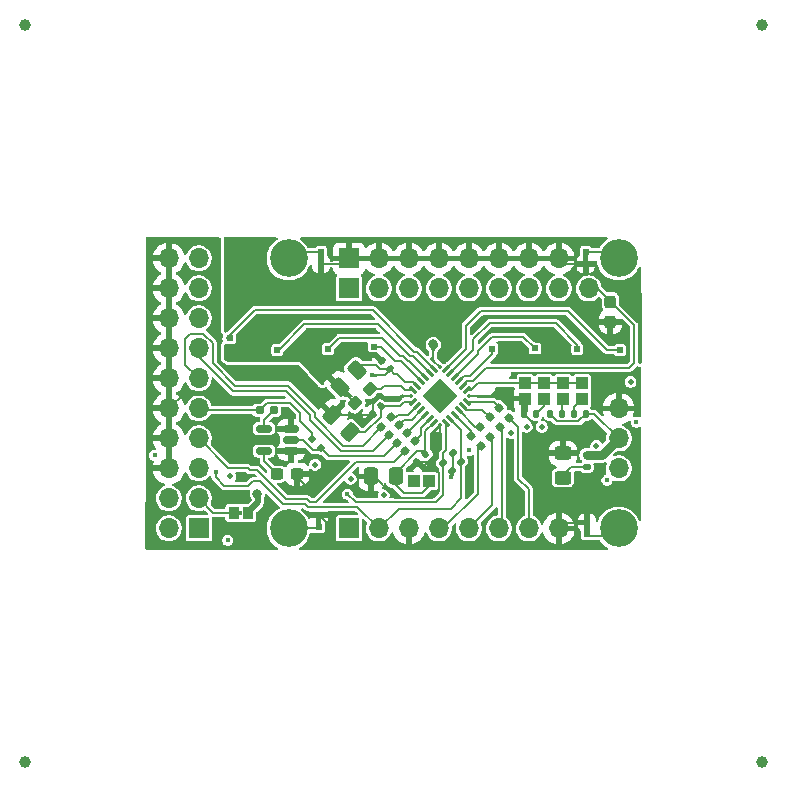
<source format=gtl>
G04 #@! TF.GenerationSoftware,KiCad,Pcbnew,9.0.4*
G04 #@! TF.CreationDate,2025-08-20T21:16:51-04:00*
G04 #@! TF.ProjectId,jlcpcb_1x1,6a6c6370-6362-45f3-9178-312e6b696361,rev?*
G04 #@! TF.SameCoordinates,Original*
G04 #@! TF.FileFunction,Copper,L1,Top*
G04 #@! TF.FilePolarity,Positive*
%FSLAX46Y46*%
G04 Gerber Fmt 4.6, Leading zero omitted, Abs format (unit mm)*
G04 Created by KiCad (PCBNEW 9.0.4) date 2025-08-20 21:16:51*
%MOMM*%
%LPD*%
G01*
G04 APERTURE LIST*
G04 Aperture macros list*
%AMRoundRect*
0 Rectangle with rounded corners*
0 $1 Rounding radius*
0 $2 $3 $4 $5 $6 $7 $8 $9 X,Y pos of 4 corners*
0 Add a 4 corners polygon primitive as box body*
4,1,4,$2,$3,$4,$5,$6,$7,$8,$9,$2,$3,0*
0 Add four circle primitives for the rounded corners*
1,1,$1+$1,$2,$3*
1,1,$1+$1,$4,$5*
1,1,$1+$1,$6,$7*
1,1,$1+$1,$8,$9*
0 Add four rect primitives between the rounded corners*
20,1,$1+$1,$2,$3,$4,$5,0*
20,1,$1+$1,$4,$5,$6,$7,0*
20,1,$1+$1,$6,$7,$8,$9,0*
20,1,$1+$1,$8,$9,$2,$3,0*%
%AMRotRect*
0 Rectangle, with rotation*
0 The origin of the aperture is its center*
0 $1 length*
0 $2 width*
0 $3 Rotation angle, in degrees counterclockwise*
0 Add horizontal line*
21,1,$1,$2,0,0,$3*%
G04 Aperture macros list end*
G04 #@! TA.AperFunction,EtchedComponent*
%ADD10C,0.000000*%
G04 #@! TD*
G04 #@! TA.AperFunction,SMDPad,CuDef*
%ADD11C,0.200000*%
G04 #@! TD*
G04 #@! TA.AperFunction,SMDPad,CuDef*
%ADD12RoundRect,0.062500X-0.185616X-0.274004X0.274004X0.185616X0.185616X0.274004X-0.274004X-0.185616X0*%
G04 #@! TD*
G04 #@! TA.AperFunction,SMDPad,CuDef*
%ADD13RoundRect,0.062500X0.185616X-0.274004X0.274004X-0.185616X-0.185616X0.274004X-0.274004X0.185616X0*%
G04 #@! TD*
G04 #@! TA.AperFunction,ComponentPad*
%ADD14C,0.500000*%
G04 #@! TD*
G04 #@! TA.AperFunction,SMDPad,CuDef*
%ADD15RotRect,2.100000X2.100000X45.000000*%
G04 #@! TD*
G04 #@! TA.AperFunction,SMDPad,CuDef*
%ADD16RoundRect,0.062500X0.000000X-0.088388X0.088388X0.000000X0.000000X0.088388X-0.088388X0.000000X0*%
G04 #@! TD*
G04 #@! TA.AperFunction,SMDPad,CuDef*
%ADD17C,1.000000*%
G04 #@! TD*
G04 #@! TA.AperFunction,SMDPad,CuDef*
%ADD18RoundRect,0.160000X0.026517X0.252791X-0.252791X-0.026517X-0.026517X-0.252791X0.252791X0.026517X0*%
G04 #@! TD*
G04 #@! TA.AperFunction,SMDPad,CuDef*
%ADD19R,0.508000X0.500000*%
G04 #@! TD*
G04 #@! TA.AperFunction,SMDPad,CuDef*
%ADD20R,0.508000X0.508000*%
G04 #@! TD*
G04 #@! TA.AperFunction,SMDPad,CuDef*
%ADD21RoundRect,0.135000X-0.135000X-0.185000X0.135000X-0.185000X0.135000X0.185000X-0.135000X0.185000X0*%
G04 #@! TD*
G04 #@! TA.AperFunction,SMDPad,CuDef*
%ADD22RoundRect,0.160000X-0.252791X0.026517X0.026517X-0.252791X0.252791X-0.026517X-0.026517X0.252791X0*%
G04 #@! TD*
G04 #@! TA.AperFunction,SMDPad,CuDef*
%ADD23RoundRect,0.140000X-0.021213X0.219203X-0.219203X0.021213X0.021213X-0.219203X0.219203X-0.021213X0*%
G04 #@! TD*
G04 #@! TA.AperFunction,SMDPad,CuDef*
%ADD24R,1.000000X1.000000*%
G04 #@! TD*
G04 #@! TA.AperFunction,SMDPad,CuDef*
%ADD25RoundRect,0.250000X0.337500X0.475000X-0.337500X0.475000X-0.337500X-0.475000X0.337500X-0.475000X0*%
G04 #@! TD*
G04 #@! TA.AperFunction,SMDPad,CuDef*
%ADD26RoundRect,0.135000X0.135000X0.185000X-0.135000X0.185000X-0.135000X-0.185000X0.135000X-0.185000X0*%
G04 #@! TD*
G04 #@! TA.AperFunction,SMDPad,CuDef*
%ADD27RoundRect,0.250000X-0.450000X0.325000X-0.450000X-0.325000X0.450000X-0.325000X0.450000X0.325000X0*%
G04 #@! TD*
G04 #@! TA.AperFunction,ComponentPad*
%ADD28R,1.700000X1.700000*%
G04 #@! TD*
G04 #@! TA.AperFunction,ComponentPad*
%ADD29O,1.700000X1.700000*%
G04 #@! TD*
G04 #@! TA.AperFunction,ComponentPad*
%ADD30C,3.200000*%
G04 #@! TD*
G04 #@! TA.AperFunction,SMDPad,CuDef*
%ADD31RoundRect,0.237500X-0.300000X-0.237500X0.300000X-0.237500X0.300000X0.237500X-0.300000X0.237500X0*%
G04 #@! TD*
G04 #@! TA.AperFunction,SMDPad,CuDef*
%ADD32RoundRect,0.150000X0.512500X0.150000X-0.512500X0.150000X-0.512500X-0.150000X0.512500X-0.150000X0*%
G04 #@! TD*
G04 #@! TA.AperFunction,SMDPad,CuDef*
%ADD33RoundRect,0.140000X0.219203X0.021213X0.021213X0.219203X-0.219203X-0.021213X-0.021213X-0.219203X0*%
G04 #@! TD*
G04 #@! TA.AperFunction,SMDPad,CuDef*
%ADD34RoundRect,0.135000X0.226274X0.035355X0.035355X0.226274X-0.226274X-0.035355X-0.035355X-0.226274X0*%
G04 #@! TD*
G04 #@! TA.AperFunction,SMDPad,CuDef*
%ADD35RoundRect,0.250000X-0.097227X0.574524X-0.574524X0.097227X0.097227X-0.574524X0.574524X-0.097227X0*%
G04 #@! TD*
G04 #@! TA.AperFunction,SMDPad,CuDef*
%ADD36RoundRect,0.160000X0.197500X0.160000X-0.197500X0.160000X-0.197500X-0.160000X0.197500X-0.160000X0*%
G04 #@! TD*
G04 #@! TA.AperFunction,SMDPad,CuDef*
%ADD37RoundRect,0.237500X-0.044194X-0.380070X0.380070X0.044194X0.044194X0.380070X-0.380070X-0.044194X0*%
G04 #@! TD*
G04 #@! TA.AperFunction,SMDPad,CuDef*
%ADD38RoundRect,0.135000X-0.226274X-0.035355X-0.035355X-0.226274X0.226274X0.035355X0.035355X0.226274X0*%
G04 #@! TD*
G04 #@! TA.AperFunction,SMDPad,CuDef*
%ADD39RoundRect,0.250000X0.574524X0.097227X0.097227X0.574524X-0.574524X-0.097227X-0.097227X-0.574524X0*%
G04 #@! TD*
G04 #@! TA.AperFunction,SMDPad,CuDef*
%ADD40RoundRect,0.237500X-0.237500X0.300000X-0.237500X-0.300000X0.237500X-0.300000X0.237500X0.300000X0*%
G04 #@! TD*
G04 #@! TA.AperFunction,SMDPad,CuDef*
%ADD41RoundRect,0.135000X-0.185000X0.135000X-0.185000X-0.135000X0.185000X-0.135000X0.185000X0.135000X0*%
G04 #@! TD*
G04 #@! TA.AperFunction,SMDPad,CuDef*
%ADD42RotRect,0.508000X0.508000X315.000000*%
G04 #@! TD*
G04 #@! TA.AperFunction,SMDPad,CuDef*
%ADD43R,0.954000X1.000000*%
G04 #@! TD*
G04 #@! TA.AperFunction,ComponentPad*
%ADD44R,0.500000X0.500000*%
G04 #@! TD*
G04 #@! TA.AperFunction,ViaPad*
%ADD45C,0.450000*%
G04 #@! TD*
G04 #@! TA.AperFunction,ViaPad*
%ADD46C,0.800000*%
G04 #@! TD*
G04 #@! TA.AperFunction,Conductor*
%ADD47C,0.750000*%
G04 #@! TD*
G04 #@! TA.AperFunction,Conductor*
%ADD48C,0.250000*%
G04 #@! TD*
G04 #@! TA.AperFunction,Conductor*
%ADD49C,0.200000*%
G04 #@! TD*
G04 #@! TA.AperFunction,Conductor*
%ADD50C,0.500000*%
G04 #@! TD*
G04 APERTURE END LIST*
D10*
G04 #@! TA.AperFunction,EtchedComponent*
G04 #@! TO.C,NT109*
G36*
X34222500Y-33755000D02*
G01*
X33772500Y-33755000D01*
X33772500Y-33555000D01*
X34222500Y-33555000D01*
X34222500Y-33755000D01*
G37*
G04 #@! TD.AperFunction*
G04 #@! TA.AperFunction,EtchedComponent*
G04 #@! TO.C,E109*
G36*
X51268500Y-24034000D02*
G01*
X51726500Y-24034000D01*
X51726500Y-23459000D01*
X51268500Y-23459000D01*
X51268500Y-24034000D01*
G37*
G04 #@! TD.AperFunction*
G04 #@! TA.AperFunction,EtchedComponent*
G04 #@! TO.C,G118*
G36*
X51368500Y-46934000D02*
G01*
X51826500Y-46934000D01*
X51826500Y-46359000D01*
X51368500Y-46359000D01*
X51368500Y-46934000D01*
G37*
G04 #@! TD.AperFunction*
G04 #@! TA.AperFunction,EtchedComponent*
G04 #@! TO.C,G117*
G36*
X28668500Y-46334000D02*
G01*
X29126500Y-46334000D01*
X29126500Y-45759000D01*
X28668500Y-45759000D01*
X28668500Y-46334000D01*
G37*
G04 #@! TD.AperFunction*
G04 #@! TA.AperFunction,EtchedComponent*
G04 #@! TO.C,E108*
G36*
X28868500Y-24034000D02*
G01*
X29326500Y-24034000D01*
X29326500Y-23459000D01*
X28868500Y-23459000D01*
X28868500Y-24034000D01*
G37*
G04 #@! TD.AperFunction*
G04 #@! TA.AperFunction,EtchedComponent*
G04 #@! TO.C,5V108*
G36*
X22422500Y-45555000D02*
G01*
X22172500Y-45555000D01*
X22172500Y-45155000D01*
X22422500Y-45155000D01*
X22422500Y-45555000D01*
G37*
G04 #@! TD.AperFunction*
G04 #@! TD*
D11*
G04 #@! TO.P,NT109,1,1*
G04 #@! TO.N,Board_0-3.3V_LDO*
X33772500Y-33655000D03*
G04 #@! TO.P,NT109,2,2*
G04 #@! TO.N,Board_0-3.3V_THIN*
X34222500Y-33655000D03*
G04 #@! TD*
D12*
G04 #@! TO.P,TAC5212,1,DREG*
G04 #@! TO.N,Board_0-Net-(TAC5212-DREG)*
X36877275Y-35962005D03*
G04 #@! TO.P,TAC5212,2,BCLK*
G04 #@! TO.N,Board_0-Net-(TAC5212-BCLK)*
X37230828Y-36315559D03*
G04 #@! TO.P,TAC5212,3,FSYNC*
G04 #@! TO.N,Board_0-Net-(TAC5212-FSYNC)*
X37584382Y-36669112D03*
G04 #@! TO.P,TAC5212,4,DOUT*
G04 #@! TO.N,Board_0-Net-(TAC5212-DOUT)*
X37937935Y-37022665D03*
G04 #@! TO.P,TAC5212,5,DIN*
G04 #@! TO.N,Board_0-Net-(TAC5212-DIN)*
X38291488Y-37376219D03*
G04 #@! TO.P,TAC5212,6,IOVDD*
G04 #@! TO.N,Board_0-3.3v_IDE*
X38645042Y-37729772D03*
D13*
G04 #@! TO.P,TAC5212,7,SCL*
G04 #@! TO.N,Board_0-5212_SCL*
X39688024Y-37729772D03*
G04 #@! TO.P,TAC5212,8,SDA*
G04 #@! TO.N,Board_0-5212_SDA*
X40041578Y-37376219D03*
G04 #@! TO.P,TAC5212,9,GPIO1*
G04 #@! TO.N,Board_0-Net-(TAC5212-GPIO1)*
X40395131Y-37022665D03*
G04 #@! TO.P,TAC5212,10,GPIO2*
G04 #@! TO.N,Board_0-Net-(TAC5212-GPIO2)*
X40748684Y-36669112D03*
G04 #@! TO.P,TAC5212,11,GPO1*
G04 #@! TO.N,Board_0-Net-(TAC5212-GPO1)*
X41102238Y-36315559D03*
G04 #@! TO.P,TAC5212,12,GPI1*
G04 #@! TO.N,Board_0-Net-(TAC5212-GPI1)*
X41455791Y-35962005D03*
D12*
G04 #@! TO.P,TAC5212,13,ADDR*
G04 #@! TO.N,Board_0-Net-(TAC5212-ADDR)*
X41455791Y-34919023D03*
G04 #@! TO.P,TAC5212,14,MICBIAS*
G04 #@! TO.N,Board_0-MICBIAS*
X41102238Y-34565469D03*
G04 #@! TO.P,TAC5212,15,IN1P*
G04 #@! TO.N,Board_0-IN1P*
X40748684Y-34211916D03*
G04 #@! TO.P,TAC5212,16,IN1M*
G04 #@! TO.N,Board_0-IN1M*
X40395131Y-33858363D03*
G04 #@! TO.P,TAC5212,17,IN2P*
G04 #@! TO.N,Board_0-IN2P*
X40041578Y-33504809D03*
G04 #@! TO.P,TAC5212,18,IN2M*
G04 #@! TO.N,Board_0-IN2M*
X39688024Y-33151256D03*
D13*
G04 #@! TO.P,TAC5212,19,OUT1M*
G04 #@! TO.N,Board_0-OUT1M*
X38645042Y-33151256D03*
G04 #@! TO.P,TAC5212,20,OUT1P*
G04 #@! TO.N,Board_0-OUT1P*
X38291488Y-33504809D03*
G04 #@! TO.P,TAC5212,21,OUT2P*
G04 #@! TO.N,Board_0-OUT2P*
X37937935Y-33858363D03*
G04 #@! TO.P,TAC5212,22,OUT2M*
G04 #@! TO.N,Board_0-OUT2M*
X37584382Y-34211916D03*
G04 #@! TO.P,TAC5212,23,AVDD*
G04 #@! TO.N,Board_0-3.3V_THIN*
X37230828Y-34565469D03*
G04 #@! TO.P,TAC5212,24,VREF*
G04 #@! TO.N,Board_0-Net-(TAC5212-VREF)*
X36877275Y-34919023D03*
D14*
G04 #@! TO.P,TAC5212,25,VSS*
G04 #@! TO.N,Board_0-GNDD*
X38671558Y-35935489D03*
X38671558Y-34945539D03*
X39166533Y-35440514D03*
D15*
X39166533Y-35440514D03*
D14*
X39661508Y-35935489D03*
X39661508Y-34945539D03*
D16*
G04 #@! TO.P,TAC5212,A1,VSS*
X36734086Y-35440514D03*
G04 #@! TO.P,TAC5212,A2,VSS*
X39166533Y-37872961D03*
G04 #@! TO.P,TAC5212,A3,VSS*
X41598980Y-35440514D03*
G04 #@! TO.P,TAC5212,A4,VSS*
X39166533Y-33008067D03*
G04 #@! TD*
D17*
G04 #@! TO.P,KiKit_FID_T_2,*
G04 #@! TO.N,*
X66460000Y-4000000D03*
G04 #@! TD*
D18*
G04 #@! TO.P,R117,1*
G04 #@! TO.N,Board_0-5212_DOUT1*
X35514586Y-39435455D03*
G04 #@! TO.P,R117,2*
G04 #@! TO.N,Board_0-Net-(TAC5212-DOUT)*
X36359578Y-38590463D03*
G04 #@! TD*
G04 #@! TO.P,R119,1*
G04 #@! TO.N,Board_0-5212_BCLK1*
X34171083Y-38091952D03*
G04 #@! TO.P,R119,2*
G04 #@! TO.N,Board_0-Net-(TAC5212-BCLK)*
X35016075Y-37246960D03*
G04 #@! TD*
D19*
G04 #@! TO.P,E109,1,1*
G04 #@! TO.N,Board_0-Earth*
X51497500Y-24259000D03*
D20*
G04 #@! TO.P,E109,2,2*
G04 #@! TO.N,Board_0-Net-(E109-Pad2)*
X51497500Y-23255000D03*
G04 #@! TD*
D14*
G04 #@! TO.P,G110,1,1*
G04 #@! TO.N,Board_0-Earth*
X46497500Y-38055000D03*
G04 #@! TD*
G04 #@! TO.P,G113,1,1*
G04 #@! TO.N,Board_0-Earth*
X31597500Y-42455000D03*
G04 #@! TD*
D17*
G04 #@! TO.P,KiKit_FID_T_1,*
G04 #@! TO.N,*
X4000000Y-4000000D03*
G04 #@! TD*
D21*
G04 #@! TO.P,R123,1*
G04 #@! TO.N,Board_0-Net-(ADD111-Pad1)*
X50487500Y-36955000D03*
G04 #@! TO.P,R123,2*
G04 #@! TO.N,Board_0-3.3V_LDO*
X51507500Y-36955000D03*
G04 #@! TD*
D22*
G04 #@! TO.P,R110,1*
G04 #@! TO.N,Board_0-GPI1*
X45019996Y-37277496D03*
G04 #@! TO.P,R110,2*
G04 #@! TO.N,Board_0-Net-(TAC5212-GPI1)*
X44175004Y-36432504D03*
G04 #@! TD*
D23*
G04 #@! TO.P,C112,1*
G04 #@! TO.N,Board_0-3.3v_IDE*
X37936911Y-40315589D03*
G04 #@! TO.P,C112,2*
G04 #@! TO.N,Board_0-GNDD*
X37258089Y-40994411D03*
G04 #@! TD*
D24*
G04 #@! TO.P,PU_EN108,1,1*
G04 #@! TO.N,Board_0-Net-(PU_EN108-Pad1)*
X36947500Y-42655000D03*
G04 #@! TO.P,PU_EN108,2,2*
G04 #@! TO.N,Board_0-3.3v_IDE*
X38247500Y-42655000D03*
G04 #@! TD*
D19*
G04 #@! TO.P,G118,1,1*
G04 #@! TO.N,Board_0-Net-(G118-Pad1)*
X51597500Y-47159000D03*
D20*
G04 #@! TO.P,G118,2,2*
G04 #@! TO.N,Board_0-GNDD*
X51597500Y-46155000D03*
G04 #@! TD*
D14*
G04 #@! TO.P,G114,1,1*
G04 #@! TO.N,Board_0-Earth*
X52397500Y-39655000D03*
G04 #@! TD*
D18*
G04 #@! TO.P,R118,1*
G04 #@! TO.N,Board_0-5212_DIN1*
X36186337Y-40107207D03*
G04 #@! TO.P,R118,2*
G04 #@! TO.N,Board_0-Net-(TAC5212-DIN)*
X37031329Y-39262215D03*
G04 #@! TD*
D14*
G04 #@! TO.P,G116,1,1*
G04 #@! TO.N,Board_0-Earth*
X55297500Y-34255000D03*
G04 #@! TD*
D25*
G04 #@! TO.P,C111,1*
G04 #@! TO.N,Board_0-3.3v_IDE*
X35435000Y-42255000D03*
G04 #@! TO.P,C111,2*
G04 #@! TO.N,Board_0-GNDD*
X33360000Y-42255000D03*
G04 #@! TD*
D24*
G04 #@! TO.P,ADD112,1,1*
G04 #@! TO.N,Board_0-Net-(ADD112-Pad1)*
X47997500Y-35655000D03*
G04 #@! TO.P,ADD112,2,2*
G04 #@! TO.N,Board_0-Net-(TAC5212-ADDR)*
X47997500Y-34355000D03*
G04 #@! TD*
D22*
G04 #@! TO.P,R114,1*
G04 #@! TO.N,Board_0-GPIO1*
X42619996Y-39677496D03*
G04 #@! TO.P,R114,2*
G04 #@! TO.N,Board_0-Net-(TAC5212-GPIO1)*
X41775004Y-38832504D03*
G04 #@! TD*
D14*
G04 #@! TO.P,G115,1,1*
G04 #@! TO.N,Board_0-Earth*
X34397500Y-43855000D03*
G04 #@! TD*
G04 #@! TO.P,G109,1,1*
G04 #@! TO.N,Board_0-Earth*
X28597500Y-41255000D03*
G04 #@! TD*
D26*
G04 #@! TO.P,R124,1*
G04 #@! TO.N,Board_0-Net-(ADD112-Pad1)*
X47307500Y-36955000D03*
G04 #@! TO.P,R124,2*
G04 #@! TO.N,Board_0-GNDD*
X46287500Y-36955000D03*
G04 #@! TD*
D22*
G04 #@! TO.P,R113,1*
G04 #@! TO.N,Board_0-GPIO2*
X43419996Y-38877496D03*
G04 #@! TO.P,R113,2*
G04 #@! TO.N,Board_0-Net-(TAC5212-GPIO2)*
X42575004Y-38032504D03*
G04 #@! TD*
D24*
G04 #@! TO.P,ADD111,1,1*
G04 #@! TO.N,Board_0-Net-(ADD111-Pad1)*
X51197500Y-35655000D03*
G04 #@! TO.P,ADD111,2,2*
G04 #@! TO.N,Board_0-Net-(TAC5212-ADDR)*
X51197500Y-34355000D03*
G04 #@! TD*
D27*
G04 #@! TO.P,D116,1,K*
G04 #@! TO.N,Board_0-GNDD*
X49572500Y-40305000D03*
G04 #@! TO.P,D116,2,A*
G04 #@! TO.N,Board_0-Net-(D116-A)*
X49572500Y-42355000D03*
G04 #@! TD*
D28*
G04 #@! TO.P,board_outline108,1,HELD_HIGH*
G04 #@! TO.N,Board_0-EN_HELD_HIGH*
X18735000Y-46655000D03*
D29*
G04 #@! TO.P,board_outline108,2,HELD_LOW*
G04 #@! TO.N,Board_0-unconnected-(board_outline108-HELD_LOW-Pad2)*
X16195000Y-46655000D03*
G04 #@! TO.P,board_outline108,3,5V*
G04 #@! TO.N,Board_0-Net-(5V108-Pad2)*
X18735000Y-44115000D03*
G04 #@! TO.P,board_outline108,4,GNDD*
G04 #@! TO.N,Board_0-3.3v_IDE*
X16195000Y-44115000D03*
G04 #@! TO.P,board_outline108,5,12V*
G04 #@! TO.N,Board_0-unconnected-(board_outline108-12V-Pad5)*
X18735000Y-41575000D03*
G04 #@! TO.P,board_outline108,6,GNDD*
G04 #@! TO.N,Board_0-GNDD*
X16195000Y-41575000D03*
G04 #@! TO.P,board_outline108,7,DSP_DOUT*
G04 #@! TO.N,Board_0-5212_DIN1*
X18735000Y-39035000D03*
G04 #@! TO.P,board_outline108,8,GNDD*
G04 #@! TO.N,Board_0-GNDD*
X16195000Y-39035000D03*
G04 #@! TO.P,board_outline108,9,DSP_DIN*
G04 #@! TO.N,Board_0-5212_DOUT1+*
X18735000Y-36495000D03*
G04 #@! TO.P,board_outline108,10,GNDD*
G04 #@! TO.N,Board_0-GNDD*
X16195000Y-36495000D03*
G04 #@! TO.P,board_outline108,11,BCLK*
G04 #@! TO.N,Board_0-5212_BCLK1*
X18735000Y-33955000D03*
G04 #@! TO.P,board_outline108,12,GNDD*
G04 #@! TO.N,Board_0-GNDD*
X16195000Y-33955000D03*
G04 #@! TO.P,board_outline108,13,LRCK*
G04 #@! TO.N,Board_0-5212_LRCK1*
X18735000Y-31415000D03*
G04 #@! TO.P,board_outline108,14,GNDD*
G04 #@! TO.N,Board_0-GNDD*
X16195000Y-31415000D03*
G04 #@! TO.P,board_outline108,15,SDA*
G04 #@! TO.N,Board_0-DSP_SDA*
X18735000Y-28875000D03*
G04 #@! TO.P,board_outline108,16,GNDD*
G04 #@! TO.N,Board_0-GNDD*
X16195000Y-28875000D03*
G04 #@! TO.P,board_outline108,17,SCL*
G04 #@! TO.N,Board_0-DSP_SCL*
X18735000Y-26335000D03*
G04 #@! TO.P,board_outline108,18,GNDD*
G04 #@! TO.N,Board_0-GNDD*
X16195000Y-26335000D03*
G04 #@! TO.P,board_outline108,19,MCLK*
G04 #@! TO.N,Board_0-5212_MCLK1*
X18735000Y-23795000D03*
G04 #@! TO.P,board_outline108,20,GNDD*
G04 #@! TO.N,Board_0-GNDD*
X16195000Y-23795000D03*
D28*
G04 #@! TO.P,board_outline108,21,OUTP*
G04 #@! TO.N,Board_0-OUT1P+*
X31445000Y-26340000D03*
G04 #@! TO.P,board_outline108,22,AGND*
G04 #@! TO.N,Board_0-Earth*
X31445000Y-23800000D03*
D29*
G04 #@! TO.P,board_outline108,23,OUT1M*
G04 #@! TO.N,Board_0-OUT1M+*
X33985000Y-26340000D03*
G04 #@! TO.P,board_outline108,24,AGND*
G04 #@! TO.N,Board_0-Earth*
X33985000Y-23800000D03*
G04 #@! TO.P,board_outline108,25,OUT2P*
G04 #@! TO.N,Board_0-OUT2P+*
X36525000Y-26340000D03*
G04 #@! TO.P,board_outline108,26,AGND*
G04 #@! TO.N,Board_0-Earth*
X36525000Y-23800000D03*
G04 #@! TO.P,board_outline108,27,OUT2M*
G04 #@! TO.N,Board_0-OUT2M+*
X39065000Y-26340000D03*
G04 #@! TO.P,board_outline108,28,AGND*
G04 #@! TO.N,Board_0-Earth*
X39065000Y-23800000D03*
G04 #@! TO.P,board_outline108,29,IN1P*
G04 #@! TO.N,Board_0-IN1P+*
X41605000Y-26340000D03*
G04 #@! TO.P,board_outline108,30,AGND*
G04 #@! TO.N,Board_0-Earth*
X41605000Y-23800000D03*
G04 #@! TO.P,board_outline108,31,IN1M*
G04 #@! TO.N,Board_0-IN1M+*
X44145000Y-26340000D03*
G04 #@! TO.P,board_outline108,32,AGND*
G04 #@! TO.N,Board_0-Earth*
X44145000Y-23800000D03*
G04 #@! TO.P,board_outline108,33,IN2P*
G04 #@! TO.N,Board_0-IN2P+*
X46685000Y-26340000D03*
G04 #@! TO.P,board_outline108,34,AGND*
G04 #@! TO.N,Board_0-Earth*
X46685000Y-23800000D03*
G04 #@! TO.P,board_outline108,35,IN2M*
G04 #@! TO.N,Board_0-IN2M+*
X49225000Y-26340000D03*
G04 #@! TO.P,board_outline108,36,AGND*
G04 #@! TO.N,Board_0-Earth*
X49225000Y-23800000D03*
D28*
G04 #@! TO.P,board_outline108,37,SCL*
G04 #@! TO.N,Board_0-5212_SCL*
X31445000Y-46660000D03*
D29*
G04 #@! TO.P,board_outline108,38,SDA*
G04 #@! TO.N,Board_0-5212_SDA*
X33985000Y-46660000D03*
G04 #@! TO.P,board_outline108,39,GNDD*
G04 #@! TO.N,Board_0-GNDD*
X36525000Y-46660000D03*
G04 #@! TO.P,board_outline108,40,GPIO1*
G04 #@! TO.N,Board_0-GPIO1*
X39065000Y-46660000D03*
G04 #@! TO.P,board_outline108,41,GPIO2*
G04 #@! TO.N,Board_0-GPIO2*
X41605000Y-46660000D03*
G04 #@! TO.P,board_outline108,42,GPO1*
G04 #@! TO.N,Board_0-GPO1*
X44145000Y-46660000D03*
G04 #@! TO.P,board_outline108,43,GPI1*
G04 #@! TO.N,Board_0-GPI1*
X46685000Y-46660000D03*
G04 #@! TO.P,board_outline108,44,GNDD*
G04 #@! TO.N,Board_0-GNDD*
X49225000Y-46660000D03*
G04 #@! TO.P,board_outline108,45,5V*
G04 #@! TO.N,Board_0-5V*
X54290000Y-41580000D03*
G04 #@! TO.P,board_outline108,46,3.3V*
G04 #@! TO.N,Board_0-3.3V_LDO*
X54290000Y-39040000D03*
G04 #@! TO.P,board_outline108,47,GNDD*
G04 #@! TO.N,Board_0-GNDD*
X54290000Y-36500000D03*
G04 #@! TO.P,board_outline108,48,MIC_BIAS*
G04 #@! TO.N,Board_0-MICBIAS*
X51750000Y-26340000D03*
D30*
G04 #@! TO.P,board_outline108,49,AGND*
G04 #@! TO.N,Board_0-Net-(E108-Pad2)*
X26350000Y-23800000D03*
G04 #@! TO.P,board_outline108,50,AGND*
G04 #@! TO.N,Board_0-Net-(E109-Pad2)*
X54290000Y-23800000D03*
G04 #@! TO.P,board_outline108,51,DGND*
G04 #@! TO.N,Board_0-Net-(G117-Pad1)*
X26350000Y-46660000D03*
G04 #@! TO.P,board_outline108,52,DGND*
G04 #@! TO.N,Board_0-Net-(G118-Pad1)*
X54290000Y-46660000D03*
G04 #@! TD*
D24*
G04 #@! TO.P,ADD110,1,1*
G04 #@! TO.N,Board_0-Net-(ADD110-Pad1)*
X49597500Y-35655000D03*
G04 #@! TO.P,ADD110,2,2*
G04 #@! TO.N,Board_0-Net-(TAC5212-ADDR)*
X49597500Y-34355000D03*
G04 #@! TD*
D19*
G04 #@! TO.P,G117,1,1*
G04 #@! TO.N,Board_0-Net-(G117-Pad1)*
X28897500Y-46559000D03*
D20*
G04 #@! TO.P,G117,2,2*
G04 #@! TO.N,Board_0-GNDD*
X28897500Y-45555000D03*
G04 #@! TD*
D31*
G04 #@! TO.P,C128,1*
G04 #@! TO.N,Board_0-3.3v_IDE*
X25335000Y-42055000D03*
G04 #@! TO.P,C128,2*
G04 #@! TO.N,Board_0-GNDD*
X27060000Y-42055000D03*
G04 #@! TD*
D18*
G04 #@! TO.P,R115,1*
G04 #@! TO.N,Board_0-5212_LRCK1*
X34842834Y-38763704D03*
G04 #@! TO.P,R115,2*
G04 #@! TO.N,Board_0-Net-(TAC5212-FSYNC)*
X35687826Y-37918712D03*
G04 #@! TD*
D26*
G04 #@! TO.P,R122,1*
G04 #@! TO.N,Board_0-Net-(ADD110-Pad1)*
X49507500Y-36955000D03*
G04 #@! TO.P,R122,2*
G04 #@! TO.N,Board_0-3.3V_LDO*
X48487500Y-36955000D03*
G04 #@! TD*
D14*
G04 #@! TO.P,G111,1,1*
G04 #@! TO.N,Board_0-Earth*
X21397500Y-42255000D03*
G04 #@! TD*
D32*
G04 #@! TO.P,U108,1,OE*
G04 #@! TO.N,Board_0-GNDD*
X26535000Y-40105000D03*
G04 #@! TO.P,U108,2,A*
G04 #@! TO.N,Board_0-5212_DOUT1*
X26535000Y-39155000D03*
G04 #@! TO.P,U108,3,GND*
G04 #@! TO.N,Board_0-GNDD*
X26535000Y-38205000D03*
G04 #@! TO.P,U108,4,Y*
G04 #@! TO.N,Board_0-Net-(U108-Y)*
X24260000Y-38205000D03*
G04 #@! TO.P,U108,5,VCC*
G04 #@! TO.N,Board_0-3.3v_IDE*
X24260000Y-40105000D03*
G04 #@! TD*
D33*
G04 #@! TO.P,C109,1*
G04 #@! TO.N,Board_0-3.3V_THIN*
X34936911Y-33194411D03*
G04 #@! TO.P,C109,2*
G04 #@! TO.N,Board_0-Earth*
X34258089Y-32515589D03*
G04 #@! TD*
D19*
G04 #@! TO.P,E108,1,1*
G04 #@! TO.N,Board_0-Earth*
X29097500Y-24259000D03*
D20*
G04 #@! TO.P,E108,2,2*
G04 #@! TO.N,Board_0-Net-(E108-Pad2)*
X29097500Y-23255000D03*
G04 #@! TD*
D34*
G04 #@! TO.P,R120,1*
G04 #@! TO.N,Board_0-5212_SDA*
X40958124Y-41015624D03*
G04 #@! TO.P,R120,2*
G04 #@! TO.N,Board_0-Net-(PU_EN108-Pad1)*
X40236876Y-40294376D03*
G04 #@! TD*
D22*
G04 #@! TO.P,R112,1*
G04 #@! TO.N,Board_0-GPO1*
X44219996Y-38077496D03*
G04 #@! TO.P,R112,2*
G04 #@! TO.N,Board_0-Net-(TAC5212-GPO1)*
X43375004Y-37232504D03*
G04 #@! TD*
D24*
G04 #@! TO.P,ADD108,1,1*
G04 #@! TO.N,Board_0-GNDD*
X46397500Y-35655000D03*
G04 #@! TO.P,ADD108,2,2*
G04 #@! TO.N,Board_0-Net-(TAC5212-ADDR)*
X46397500Y-34355000D03*
G04 #@! TD*
D35*
G04 #@! TO.P,C108,1*
G04 #@! TO.N,Board_0-3.3V_THIN*
X32131123Y-33221377D03*
G04 #@! TO.P,C108,2*
G04 #@! TO.N,Board_0-Earth*
X30663877Y-34688623D03*
G04 #@! TD*
D36*
G04 #@! TO.P,R125,1*
G04 #@! TO.N,Board_0-5212_DOUT1+*
X23900000Y-36655000D03*
G04 #@! TO.P,R125,2*
G04 #@! TO.N,Board_0-Net-(U108-Y)*
X25095000Y-36655000D03*
G04 #@! TD*
D23*
G04 #@! TO.P,C116,1*
G04 #@! TO.N,Board_0-Net-(TAC5212-DREG)*
X34136911Y-36315589D03*
G04 #@! TO.P,C116,2*
G04 #@! TO.N,Board_0-GNDD*
X33458089Y-36994411D03*
G04 #@! TD*
D17*
G04 #@! TO.P,KiKit_FID_T_3,*
G04 #@! TO.N,*
X4000000Y-66460000D03*
G04 #@! TD*
D37*
G04 #@! TO.P,C119,1*
G04 #@! TO.N,Board_0-Earth*
X31987620Y-36064880D03*
G04 #@! TO.P,C119,2*
G04 #@! TO.N,Board_0-Net-(TAC5212-VREF)*
X33207380Y-34845120D03*
G04 #@! TD*
D17*
G04 #@! TO.P,KiKit_FID_T_4,*
G04 #@! TO.N,*
X66460000Y-66460000D03*
G04 #@! TD*
D38*
G04 #@! TO.P,R121,1*
G04 #@! TO.N,Board_0-5212_SCL*
X39436876Y-41094376D03*
G04 #@! TO.P,R121,2*
G04 #@! TO.N,Board_0-Net-(PU_EN108-Pad1)*
X40158124Y-41815624D03*
G04 #@! TD*
D39*
G04 #@! TO.P,C115,1*
G04 #@! TO.N,Board_0-Net-(TAC5212-DREG)*
X31531123Y-38488623D03*
G04 #@! TO.P,C115,2*
G04 #@! TO.N,Board_0-GNDD*
X30063877Y-37021377D03*
G04 #@! TD*
D14*
G04 #@! TO.P,G112,1,1*
G04 #@! TO.N,Board_0-Earth*
X47797500Y-38055000D03*
G04 #@! TD*
D40*
G04 #@! TO.P,C118,1*
G04 #@! TO.N,Board_0-MICBIAS*
X53597500Y-27442500D03*
G04 #@! TO.P,C118,2*
G04 #@! TO.N,Board_0-Earth*
X53597500Y-29167500D03*
G04 #@! TD*
D41*
G04 #@! TO.P,R126,1*
G04 #@! TO.N,Board_0-3.3V_LDO*
X51597500Y-40445000D03*
G04 #@! TO.P,R126,2*
G04 #@! TO.N,Board_0-Net-(D116-A)*
X51597500Y-41465000D03*
G04 #@! TD*
D42*
G04 #@! TO.P,DOUT108,1,1*
G04 #@! TO.N,Board_0-5212_DOUT1*
X29051053Y-39808553D03*
G04 #@! TO.P,DOUT108,2,2*
G04 #@! TO.N,Board_0-5212_DOUT1+*
X28343947Y-39101447D03*
G04 #@! TD*
D43*
G04 #@! TO.P,5V108,1,1*
G04 #@! TO.N,Board_0-5V*
X22874500Y-45355000D03*
G04 #@! TO.P,5V108,2,2*
G04 #@! TO.N,Board_0-Net-(5V108-Pad2)*
X21722513Y-45355001D03*
G04 #@! TD*
D14*
G04 #@! TO.P,G108,1,1*
G04 #@! TO.N,Board_0-Earth*
X45197500Y-38555000D03*
G04 #@! TD*
D44*
G04 #@! TO.P,INP2,2,2*
G04 #@! TO.N,Board_0-IN2P*
X50797500Y-31490000D03*
G04 #@! TD*
G04 #@! TO.P,OP2,2,2*
G04 #@! TO.N,Board_0-OUT2P*
X29697500Y-31480000D03*
G04 #@! TD*
G04 #@! TO.P,INM2,2,2*
G04 #@! TO.N,Board_0-IN2M*
X54397500Y-31537500D03*
G04 #@! TD*
G04 #@! TO.P,INP1,2,2*
G04 #@! TO.N,Board_0-IN1P*
X43597500Y-31480000D03*
G04 #@! TD*
G04 #@! TO.P,OM1,2,2*
G04 #@! TO.N,Board_0-OUT1M*
X21397500Y-30555000D03*
G04 #@! TD*
G04 #@! TO.P,OM2,2,2*
G04 #@! TO.N,Board_0-OUT2M*
X33597500Y-31255000D03*
G04 #@! TD*
G04 #@! TO.P,OP1,2,2*
G04 #@! TO.N,Board_0-OUT1P*
X25397500Y-31555000D03*
G04 #@! TD*
G04 #@! TO.P,INM1,2,2*
G04 #@! TO.N,Board_0-IN1M*
X47197500Y-31417500D03*
G04 #@! TD*
D45*
G04 #@! TO.N,Board_0-3.3V_LDO*
X33397500Y-33655000D03*
G04 #@! TO.N,Board_0-3.3v_IDE*
X38259482Y-42803569D03*
X25297500Y-42055000D03*
X24197500Y-40055000D03*
G04 #@! TO.N,Board_0-5212_SCL*
X31331585Y-43755000D03*
G04 #@! TO.N,Board_0-5212_SDA*
X20160290Y-41841552D03*
D46*
G04 #@! TO.N,Board_0-5V*
X23712182Y-43715000D03*
D45*
X53306250Y-42563750D03*
G04 #@! TO.N,Board_0-EN_HELD_HIGH*
X41597500Y-40055000D03*
G04 #@! TO.N,Board_0-Earth*
X25597500Y-27255000D03*
X23797500Y-25055000D03*
X40597500Y-28255000D03*
X32622239Y-31817663D03*
X37150990Y-28704666D03*
X51547500Y-28705000D03*
X54697500Y-26455000D03*
X23797500Y-22455000D03*
X55797500Y-37655000D03*
X21197500Y-47655000D03*
X23997500Y-29855000D03*
G04 #@! TO.N,Board_0-GNDD*
X28797500Y-47855000D03*
X33397500Y-42155000D03*
X54197500Y-43055000D03*
D46*
X38597500Y-31080000D03*
D45*
X48797500Y-38655000D03*
X21647500Y-36055000D03*
X41597500Y-42455000D03*
X22760925Y-42333913D03*
X45197500Y-35255000D03*
X46597500Y-41655000D03*
X22397500Y-38855000D03*
X27397500Y-34055000D03*
X28404087Y-43635000D03*
X22597500Y-47655000D03*
X44997500Y-39455000D03*
G04 #@! TO.N,Board_0-GPI1*
X14997500Y-40455000D03*
G04 #@! TO.N,Board_0-Net-(PU_EN108-Pad1)*
X40101537Y-42280583D03*
X36700948Y-42849456D03*
G04 #@! TD*
D47*
G04 #@! TO.N,Board_0-3.3V_LDO*
X51597500Y-40445000D02*
X51632500Y-40480000D01*
D48*
X33772500Y-33655000D02*
X33397500Y-33655000D01*
D47*
X51632500Y-40480000D02*
X52850000Y-40480000D01*
X52850000Y-40480000D02*
X54290000Y-39040000D01*
D49*
X50887500Y-37575000D02*
X51507500Y-36955000D01*
X51507500Y-36955000D02*
X52205000Y-36955000D01*
X52205000Y-36955000D02*
X54290000Y-39040000D01*
X49107500Y-37575000D02*
X50887500Y-37575000D01*
X48487500Y-36955000D02*
X49107500Y-37575000D01*
G04 #@! TO.N,Board_0-3.3V_THIN*
X34936911Y-33194411D02*
X35297500Y-33555000D01*
X34476322Y-33655000D02*
X34222500Y-33655000D01*
X35529733Y-33555000D02*
X36190044Y-34215311D01*
X32497500Y-32855000D02*
X33734830Y-32855000D01*
X32131123Y-33221377D02*
X32497500Y-32855000D01*
X33734830Y-32855000D02*
X34074241Y-33194411D01*
X36190044Y-34215311D02*
X36880670Y-34215311D01*
X34936911Y-33194411D02*
X34476322Y-33655000D01*
X36880670Y-34215311D02*
X37230828Y-34565469D01*
X35297500Y-33555000D02*
X35529733Y-33555000D01*
X34074241Y-33194411D02*
X34936911Y-33194411D01*
G04 #@! TO.N,Board_0-3.3v_IDE*
X37936911Y-40315589D02*
X37936911Y-38437903D01*
X24260000Y-40105000D02*
X24260000Y-40980000D01*
X35435000Y-41919474D02*
X35435000Y-42255000D01*
X24260000Y-40980000D02*
X25335000Y-42055000D01*
X37647500Y-43655000D02*
X38259482Y-43043018D01*
X35435000Y-42255000D02*
X35435000Y-42980000D01*
X37717708Y-40096386D02*
X37258088Y-40096386D01*
X38259482Y-43043018D02*
X38259482Y-42803569D01*
X37936911Y-40315589D02*
X37717708Y-40096386D01*
X37936911Y-38437903D02*
X38645042Y-37729772D01*
X36110000Y-43655000D02*
X37647500Y-43655000D01*
X37258088Y-40096386D02*
X35435000Y-41919474D01*
X35435000Y-42980000D02*
X36110000Y-43655000D01*
G04 #@! TO.N,Board_0-5212_BCLK1*
X17997500Y-30155000D02*
X17560000Y-30592500D01*
X26297500Y-34555000D02*
X21805467Y-34555000D01*
X21805467Y-34555000D02*
X19910000Y-32659533D01*
X17560000Y-32780000D02*
X18735000Y-33955000D01*
X17560000Y-30592500D02*
X17560000Y-32780000D01*
X32619990Y-39643045D02*
X30985545Y-39643045D01*
X34171083Y-38091952D02*
X32619990Y-39643045D01*
X30985545Y-39643045D02*
X28597500Y-37255000D01*
X19910000Y-30928299D02*
X19136701Y-30155000D01*
X19910000Y-32659533D02*
X19910000Y-30928299D01*
X28597500Y-36855000D02*
X26297500Y-34555000D01*
X19136701Y-30155000D02*
X17997500Y-30155000D01*
X28597500Y-37255000D02*
X28597500Y-36855000D01*
G04 #@! TO.N,Board_0-5212_DIN1*
X28165914Y-44455000D02*
X28642260Y-44455000D01*
X18735000Y-39035000D02*
X21255000Y-41555000D01*
X28642260Y-44455000D02*
X32042260Y-41055000D01*
X23076413Y-41733913D02*
X23674337Y-41733913D01*
X35238544Y-41055000D02*
X36186337Y-40107207D01*
X27915914Y-44205000D02*
X28165914Y-44455000D01*
X21255000Y-41555000D02*
X22897500Y-41555000D01*
X23674337Y-41733913D02*
X26145424Y-44205000D01*
X22897500Y-41555000D02*
X23076413Y-41733913D01*
X32042260Y-41055000D02*
X35238544Y-41055000D01*
X26145424Y-44205000D02*
X27915914Y-44205000D01*
G04 #@! TO.N,Board_0-5212_DOUT1*
X26535000Y-39155000D02*
X27578670Y-39155000D01*
X29785545Y-40543045D02*
X34406996Y-40543045D01*
X34406996Y-40543045D02*
X35514586Y-39435455D01*
X27578670Y-39155000D02*
X28428670Y-40005000D01*
X28428670Y-40005000D02*
X28854606Y-40005000D01*
X29051053Y-39808553D02*
X29785545Y-40543045D01*
X28854606Y-40005000D02*
X29051053Y-39808553D01*
G04 #@! TO.N,Board_0-5212_DOUT1+*
X24545000Y-36010000D02*
X23900000Y-36655000D01*
X27347500Y-36877792D02*
X26479708Y-36010000D01*
X25597500Y-36010000D02*
X24545000Y-36010000D01*
X27347500Y-37541396D02*
X27347500Y-36877792D01*
X18735000Y-36495000D02*
X18895000Y-36655000D01*
X26479708Y-36010000D02*
X25597500Y-36010000D01*
X28343947Y-38537843D02*
X27347500Y-37541396D01*
X28343947Y-39101447D02*
X28343947Y-38537843D01*
X18895000Y-36655000D02*
X23900000Y-36655000D01*
G04 #@! TO.N,Board_0-5212_LRCK1*
X34842834Y-38763704D02*
X33513493Y-40093045D01*
X28147500Y-37041396D02*
X26161104Y-35055000D01*
X26161104Y-35055000D02*
X21669071Y-35055000D01*
X21669071Y-35055000D02*
X18735000Y-32120929D01*
X18735000Y-32120929D02*
X18735000Y-31415000D01*
X30799149Y-40093045D02*
X28147500Y-37441396D01*
X28147500Y-37441396D02*
X28147500Y-37041396D01*
X33513493Y-40093045D02*
X30799149Y-40093045D01*
G04 #@! TO.N,Board_0-5212_MCLK1*
X18795000Y-23855000D02*
X18735000Y-23795000D01*
G04 #@! TO.N,Board_0-5212_SCL*
X39447500Y-41105000D02*
X39447500Y-43805000D01*
X39688024Y-37729772D02*
X39688024Y-40035710D01*
X39436876Y-40286858D02*
X39436876Y-41094376D01*
X32031585Y-44455000D02*
X31331585Y-43755000D01*
X39436876Y-41094376D02*
X39447500Y-41105000D01*
X39688024Y-40035710D02*
X39436876Y-40286858D01*
X39447500Y-43805000D02*
X38797500Y-44455000D01*
X38797500Y-44455000D02*
X32031585Y-44455000D01*
G04 #@! TO.N,Board_0-5212_SDA*
X28000228Y-44855000D02*
X27750228Y-44605000D01*
X27750228Y-44605000D02*
X25868516Y-44605000D01*
X20160290Y-42317790D02*
X20160290Y-41841552D01*
X25868516Y-44605000D02*
X23943516Y-42680000D01*
X22926484Y-43055000D02*
X20897500Y-43055000D01*
X40060486Y-44976986D02*
X35668014Y-44976986D01*
X40938509Y-44098963D02*
X40060486Y-44976986D01*
X23301484Y-42680000D02*
X22926484Y-43055000D01*
X40041578Y-37376219D02*
X40958124Y-38292765D01*
X40958124Y-38292765D02*
X40958124Y-41015624D01*
X33985000Y-46660000D02*
X32180000Y-44855000D01*
X23943516Y-42680000D02*
X23301484Y-42680000D01*
X20897500Y-43055000D02*
X20160290Y-42317790D01*
X32180000Y-44855000D02*
X28000228Y-44855000D01*
X40938509Y-41035239D02*
X40938509Y-44098963D01*
X40958124Y-41015624D02*
X40938509Y-41035239D01*
X35668014Y-44976986D02*
X33985000Y-46660000D01*
D50*
G04 #@! TO.N,Board_0-5V*
X22849500Y-45355000D02*
X23747500Y-44457000D01*
X23747500Y-44457000D02*
X23747500Y-43750318D01*
X23747500Y-43750318D02*
X23712182Y-43715000D01*
D49*
G04 #@! TO.N,Board_0-Earth*
X29921181Y-32055000D02*
X29347500Y-32628681D01*
X34258089Y-32515589D02*
X33560163Y-31817663D01*
X32559576Y-31755000D02*
X30572500Y-31755000D01*
X30272500Y-32055000D02*
X29921181Y-32055000D01*
X30990000Y-24255000D02*
X31445000Y-23800000D01*
X31987620Y-36012366D02*
X31987620Y-36064880D01*
X30572500Y-31755000D02*
X30272500Y-32055000D01*
X30663877Y-34688623D02*
X31987620Y-36012366D01*
X51497500Y-24255000D02*
X49680000Y-24255000D01*
X49680000Y-24255000D02*
X49225000Y-23800000D01*
X33560163Y-31817663D02*
X32622239Y-31817663D01*
X30663877Y-34545668D02*
X30663877Y-34688623D01*
X29097500Y-24255000D02*
X30990000Y-24255000D01*
X54597500Y-26992499D02*
X54660001Y-26992499D01*
X29347500Y-32628681D02*
X29347500Y-33229291D01*
X32622239Y-31817663D02*
X32559576Y-31755000D01*
X29347500Y-33229291D02*
X30663877Y-34545668D01*
G04 #@! TO.N,Board_0-GNDD*
X33575318Y-42255000D02*
X33360000Y-42255000D01*
X39047500Y-41855000D02*
X39047500Y-43455000D01*
X20912500Y-35320000D02*
X21647500Y-36055000D01*
X16195000Y-36495000D02*
X17370000Y-35320000D01*
X38186911Y-40994411D02*
X39047500Y-41855000D01*
X35375318Y-44055000D02*
X33575318Y-42255000D01*
X37518678Y-41255000D02*
X37258089Y-40994411D01*
X38597500Y-31080000D02*
X38597500Y-32439034D01*
X51597500Y-46155000D02*
X49730000Y-46155000D01*
X29747500Y-46405000D02*
X28897500Y-45555000D01*
X29747500Y-46905000D02*
X29747500Y-46405000D01*
X46287500Y-36955000D02*
X47247500Y-37915000D01*
X30063877Y-37021377D02*
X33431123Y-37021377D01*
X47247500Y-38505000D02*
X47397500Y-38655000D01*
X33431123Y-37021377D02*
X33458089Y-36994411D01*
X38447500Y-44055000D02*
X35375318Y-44055000D01*
X28797500Y-47855000D02*
X29747500Y-46905000D01*
X27060000Y-42055000D02*
X27060000Y-42290913D01*
X38597500Y-32439034D02*
X39166533Y-33008067D01*
X35836490Y-35541136D02*
X34048694Y-35541136D01*
X45011986Y-35440514D02*
X45197500Y-35255000D01*
X17370000Y-35320000D02*
X20912500Y-35320000D01*
X37895526Y-41255000D02*
X37518678Y-41255000D01*
X36734086Y-35440514D02*
X35937112Y-35440514D01*
X41598980Y-35440514D02*
X45011986Y-35440514D01*
X35937112Y-35440514D02*
X35836490Y-35541136D01*
X47247500Y-37915000D02*
X47247500Y-38505000D01*
X33458089Y-36131741D02*
X33458089Y-36994411D01*
X39166533Y-37872961D02*
X39166533Y-39983993D01*
X34048694Y-35541136D02*
X33458089Y-36131741D01*
X39166533Y-39983993D02*
X37895526Y-41255000D01*
X47397500Y-38655000D02*
X48797500Y-38655000D01*
X49730000Y-46155000D02*
X49225000Y-46660000D01*
X37258089Y-40994411D02*
X38186911Y-40994411D01*
X39047500Y-43455000D02*
X38447500Y-44055000D01*
X27060000Y-42290913D02*
X28404087Y-43635000D01*
G04 #@! TO.N,Board_0-GPI1*
X45772500Y-38030000D02*
X45772500Y-42430000D01*
X45772500Y-42430000D02*
X46685000Y-43342500D01*
X45019996Y-37277496D02*
X45772500Y-38030000D01*
X46685000Y-43342500D02*
X46685000Y-46660000D01*
G04 #@! TO.N,Board_0-GPIO1*
X42397500Y-43712412D02*
X42397500Y-39899992D01*
X39449912Y-46660000D02*
X42397500Y-43712412D01*
X42397500Y-39899992D02*
X42619996Y-39677496D01*
X39065000Y-46660000D02*
X39449912Y-46660000D01*
G04 #@! TO.N,Board_0-GPIO2*
X41605000Y-46660000D02*
X43597500Y-44667500D01*
X43597500Y-44667500D02*
X43597500Y-39055000D01*
X43597500Y-39055000D02*
X43419996Y-38877496D01*
G04 #@! TO.N,Board_0-GPO1*
X44397500Y-46407500D02*
X44397500Y-38255000D01*
X44145000Y-46660000D02*
X44397500Y-46407500D01*
X44397500Y-38255000D02*
X44219996Y-38077496D01*
G04 #@! TO.N,Board_0-IN1M*
X42397500Y-31855994D02*
X42397500Y-31655000D01*
X40395131Y-33858363D02*
X42397500Y-31855994D01*
X43597500Y-30455000D02*
X46235000Y-30455000D01*
X46235000Y-30455000D02*
X47197500Y-31417500D01*
X42397500Y-31655000D02*
X43597500Y-30455000D01*
G04 #@! TO.N,Board_0-IN1P*
X41724487Y-33728013D02*
X41232587Y-33728013D01*
X43597500Y-31480000D02*
X43572500Y-31480000D01*
X41232587Y-33728013D02*
X40748684Y-34211916D01*
X41724487Y-33728013D02*
X43597500Y-31855000D01*
X43597500Y-31855000D02*
X43597500Y-31480000D01*
G04 #@! TO.N,Board_0-IN2M*
X42597500Y-28255000D02*
X41347500Y-29505000D01*
X49997500Y-28255000D02*
X42597500Y-28255000D01*
X54397500Y-31537500D02*
X53280000Y-31537500D01*
X39701244Y-33151256D02*
X41347500Y-31505000D01*
X39688024Y-33151256D02*
X39701244Y-33151256D01*
X41347500Y-29505000D02*
X41347500Y-31505000D01*
X53280000Y-31537500D02*
X49997500Y-28255000D01*
G04 #@! TO.N,Board_0-IN2P*
X48962500Y-29255000D02*
X50797500Y-31090000D01*
X40041578Y-33504809D02*
X41997500Y-31548887D01*
X41997500Y-30655000D02*
X43397500Y-29255000D01*
X43397500Y-29255000D02*
X48962500Y-29255000D01*
X50797500Y-31090000D02*
X50797500Y-31490000D01*
X41997500Y-31548887D02*
X41997500Y-30655000D01*
G04 #@! TO.N,Board_0-MICBIAS*
X55597500Y-29442500D02*
X55597500Y-32655000D01*
X55597500Y-32655000D02*
X55197500Y-33055000D01*
X43097500Y-33055000D02*
X41947500Y-34205000D01*
X41462707Y-34205000D02*
X41102238Y-34565469D01*
X55197500Y-33055000D02*
X43097500Y-33055000D01*
X51750000Y-26340000D02*
X52495000Y-26340000D01*
X41947500Y-34205000D02*
X41462707Y-34205000D01*
X52495000Y-26340000D02*
X55597500Y-29442500D01*
G04 #@! TO.N,Board_0-Net-(5V108-Pad2)*
X21797500Y-45355000D02*
X19975000Y-45355000D01*
X19975000Y-45355000D02*
X18735000Y-44115000D01*
G04 #@! TO.N,Board_0-Net-(ADD110-Pad1)*
X49507500Y-36955000D02*
X49507500Y-35745000D01*
X49507500Y-35745000D02*
X49597500Y-35655000D01*
G04 #@! TO.N,Board_0-Net-(ADD111-Pad1)*
X50487501Y-36955000D02*
X50487501Y-36364999D01*
X50487501Y-36364999D02*
X51197500Y-35655000D01*
G04 #@! TO.N,Board_0-Net-(ADD112-Pad1)*
X47997500Y-36265000D02*
X47997500Y-35655000D01*
X47307500Y-36955000D02*
X47997500Y-36265000D01*
G04 #@! TO.N,Board_0-Net-(D116-A)*
X50287500Y-41465000D02*
X49597500Y-42155000D01*
X51597500Y-41465000D02*
X50287500Y-41465000D01*
G04 #@! TO.N,Board_0-Net-(E108-Pad2)*
X26899000Y-23251000D02*
X26350000Y-23800000D01*
X29097500Y-23251000D02*
X26899000Y-23251000D01*
G04 #@! TO.N,Board_0-Net-(E109-Pad2)*
X53741000Y-23251000D02*
X54290000Y-23800000D01*
X51497500Y-23251000D02*
X53741000Y-23251000D01*
G04 #@! TO.N,Board_0-Net-(G117-Pad1)*
X28796500Y-46660000D02*
X28897500Y-46559000D01*
X26350000Y-46660000D02*
X28796500Y-46660000D01*
G04 #@! TO.N,Board_0-Net-(G118-Pad1)*
X54290000Y-46660000D02*
X53695000Y-47255000D01*
X53695000Y-47255000D02*
X51597500Y-47255000D01*
G04 #@! TO.N,Board_0-Net-(PU_EN108-Pad1)*
X40158124Y-41815624D02*
X40158124Y-42223996D01*
X40158124Y-41694376D02*
X40158124Y-41815624D01*
X40236876Y-40294376D02*
X40236876Y-42145244D01*
X40236876Y-42145244D02*
X40101537Y-42280583D01*
X40158124Y-42223996D02*
X40101537Y-42280583D01*
G04 #@! TO.N,Board_0-Net-(TAC5212-ADDR)*
X41800577Y-34919023D02*
X42364600Y-34355000D01*
X51197500Y-34355000D02*
X46397500Y-34355000D01*
X41455791Y-34919023D02*
X41800577Y-34919023D01*
X42364600Y-34355000D02*
X46397500Y-34355000D01*
G04 #@! TO.N,Board_0-Net-(TAC5212-BCLK)*
X35016075Y-37246960D02*
X35405540Y-37246960D01*
X37230828Y-36315559D02*
X36491387Y-37055000D01*
X35405540Y-37246960D02*
X35597500Y-37055000D01*
X36491387Y-37055000D02*
X35597500Y-37055000D01*
G04 #@! TO.N,Board_0-Net-(TAC5212-DIN)*
X38291488Y-37376219D02*
X37535911Y-38131796D01*
X37535911Y-38757633D02*
X37031329Y-39262215D01*
X37535911Y-38131796D02*
X37535911Y-38757633D01*
G04 #@! TO.N,Board_0-Net-(TAC5212-DOUT)*
X37927376Y-37022665D02*
X36359578Y-38590463D01*
X37937935Y-37022665D02*
X37927376Y-37022665D01*
G04 #@! TO.N,Board_0-Net-(TAC5212-DREG)*
X36877275Y-35962005D02*
X36122728Y-35962005D01*
X32826547Y-38488623D02*
X31531123Y-38488623D01*
X36122728Y-35962005D02*
X35769144Y-36315589D01*
X35769144Y-36315589D02*
X34136911Y-36315589D01*
X34136911Y-36315589D02*
X34136911Y-37178259D01*
X34136911Y-37178259D02*
X32826547Y-38488623D01*
G04 #@! TO.N,Board_0-Net-(TAC5212-FSYNC)*
X36150538Y-37456000D02*
X35687826Y-37918712D01*
X37584382Y-36669112D02*
X36797494Y-37456000D01*
X36797494Y-37456000D02*
X36150538Y-37456000D01*
X35687826Y-37918712D02*
X35687826Y-37811121D01*
G04 #@! TO.N,Board_0-Net-(TAC5212-GPI1)*
X43704505Y-35962005D02*
X44175004Y-36432504D01*
X41455791Y-35962005D02*
X43704505Y-35962005D01*
G04 #@! TO.N,Board_0-Net-(TAC5212-GPIO1)*
X40395131Y-37022665D02*
X41775004Y-38402538D01*
X41775004Y-38402538D02*
X41775004Y-38832504D01*
G04 #@! TO.N,Board_0-Net-(TAC5212-GPIO2)*
X40748684Y-36669112D02*
X42112076Y-38032504D01*
X42112076Y-38032504D02*
X42575004Y-38032504D01*
G04 #@! TO.N,Board_0-Net-(TAC5212-GPO1)*
X42747500Y-36605000D02*
X43375004Y-37232504D01*
X41391679Y-36605000D02*
X42747500Y-36605000D01*
X41102238Y-36315559D02*
X41391679Y-36605000D01*
G04 #@! TO.N,Board_0-Net-(TAC5212-VREF)*
X35836490Y-34568864D02*
X36186649Y-34919023D01*
X34452786Y-34568864D02*
X34176530Y-34845120D01*
X36186649Y-34919023D02*
X36877275Y-34919023D01*
X34176530Y-34845120D02*
X33207380Y-34845120D01*
X35836490Y-34568864D02*
X34452786Y-34568864D01*
G04 #@! TO.N,Board_0-Net-(U108-Y)*
X24260000Y-37490000D02*
X25095000Y-36655000D01*
X24260000Y-38205000D02*
X24260000Y-37490000D01*
G04 #@! TO.N,Board_0-OUT1M*
X37176749Y-31682963D02*
X38645042Y-33151256D01*
X33465267Y-28155000D02*
X23497500Y-28155000D01*
X23497500Y-28155000D02*
X21097500Y-30555001D01*
X36993230Y-31682963D02*
X33465267Y-28155000D01*
X36993230Y-31682963D02*
X37176749Y-31682963D01*
G04 #@! TO.N,Board_0-OUT1P*
X25497500Y-31536250D02*
X27678750Y-29355000D01*
X38291488Y-33498988D02*
X38291488Y-33504809D01*
X36588922Y-32046422D02*
X36789589Y-32046422D01*
X36827130Y-32083963D02*
X36876463Y-32083963D01*
X36789589Y-32046422D02*
X36827130Y-32083963D01*
X36876463Y-32083963D02*
X38291488Y-33498988D01*
X27678750Y-29355000D02*
X33897500Y-29355000D01*
X33897500Y-29355000D02*
X36588922Y-32046422D01*
G04 #@! TO.N,Board_0-OUT2M*
X33597500Y-31255000D02*
X34197500Y-31255000D01*
X34197500Y-31255000D02*
X35398500Y-32456000D01*
X35398500Y-32456000D02*
X35828466Y-32456000D01*
X35828466Y-32456000D02*
X37584382Y-34211916D01*
G04 #@! TO.N,Board_0-OUT2P*
X35797500Y-32055000D02*
X36030400Y-32055000D01*
X37937935Y-33845435D02*
X37937935Y-33858363D01*
X30622500Y-30555000D02*
X34297500Y-30555000D01*
X36422822Y-32447422D02*
X36539922Y-32447422D01*
X29697500Y-31480000D02*
X30622500Y-30555000D01*
X36539922Y-32447422D02*
X37937935Y-33845435D01*
X34297500Y-30555000D02*
X35797500Y-32055000D01*
X36030400Y-32055000D02*
X36422822Y-32447422D01*
G04 #@! TD*
G04 #@! TA.AperFunction,Conductor*
G04 #@! TO.N,Board_0-Earth*
G36*
X33335762Y-28525185D02*
G01*
X33356404Y-28541819D01*
X33607404Y-28792819D01*
X33640889Y-28854142D01*
X33635905Y-28923834D01*
X33594033Y-28979767D01*
X33528569Y-29004184D01*
X33519723Y-29004500D01*
X27632606Y-29004500D01*
X27543462Y-29028386D01*
X27543461Y-29028386D01*
X27543459Y-29028387D01*
X27543456Y-29028388D01*
X27463544Y-29074526D01*
X27463535Y-29074533D01*
X25519887Y-31018181D01*
X25458564Y-31051666D01*
X25432206Y-31054500D01*
X25122823Y-31054500D01*
X25049764Y-31069032D01*
X25049760Y-31069033D01*
X24966899Y-31124399D01*
X24911533Y-31207260D01*
X24911532Y-31207264D01*
X24897000Y-31280321D01*
X24897000Y-31829678D01*
X24911532Y-31902735D01*
X24911533Y-31902739D01*
X24921730Y-31918000D01*
X24966899Y-31985601D01*
X25045321Y-32038000D01*
X25049760Y-32040966D01*
X25049764Y-32040967D01*
X25122821Y-32055499D01*
X25122824Y-32055500D01*
X25122826Y-32055500D01*
X25672176Y-32055500D01*
X25672177Y-32055499D01*
X25745240Y-32040966D01*
X25828101Y-31985601D01*
X25883466Y-31902740D01*
X25898000Y-31829674D01*
X25898000Y-31682793D01*
X25917685Y-31615754D01*
X25934319Y-31595112D01*
X27787612Y-29741819D01*
X27848935Y-29708334D01*
X27875293Y-29705500D01*
X33700956Y-29705500D01*
X33767995Y-29725185D01*
X33788637Y-29741819D01*
X34039637Y-29992819D01*
X34073122Y-30054142D01*
X34068138Y-30123834D01*
X34026266Y-30179767D01*
X33960802Y-30204184D01*
X33951956Y-30204500D01*
X30576356Y-30204500D01*
X30566056Y-30207260D01*
X30541417Y-30213862D01*
X30487210Y-30228386D01*
X30487209Y-30228387D01*
X30407291Y-30274527D01*
X30407286Y-30274531D01*
X29738637Y-30943181D01*
X29677314Y-30976666D01*
X29650956Y-30979500D01*
X29422823Y-30979500D01*
X29349764Y-30994032D01*
X29349760Y-30994033D01*
X29266899Y-31049399D01*
X29211533Y-31132260D01*
X29211532Y-31132264D01*
X29197000Y-31205321D01*
X29197000Y-31754678D01*
X29211532Y-31827735D01*
X29211533Y-31827739D01*
X29229905Y-31855235D01*
X29266899Y-31910601D01*
X29337250Y-31957607D01*
X29349760Y-31965966D01*
X29349764Y-31965967D01*
X29422821Y-31980499D01*
X29422824Y-31980500D01*
X29422826Y-31980500D01*
X29972176Y-31980500D01*
X29972177Y-31980499D01*
X30045240Y-31965966D01*
X30128101Y-31910601D01*
X30183466Y-31827740D01*
X30198000Y-31754674D01*
X30198000Y-31526544D01*
X30217685Y-31459505D01*
X30234319Y-31438863D01*
X30731363Y-30941819D01*
X30792686Y-30908334D01*
X30819044Y-30905500D01*
X32973000Y-30905500D01*
X33040039Y-30925185D01*
X33085794Y-30977989D01*
X33097000Y-31029500D01*
X33097000Y-31529678D01*
X33111532Y-31602735D01*
X33111533Y-31602739D01*
X33125115Y-31623066D01*
X33166899Y-31685601D01*
X33249760Y-31740966D01*
X33249764Y-31740967D01*
X33322821Y-31755499D01*
X33322824Y-31755500D01*
X33800191Y-31755500D01*
X33867230Y-31775185D01*
X33887872Y-31791819D01*
X34347184Y-32251131D01*
X34380669Y-32312454D01*
X34375685Y-32382146D01*
X34347184Y-32426493D01*
X34168993Y-32604685D01*
X34107670Y-32638170D01*
X34037979Y-32633186D01*
X33993631Y-32604685D01*
X33530623Y-32141677D01*
X33517001Y-32157626D01*
X33439100Y-32299326D01*
X33439100Y-32299328D01*
X33410342Y-32411337D01*
X33374604Y-32471375D01*
X33312080Y-32502561D01*
X33290237Y-32504500D01*
X32650718Y-32504500D01*
X32583679Y-32484815D01*
X32563037Y-32468181D01*
X32353954Y-32259099D01*
X32353948Y-32259094D01*
X32353944Y-32259090D01*
X32307269Y-32221475D01*
X32176351Y-32161687D01*
X32176353Y-32161687D01*
X32033896Y-32141206D01*
X31891439Y-32161687D01*
X31760523Y-32221475D01*
X31760518Y-32221478D01*
X31713842Y-32259091D01*
X31713834Y-32259098D01*
X31168849Y-32804086D01*
X31168843Y-32804093D01*
X31131221Y-32850778D01*
X31131220Y-32850780D01*
X31071433Y-32981693D01*
X31050952Y-33124150D01*
X31071433Y-33266606D01*
X31080213Y-33285831D01*
X31090156Y-33354990D01*
X31061130Y-33418545D01*
X31002351Y-33456319D01*
X30932481Y-33456318D01*
X30911767Y-33448151D01*
X30824914Y-33404532D01*
X30654310Y-33364098D01*
X30478990Y-33364098D01*
X30308385Y-33404532D01*
X30151709Y-33483217D01*
X30071666Y-33548422D01*
X30071657Y-33548430D01*
X29974447Y-33645640D01*
X30840654Y-34511846D01*
X31736207Y-35407399D01*
X31769692Y-35468722D01*
X31771591Y-35486393D01*
X31074240Y-35490235D01*
X31058581Y-35461557D01*
X31055747Y-35435201D01*
X31055746Y-35434046D01*
X30487100Y-34865400D01*
X29620895Y-33999194D01*
X29523682Y-34096408D01*
X29523672Y-34096419D01*
X29458476Y-34176450D01*
X29458467Y-34176463D01*
X29379784Y-34333134D01*
X29354965Y-34437853D01*
X29320351Y-34498546D01*
X29258418Y-34530890D01*
X29188830Y-34524615D01*
X29144506Y-34494764D01*
X28960528Y-34301547D01*
X27297500Y-32555000D01*
X21235044Y-32555000D01*
X21168005Y-32535315D01*
X21166261Y-32534174D01*
X21118842Y-32502561D01*
X21104229Y-32492819D01*
X21067272Y-32468181D01*
X20952397Y-32391598D01*
X20907536Y-32338033D01*
X20897181Y-32289023D01*
X20897084Y-32268848D01*
X20891732Y-31161222D01*
X20911093Y-31094092D01*
X20963675Y-31048083D01*
X21032785Y-31037805D01*
X21039922Y-31039010D01*
X21122821Y-31055499D01*
X21122824Y-31055500D01*
X21122826Y-31055500D01*
X21672176Y-31055500D01*
X21672177Y-31055499D01*
X21745240Y-31040966D01*
X21828101Y-30985601D01*
X21883466Y-30902740D01*
X21898000Y-30829674D01*
X21898000Y-30301543D01*
X21917685Y-30234504D01*
X21934319Y-30213862D01*
X23606363Y-28541819D01*
X23667686Y-28508334D01*
X23694044Y-28505500D01*
X33268723Y-28505500D01*
X33335762Y-28525185D01*
G37*
G04 #@! TD.AperFunction*
G04 #@! TA.AperFunction,Conductor*
G36*
X25362297Y-22024685D02*
G01*
X25408052Y-22077489D01*
X25417996Y-22146647D01*
X25388971Y-22210203D01*
X25357261Y-22236384D01*
X25319711Y-22258064D01*
X25319706Y-22258067D01*
X25127263Y-22405733D01*
X25127256Y-22405739D01*
X24955739Y-22577256D01*
X24955733Y-22577263D01*
X24808067Y-22769706D01*
X24686777Y-22979785D01*
X24686773Y-22979794D01*
X24593947Y-23203895D01*
X24531161Y-23438214D01*
X24499500Y-23678711D01*
X24499500Y-23921288D01*
X24531161Y-24161785D01*
X24593947Y-24396104D01*
X24686773Y-24620205D01*
X24686777Y-24620214D01*
X24708974Y-24658661D01*
X24808064Y-24830289D01*
X24808066Y-24830292D01*
X24808067Y-24830293D01*
X24955733Y-25022736D01*
X24955739Y-25022743D01*
X25127256Y-25194260D01*
X25127263Y-25194266D01*
X25191894Y-25243859D01*
X25319711Y-25341936D01*
X25529788Y-25463224D01*
X25753900Y-25556054D01*
X25988211Y-25618838D01*
X26168586Y-25642584D01*
X26228711Y-25650500D01*
X26228712Y-25650500D01*
X26471289Y-25650500D01*
X26519388Y-25644167D01*
X26711789Y-25618838D01*
X26946100Y-25556054D01*
X27170212Y-25463224D01*
X27380289Y-25341936D01*
X27572738Y-25194265D01*
X27744265Y-25022738D01*
X27891936Y-24830289D01*
X28013224Y-24620212D01*
X28104939Y-24398792D01*
X28148780Y-24344389D01*
X28215074Y-24322324D01*
X28282773Y-24339603D01*
X28330384Y-24390740D01*
X28343500Y-24446245D01*
X28343500Y-24556844D01*
X28349901Y-24616372D01*
X28349903Y-24616379D01*
X28400145Y-24751086D01*
X28400149Y-24751093D01*
X28486309Y-24866187D01*
X28486312Y-24866190D01*
X28601406Y-24952350D01*
X28601413Y-24952354D01*
X28736120Y-25002596D01*
X28736127Y-25002598D01*
X28795655Y-25008999D01*
X28795672Y-25009000D01*
X28847500Y-25009000D01*
X28847500Y-24383000D01*
X28867185Y-24315961D01*
X28919989Y-24270206D01*
X28971500Y-24259000D01*
X29223500Y-24259000D01*
X29290539Y-24278685D01*
X29336294Y-24331489D01*
X29347500Y-24383000D01*
X29347500Y-25009000D01*
X29399328Y-25009000D01*
X29399344Y-25008999D01*
X29458872Y-25002598D01*
X29458879Y-25002596D01*
X29593586Y-24952354D01*
X29593593Y-24952350D01*
X29708687Y-24866190D01*
X29708690Y-24866187D01*
X29794850Y-24751093D01*
X29794854Y-24751086D01*
X29845096Y-24616379D01*
X29845098Y-24616372D01*
X29847711Y-24592075D01*
X29874449Y-24527524D01*
X29931842Y-24487676D01*
X30001667Y-24485183D01*
X30061756Y-24520836D01*
X30093030Y-24583316D01*
X30095000Y-24605331D01*
X30095000Y-24697844D01*
X30101401Y-24757372D01*
X30101403Y-24757379D01*
X30151645Y-24892086D01*
X30151649Y-24892093D01*
X30237809Y-25007187D01*
X30237812Y-25007190D01*
X30352906Y-25093350D01*
X30352912Y-25093353D01*
X30374268Y-25101319D01*
X30430201Y-25143191D01*
X30454618Y-25208656D01*
X30439766Y-25276928D01*
X30418619Y-25305179D01*
X30414400Y-25309397D01*
X30359033Y-25392260D01*
X30359032Y-25392264D01*
X30344500Y-25465321D01*
X30344500Y-27214678D01*
X30359032Y-27287735D01*
X30359033Y-27287739D01*
X30359034Y-27287740D01*
X30414399Y-27370601D01*
X30497260Y-27425966D01*
X30497264Y-27425967D01*
X30570321Y-27440499D01*
X30570324Y-27440500D01*
X30570326Y-27440500D01*
X32319676Y-27440500D01*
X32319677Y-27440499D01*
X32392740Y-27425966D01*
X32475601Y-27370601D01*
X32530966Y-27287740D01*
X32545500Y-27214674D01*
X32545500Y-25465326D01*
X32545500Y-25465323D01*
X32545499Y-25465321D01*
X32530967Y-25392264D01*
X32530966Y-25392260D01*
X32497338Y-25341932D01*
X32475601Y-25309399D01*
X32475599Y-25309397D01*
X32475598Y-25309396D01*
X32471384Y-25305182D01*
X32437899Y-25243859D01*
X32442883Y-25174167D01*
X32484755Y-25118234D01*
X32515732Y-25101319D01*
X32537086Y-25093354D01*
X32537093Y-25093350D01*
X32652187Y-25007190D01*
X32652190Y-25007187D01*
X32738350Y-24892093D01*
X32738354Y-24892086D01*
X32787614Y-24760013D01*
X32829485Y-24704079D01*
X32894949Y-24679662D01*
X32963222Y-24694513D01*
X32991477Y-24715665D01*
X33105535Y-24829723D01*
X33105540Y-24829727D01*
X33277442Y-24954620D01*
X33466784Y-25051096D01*
X33565711Y-25083239D01*
X33623387Y-25122676D01*
X33650586Y-25187034D01*
X33638672Y-25255881D01*
X33591428Y-25307357D01*
X33565722Y-25319097D01*
X33564522Y-25319487D01*
X33562550Y-25320128D01*
X33408211Y-25398768D01*
X33328256Y-25456859D01*
X33268072Y-25500586D01*
X33268070Y-25500588D01*
X33268069Y-25500588D01*
X33145588Y-25623069D01*
X33145588Y-25623070D01*
X33145586Y-25623072D01*
X33101859Y-25683256D01*
X33043768Y-25763211D01*
X32965128Y-25917552D01*
X32911597Y-26082302D01*
X32890069Y-26218225D01*
X32884500Y-26253389D01*
X32884500Y-26426611D01*
X32911598Y-26597701D01*
X32965127Y-26762445D01*
X33043768Y-26916788D01*
X33145586Y-27056928D01*
X33268072Y-27179414D01*
X33408212Y-27281232D01*
X33562555Y-27359873D01*
X33727299Y-27413402D01*
X33898389Y-27440500D01*
X33898390Y-27440500D01*
X34071610Y-27440500D01*
X34071611Y-27440500D01*
X34242701Y-27413402D01*
X34407445Y-27359873D01*
X34561788Y-27281232D01*
X34701928Y-27179414D01*
X34824414Y-27056928D01*
X34926232Y-26916788D01*
X35004873Y-26762445D01*
X35058402Y-26597701D01*
X35085500Y-26426611D01*
X35085500Y-26253389D01*
X35058402Y-26082299D01*
X35004873Y-25917555D01*
X34926232Y-25763212D01*
X34824414Y-25623072D01*
X34701928Y-25500586D01*
X34561788Y-25398768D01*
X34549015Y-25392260D01*
X34407446Y-25320127D01*
X34404284Y-25319100D01*
X34403236Y-25318383D01*
X34402952Y-25318266D01*
X34402976Y-25318206D01*
X34346609Y-25279661D01*
X34319413Y-25215302D01*
X34331329Y-25146456D01*
X34378574Y-25094981D01*
X34404288Y-25083239D01*
X34503215Y-25051096D01*
X34692557Y-24954620D01*
X34864459Y-24829727D01*
X34864464Y-24829723D01*
X35014723Y-24679464D01*
X35014727Y-24679459D01*
X35139620Y-24507558D01*
X35144514Y-24497954D01*
X35192488Y-24447157D01*
X35260308Y-24430361D01*
X35326444Y-24452897D01*
X35365486Y-24497954D01*
X35370379Y-24507558D01*
X35495272Y-24679459D01*
X35495276Y-24679464D01*
X35645535Y-24829723D01*
X35645540Y-24829727D01*
X35817442Y-24954620D01*
X36006784Y-25051096D01*
X36105711Y-25083239D01*
X36163387Y-25122676D01*
X36190586Y-25187034D01*
X36178672Y-25255881D01*
X36131428Y-25307357D01*
X36105722Y-25319097D01*
X36104522Y-25319487D01*
X36102550Y-25320128D01*
X35948211Y-25398768D01*
X35868256Y-25456859D01*
X35808072Y-25500586D01*
X35808070Y-25500588D01*
X35808069Y-25500588D01*
X35685588Y-25623069D01*
X35685588Y-25623070D01*
X35685586Y-25623072D01*
X35641859Y-25683256D01*
X35583768Y-25763211D01*
X35505128Y-25917552D01*
X35451597Y-26082302D01*
X35430069Y-26218225D01*
X35424500Y-26253389D01*
X35424500Y-26426611D01*
X35451598Y-26597701D01*
X35505127Y-26762445D01*
X35583768Y-26916788D01*
X35685586Y-27056928D01*
X35808072Y-27179414D01*
X35948212Y-27281232D01*
X36102555Y-27359873D01*
X36267299Y-27413402D01*
X36438389Y-27440500D01*
X36438390Y-27440500D01*
X36611610Y-27440500D01*
X36611611Y-27440500D01*
X36782701Y-27413402D01*
X36947445Y-27359873D01*
X37101788Y-27281232D01*
X37241928Y-27179414D01*
X37364414Y-27056928D01*
X37466232Y-26916788D01*
X37544873Y-26762445D01*
X37598402Y-26597701D01*
X37625500Y-26426611D01*
X37625500Y-26253389D01*
X37598402Y-26082299D01*
X37544873Y-25917555D01*
X37466232Y-25763212D01*
X37364414Y-25623072D01*
X37241928Y-25500586D01*
X37101788Y-25398768D01*
X37089015Y-25392260D01*
X36947446Y-25320127D01*
X36944284Y-25319100D01*
X36943236Y-25318383D01*
X36942952Y-25318266D01*
X36942976Y-25318206D01*
X36886609Y-25279661D01*
X36859413Y-25215302D01*
X36871329Y-25146456D01*
X36918574Y-25094981D01*
X36944288Y-25083239D01*
X37043215Y-25051096D01*
X37232557Y-24954620D01*
X37404459Y-24829727D01*
X37404464Y-24829723D01*
X37554723Y-24679464D01*
X37554727Y-24679459D01*
X37679620Y-24507558D01*
X37684514Y-24497954D01*
X37732488Y-24447157D01*
X37800308Y-24430361D01*
X37866444Y-24452897D01*
X37905486Y-24497954D01*
X37910379Y-24507558D01*
X38035272Y-24679459D01*
X38035276Y-24679464D01*
X38185535Y-24829723D01*
X38185540Y-24829727D01*
X38357442Y-24954620D01*
X38546784Y-25051096D01*
X38645711Y-25083239D01*
X38703387Y-25122676D01*
X38730586Y-25187034D01*
X38718672Y-25255881D01*
X38671428Y-25307357D01*
X38645722Y-25319097D01*
X38644522Y-25319487D01*
X38642550Y-25320128D01*
X38488211Y-25398768D01*
X38408256Y-25456859D01*
X38348072Y-25500586D01*
X38348070Y-25500588D01*
X38348069Y-25500588D01*
X38225588Y-25623069D01*
X38225588Y-25623070D01*
X38225586Y-25623072D01*
X38181859Y-25683256D01*
X38123768Y-25763211D01*
X38045128Y-25917552D01*
X37991597Y-26082302D01*
X37970069Y-26218225D01*
X37964500Y-26253389D01*
X37964500Y-26426611D01*
X37991598Y-26597701D01*
X38045127Y-26762445D01*
X38123768Y-26916788D01*
X38225586Y-27056928D01*
X38348072Y-27179414D01*
X38488212Y-27281232D01*
X38642555Y-27359873D01*
X38807299Y-27413402D01*
X38978389Y-27440500D01*
X38978390Y-27440500D01*
X39151610Y-27440500D01*
X39151611Y-27440500D01*
X39322701Y-27413402D01*
X39487445Y-27359873D01*
X39641788Y-27281232D01*
X39781928Y-27179414D01*
X39904414Y-27056928D01*
X40006232Y-26916788D01*
X40084873Y-26762445D01*
X40138402Y-26597701D01*
X40165500Y-26426611D01*
X40165500Y-26253389D01*
X40138402Y-26082299D01*
X40084873Y-25917555D01*
X40006232Y-25763212D01*
X39904414Y-25623072D01*
X39781928Y-25500586D01*
X39641788Y-25398768D01*
X39629015Y-25392260D01*
X39487446Y-25320127D01*
X39484284Y-25319100D01*
X39483236Y-25318383D01*
X39482952Y-25318266D01*
X39482976Y-25318206D01*
X39426609Y-25279661D01*
X39399413Y-25215302D01*
X39411329Y-25146456D01*
X39458574Y-25094981D01*
X39484288Y-25083239D01*
X39583215Y-25051096D01*
X39772557Y-24954620D01*
X39944459Y-24829727D01*
X39944464Y-24829723D01*
X40094723Y-24679464D01*
X40094727Y-24679459D01*
X40219620Y-24507558D01*
X40224514Y-24497954D01*
X40272488Y-24447157D01*
X40340308Y-24430361D01*
X40406444Y-24452897D01*
X40445486Y-24497954D01*
X40450379Y-24507558D01*
X40575272Y-24679459D01*
X40575276Y-24679464D01*
X40725535Y-24829723D01*
X40725540Y-24829727D01*
X40897442Y-24954620D01*
X41086784Y-25051096D01*
X41185711Y-25083239D01*
X41243387Y-25122676D01*
X41270586Y-25187034D01*
X41258672Y-25255881D01*
X41211428Y-25307357D01*
X41185722Y-25319097D01*
X41184522Y-25319487D01*
X41182550Y-25320128D01*
X41028211Y-25398768D01*
X40948256Y-25456859D01*
X40888072Y-25500586D01*
X40888070Y-25500588D01*
X40888069Y-25500588D01*
X40765588Y-25623069D01*
X40765588Y-25623070D01*
X40765586Y-25623072D01*
X40721859Y-25683256D01*
X40663768Y-25763211D01*
X40585128Y-25917552D01*
X40531597Y-26082302D01*
X40510069Y-26218225D01*
X40504500Y-26253389D01*
X40504500Y-26426611D01*
X40531598Y-26597701D01*
X40585127Y-26762445D01*
X40663768Y-26916788D01*
X40765586Y-27056928D01*
X40888072Y-27179414D01*
X41028212Y-27281232D01*
X41182555Y-27359873D01*
X41347299Y-27413402D01*
X41518389Y-27440500D01*
X41518390Y-27440500D01*
X41691610Y-27440500D01*
X41691611Y-27440500D01*
X41862701Y-27413402D01*
X42027445Y-27359873D01*
X42181788Y-27281232D01*
X42321928Y-27179414D01*
X42444414Y-27056928D01*
X42546232Y-26916788D01*
X42624873Y-26762445D01*
X42678402Y-26597701D01*
X42705500Y-26426611D01*
X42705500Y-26253389D01*
X42678402Y-26082299D01*
X42624873Y-25917555D01*
X42546232Y-25763212D01*
X42444414Y-25623072D01*
X42321928Y-25500586D01*
X42181788Y-25398768D01*
X42169015Y-25392260D01*
X42027446Y-25320127D01*
X42024284Y-25319100D01*
X42023236Y-25318383D01*
X42022952Y-25318266D01*
X42022976Y-25318206D01*
X41966609Y-25279661D01*
X41939413Y-25215302D01*
X41951329Y-25146456D01*
X41998574Y-25094981D01*
X42024288Y-25083239D01*
X42123215Y-25051096D01*
X42312557Y-24954620D01*
X42484459Y-24829727D01*
X42484464Y-24829723D01*
X42634723Y-24679464D01*
X42634727Y-24679459D01*
X42759620Y-24507558D01*
X42764514Y-24497954D01*
X42812488Y-24447157D01*
X42880308Y-24430361D01*
X42946444Y-24452897D01*
X42985486Y-24497954D01*
X42990379Y-24507558D01*
X43115272Y-24679459D01*
X43115276Y-24679464D01*
X43265535Y-24829723D01*
X43265540Y-24829727D01*
X43437442Y-24954620D01*
X43626784Y-25051096D01*
X43725711Y-25083239D01*
X43783387Y-25122676D01*
X43810586Y-25187034D01*
X43798672Y-25255881D01*
X43751428Y-25307357D01*
X43725722Y-25319097D01*
X43724522Y-25319487D01*
X43722550Y-25320128D01*
X43568211Y-25398768D01*
X43488256Y-25456859D01*
X43428072Y-25500586D01*
X43428070Y-25500588D01*
X43428069Y-25500588D01*
X43305588Y-25623069D01*
X43305588Y-25623070D01*
X43305586Y-25623072D01*
X43261859Y-25683256D01*
X43203768Y-25763211D01*
X43125128Y-25917552D01*
X43071597Y-26082302D01*
X43050069Y-26218225D01*
X43044500Y-26253389D01*
X43044500Y-26426611D01*
X43071598Y-26597701D01*
X43125127Y-26762445D01*
X43203768Y-26916788D01*
X43305586Y-27056928D01*
X43428072Y-27179414D01*
X43568212Y-27281232D01*
X43722555Y-27359873D01*
X43887299Y-27413402D01*
X44058389Y-27440500D01*
X44058390Y-27440500D01*
X44231610Y-27440500D01*
X44231611Y-27440500D01*
X44402701Y-27413402D01*
X44567445Y-27359873D01*
X44721788Y-27281232D01*
X44861928Y-27179414D01*
X44984414Y-27056928D01*
X45086232Y-26916788D01*
X45164873Y-26762445D01*
X45218402Y-26597701D01*
X45245500Y-26426611D01*
X45245500Y-26253389D01*
X45218402Y-26082299D01*
X45164873Y-25917555D01*
X45086232Y-25763212D01*
X44984414Y-25623072D01*
X44861928Y-25500586D01*
X44721788Y-25398768D01*
X44709015Y-25392260D01*
X44567446Y-25320127D01*
X44564284Y-25319100D01*
X44563236Y-25318383D01*
X44562952Y-25318266D01*
X44562976Y-25318206D01*
X44506609Y-25279661D01*
X44479413Y-25215302D01*
X44491329Y-25146456D01*
X44538574Y-25094981D01*
X44564288Y-25083239D01*
X44663215Y-25051096D01*
X44852557Y-24954620D01*
X45024459Y-24829727D01*
X45024464Y-24829723D01*
X45174723Y-24679464D01*
X45174727Y-24679459D01*
X45299620Y-24507558D01*
X45304514Y-24497954D01*
X45352488Y-24447157D01*
X45420308Y-24430361D01*
X45486444Y-24452897D01*
X45525486Y-24497954D01*
X45530379Y-24507558D01*
X45655272Y-24679459D01*
X45655276Y-24679464D01*
X45805535Y-24829723D01*
X45805540Y-24829727D01*
X45977442Y-24954620D01*
X46166784Y-25051096D01*
X46265711Y-25083239D01*
X46323387Y-25122676D01*
X46350586Y-25187034D01*
X46338672Y-25255881D01*
X46291428Y-25307357D01*
X46265722Y-25319097D01*
X46264522Y-25319487D01*
X46262550Y-25320128D01*
X46108211Y-25398768D01*
X46028256Y-25456859D01*
X45968072Y-25500586D01*
X45968070Y-25500588D01*
X45968069Y-25500588D01*
X45845588Y-25623069D01*
X45845588Y-25623070D01*
X45845586Y-25623072D01*
X45801859Y-25683256D01*
X45743768Y-25763211D01*
X45665128Y-25917552D01*
X45611597Y-26082302D01*
X45590069Y-26218225D01*
X45584500Y-26253389D01*
X45584500Y-26426611D01*
X45611598Y-26597701D01*
X45665127Y-26762445D01*
X45743768Y-26916788D01*
X45845586Y-27056928D01*
X45968072Y-27179414D01*
X46108212Y-27281232D01*
X46262555Y-27359873D01*
X46427299Y-27413402D01*
X46598389Y-27440500D01*
X46598390Y-27440500D01*
X46771610Y-27440500D01*
X46771611Y-27440500D01*
X46942701Y-27413402D01*
X47107445Y-27359873D01*
X47261788Y-27281232D01*
X47401928Y-27179414D01*
X47524414Y-27056928D01*
X47626232Y-26916788D01*
X47704873Y-26762445D01*
X47758402Y-26597701D01*
X47785500Y-26426611D01*
X47785500Y-26253389D01*
X47758402Y-26082299D01*
X47704873Y-25917555D01*
X47626232Y-25763212D01*
X47524414Y-25623072D01*
X47401928Y-25500586D01*
X47261788Y-25398768D01*
X47249015Y-25392260D01*
X47107446Y-25320127D01*
X47104284Y-25319100D01*
X47103236Y-25318383D01*
X47102952Y-25318266D01*
X47102976Y-25318206D01*
X47046609Y-25279661D01*
X47019413Y-25215302D01*
X47031329Y-25146456D01*
X47078574Y-25094981D01*
X47104288Y-25083239D01*
X47203215Y-25051096D01*
X47392557Y-24954620D01*
X47564459Y-24829727D01*
X47564464Y-24829723D01*
X47714723Y-24679464D01*
X47714727Y-24679459D01*
X47839620Y-24507558D01*
X47844514Y-24497954D01*
X47892488Y-24447157D01*
X47960308Y-24430361D01*
X48026444Y-24452897D01*
X48065486Y-24497954D01*
X48070379Y-24507558D01*
X48195272Y-24679459D01*
X48195276Y-24679464D01*
X48345535Y-24829723D01*
X48345540Y-24829727D01*
X48517442Y-24954620D01*
X48706784Y-25051096D01*
X48805711Y-25083239D01*
X48863387Y-25122676D01*
X48890586Y-25187034D01*
X48878672Y-25255881D01*
X48831428Y-25307357D01*
X48805722Y-25319097D01*
X48804522Y-25319487D01*
X48802550Y-25320128D01*
X48648211Y-25398768D01*
X48568256Y-25456859D01*
X48508072Y-25500586D01*
X48508070Y-25500588D01*
X48508069Y-25500588D01*
X48385588Y-25623069D01*
X48385588Y-25623070D01*
X48385586Y-25623072D01*
X48341859Y-25683256D01*
X48283768Y-25763211D01*
X48205128Y-25917552D01*
X48151597Y-26082302D01*
X48130069Y-26218225D01*
X48124500Y-26253389D01*
X48124500Y-26426611D01*
X48151598Y-26597701D01*
X48205127Y-26762445D01*
X48283768Y-26916788D01*
X48385586Y-27056928D01*
X48508072Y-27179414D01*
X48648212Y-27281232D01*
X48802555Y-27359873D01*
X48967299Y-27413402D01*
X49138389Y-27440500D01*
X49138390Y-27440500D01*
X49311610Y-27440500D01*
X49311611Y-27440500D01*
X49482701Y-27413402D01*
X49647445Y-27359873D01*
X49801788Y-27281232D01*
X49941928Y-27179414D01*
X50064414Y-27056928D01*
X50166232Y-26916788D01*
X50244873Y-26762445D01*
X50298402Y-26597701D01*
X50325500Y-26426611D01*
X50325500Y-26253389D01*
X50298402Y-26082299D01*
X50244873Y-25917555D01*
X50166232Y-25763212D01*
X50064414Y-25623072D01*
X49941928Y-25500586D01*
X49801788Y-25398768D01*
X49789015Y-25392260D01*
X49647446Y-25320127D01*
X49644284Y-25319100D01*
X49643236Y-25318383D01*
X49642952Y-25318266D01*
X49642976Y-25318206D01*
X49586609Y-25279661D01*
X49559413Y-25215302D01*
X49571329Y-25146456D01*
X49618574Y-25094981D01*
X49644288Y-25083239D01*
X49743215Y-25051096D01*
X49932557Y-24954620D01*
X50104459Y-24829727D01*
X50104464Y-24829723D01*
X50254723Y-24679464D01*
X50254727Y-24679459D01*
X50343812Y-24556844D01*
X50743500Y-24556844D01*
X50749901Y-24616372D01*
X50749903Y-24616379D01*
X50800145Y-24751086D01*
X50800149Y-24751093D01*
X50886309Y-24866187D01*
X50886312Y-24866190D01*
X51001406Y-24952350D01*
X51001413Y-24952354D01*
X51136120Y-25002596D01*
X51136127Y-25002598D01*
X51195655Y-25008999D01*
X51195672Y-25009000D01*
X51247500Y-25009000D01*
X51247500Y-24993709D01*
X51747500Y-24993709D01*
X51871696Y-24997816D01*
X51993586Y-24952354D01*
X51993593Y-24952350D01*
X52108687Y-24866190D01*
X52108690Y-24866187D01*
X52194850Y-24751093D01*
X52194854Y-24751086D01*
X52245096Y-24616379D01*
X52245098Y-24616372D01*
X52251499Y-24556844D01*
X52251500Y-24556827D01*
X52251500Y-24509000D01*
X51747500Y-24509000D01*
X51747500Y-24993709D01*
X51247500Y-24993709D01*
X51247500Y-24509000D01*
X50743500Y-24509000D01*
X50743500Y-24556844D01*
X50343812Y-24556844D01*
X50379622Y-24507555D01*
X50433742Y-24401342D01*
X50476095Y-24318217D01*
X50541659Y-24116431D01*
X50523128Y-24050000D01*
X49658012Y-24050000D01*
X49690925Y-23992993D01*
X49725000Y-23865826D01*
X49725000Y-23734174D01*
X49690925Y-23607007D01*
X49658012Y-23550000D01*
X50552231Y-23550000D01*
X50541757Y-23483873D01*
X50541757Y-23483870D01*
X50476095Y-23281782D01*
X50379620Y-23092442D01*
X50254727Y-22920540D01*
X50254723Y-22920535D01*
X50104464Y-22770276D01*
X50104459Y-22770272D01*
X49932557Y-22645379D01*
X49743215Y-22548903D01*
X49541124Y-22483241D01*
X49475000Y-22472768D01*
X49475000Y-23366988D01*
X49417993Y-23334075D01*
X49290826Y-23300000D01*
X49159174Y-23300000D01*
X49032007Y-23334075D01*
X48975000Y-23366988D01*
X48975000Y-22472768D01*
X48974999Y-22472768D01*
X48908875Y-22483241D01*
X48706784Y-22548903D01*
X48517442Y-22645379D01*
X48345540Y-22770272D01*
X48345535Y-22770276D01*
X48195276Y-22920535D01*
X48195272Y-22920540D01*
X48070377Y-23092444D01*
X48065484Y-23102048D01*
X48017509Y-23152844D01*
X47949688Y-23169638D01*
X47883553Y-23147100D01*
X47844516Y-23102048D01*
X47839622Y-23092444D01*
X47714727Y-22920540D01*
X47714723Y-22920535D01*
X47564464Y-22770276D01*
X47564459Y-22770272D01*
X47392557Y-22645379D01*
X47203215Y-22548903D01*
X47001124Y-22483241D01*
X46935000Y-22472768D01*
X46935000Y-23366988D01*
X46877993Y-23334075D01*
X46750826Y-23300000D01*
X46619174Y-23300000D01*
X46492007Y-23334075D01*
X46435000Y-23366988D01*
X46435000Y-22472768D01*
X46434999Y-22472768D01*
X46368875Y-22483241D01*
X46166784Y-22548903D01*
X45977442Y-22645379D01*
X45805540Y-22770272D01*
X45805535Y-22770276D01*
X45655276Y-22920535D01*
X45655272Y-22920540D01*
X45530377Y-23092444D01*
X45525484Y-23102048D01*
X45477509Y-23152844D01*
X45409688Y-23169638D01*
X45343553Y-23147100D01*
X45304516Y-23102048D01*
X45299622Y-23092444D01*
X45174727Y-22920540D01*
X45174723Y-22920535D01*
X45024464Y-22770276D01*
X45024459Y-22770272D01*
X44852557Y-22645379D01*
X44663215Y-22548903D01*
X44461124Y-22483241D01*
X44395000Y-22472768D01*
X44395000Y-23366988D01*
X44337993Y-23334075D01*
X44210826Y-23300000D01*
X44079174Y-23300000D01*
X43952007Y-23334075D01*
X43895000Y-23366988D01*
X43895000Y-22472768D01*
X43894999Y-22472768D01*
X43828875Y-22483241D01*
X43626784Y-22548903D01*
X43437442Y-22645379D01*
X43265540Y-22770272D01*
X43265535Y-22770276D01*
X43115276Y-22920535D01*
X43115272Y-22920540D01*
X42990377Y-23092444D01*
X42985484Y-23102048D01*
X42937509Y-23152844D01*
X42869688Y-23169638D01*
X42803553Y-23147100D01*
X42764516Y-23102048D01*
X42759622Y-23092444D01*
X42634727Y-22920540D01*
X42634723Y-22920535D01*
X42484464Y-22770276D01*
X42484459Y-22770272D01*
X42312557Y-22645379D01*
X42123215Y-22548903D01*
X41921124Y-22483241D01*
X41855000Y-22472768D01*
X41855000Y-23366988D01*
X41797993Y-23334075D01*
X41670826Y-23300000D01*
X41539174Y-23300000D01*
X41412007Y-23334075D01*
X41355000Y-23366988D01*
X41355000Y-22472768D01*
X41354999Y-22472768D01*
X41288875Y-22483241D01*
X41086784Y-22548903D01*
X40897442Y-22645379D01*
X40725540Y-22770272D01*
X40725535Y-22770276D01*
X40575276Y-22920535D01*
X40575272Y-22920540D01*
X40450377Y-23092444D01*
X40445484Y-23102048D01*
X40397509Y-23152844D01*
X40329688Y-23169638D01*
X40263553Y-23147100D01*
X40224516Y-23102048D01*
X40219622Y-23092444D01*
X40094727Y-22920540D01*
X40094723Y-22920535D01*
X39944464Y-22770276D01*
X39944459Y-22770272D01*
X39772557Y-22645379D01*
X39583215Y-22548903D01*
X39381124Y-22483241D01*
X39315000Y-22472768D01*
X39315000Y-23366988D01*
X39257993Y-23334075D01*
X39130826Y-23300000D01*
X38999174Y-23300000D01*
X38872007Y-23334075D01*
X38815000Y-23366988D01*
X38815000Y-22472768D01*
X38814999Y-22472768D01*
X38748875Y-22483241D01*
X38546784Y-22548903D01*
X38357442Y-22645379D01*
X38185540Y-22770272D01*
X38185535Y-22770276D01*
X38035276Y-22920535D01*
X38035272Y-22920540D01*
X37910377Y-23092444D01*
X37905484Y-23102048D01*
X37857509Y-23152844D01*
X37789688Y-23169638D01*
X37723553Y-23147100D01*
X37684516Y-23102048D01*
X37679622Y-23092444D01*
X37554727Y-22920540D01*
X37554723Y-22920535D01*
X37404464Y-22770276D01*
X37404459Y-22770272D01*
X37232557Y-22645379D01*
X37043215Y-22548903D01*
X36841124Y-22483241D01*
X36775000Y-22472768D01*
X36775000Y-23366988D01*
X36717993Y-23334075D01*
X36590826Y-23300000D01*
X36459174Y-23300000D01*
X36332007Y-23334075D01*
X36275000Y-23366988D01*
X36275000Y-22472768D01*
X36274999Y-22472768D01*
X36208875Y-22483241D01*
X36006784Y-22548903D01*
X35817442Y-22645379D01*
X35645540Y-22770272D01*
X35645535Y-22770276D01*
X35495276Y-22920535D01*
X35495272Y-22920540D01*
X35370377Y-23092444D01*
X35365484Y-23102048D01*
X35317509Y-23152844D01*
X35249688Y-23169638D01*
X35183553Y-23147100D01*
X35144516Y-23102048D01*
X35139622Y-23092444D01*
X35014727Y-22920540D01*
X35014723Y-22920535D01*
X34864464Y-22770276D01*
X34864459Y-22770272D01*
X34692557Y-22645379D01*
X34503215Y-22548903D01*
X34301124Y-22483241D01*
X34235000Y-22472768D01*
X34235000Y-23366988D01*
X34177993Y-23334075D01*
X34050826Y-23300000D01*
X33919174Y-23300000D01*
X33792007Y-23334075D01*
X33735000Y-23366988D01*
X33735000Y-22472768D01*
X33734999Y-22472768D01*
X33668875Y-22483241D01*
X33466784Y-22548903D01*
X33277442Y-22645379D01*
X33105541Y-22770271D01*
X32991477Y-22884335D01*
X32930154Y-22917819D01*
X32860462Y-22912835D01*
X32804529Y-22870963D01*
X32787614Y-22839986D01*
X32738354Y-22707913D01*
X32738350Y-22707906D01*
X32652190Y-22592812D01*
X32652187Y-22592809D01*
X32537093Y-22506649D01*
X32537086Y-22506645D01*
X32402379Y-22456403D01*
X32402372Y-22456401D01*
X32342844Y-22450000D01*
X31695000Y-22450000D01*
X31695000Y-23366988D01*
X31637993Y-23334075D01*
X31510826Y-23300000D01*
X31379174Y-23300000D01*
X31252007Y-23334075D01*
X31195000Y-23366988D01*
X31195000Y-22450000D01*
X30547155Y-22450000D01*
X30487627Y-22456401D01*
X30487620Y-22456403D01*
X30352913Y-22506645D01*
X30352906Y-22506649D01*
X30237812Y-22592809D01*
X30237809Y-22592812D01*
X30151649Y-22707906D01*
X30151645Y-22707913D01*
X30101403Y-22842620D01*
X30101401Y-22842627D01*
X30095000Y-22902155D01*
X30095000Y-23550000D01*
X31011988Y-23550000D01*
X30979075Y-23607007D01*
X30945000Y-23734174D01*
X30945000Y-23865826D01*
X30979075Y-23992993D01*
X31011988Y-24050000D01*
X30095000Y-24050000D01*
X30063181Y-24081819D01*
X30001858Y-24115304D01*
X29932166Y-24110320D01*
X29876233Y-24068448D01*
X29851816Y-24002984D01*
X29851500Y-23994138D01*
X29851500Y-23961172D01*
X29851499Y-23961155D01*
X29845098Y-23901627D01*
X29845096Y-23901620D01*
X29794854Y-23766913D01*
X29794850Y-23766906D01*
X29708691Y-23651814D01*
X29708685Y-23651807D01*
X29651688Y-23609139D01*
X29609818Y-23553205D01*
X29602000Y-23509873D01*
X29602000Y-22976323D01*
X29601999Y-22976321D01*
X29591402Y-22923042D01*
X29587467Y-22903263D01*
X29587466Y-22903260D01*
X29565886Y-22870963D01*
X29532101Y-22820399D01*
X29476735Y-22783405D01*
X29449239Y-22765033D01*
X29449235Y-22765032D01*
X29376177Y-22750500D01*
X29376174Y-22750500D01*
X28818826Y-22750500D01*
X28818823Y-22750500D01*
X28745764Y-22765032D01*
X28745760Y-22765033D01*
X28662898Y-22820399D01*
X28646200Y-22845391D01*
X28592588Y-22890196D01*
X28543098Y-22900500D01*
X28039038Y-22900500D01*
X27971999Y-22880815D01*
X27931651Y-22838500D01*
X27891936Y-22769711D01*
X27891935Y-22769709D01*
X27744266Y-22577263D01*
X27744260Y-22577256D01*
X27572743Y-22405739D01*
X27572736Y-22405733D01*
X27380293Y-22258067D01*
X27380292Y-22258066D01*
X27380289Y-22258064D01*
X27342740Y-22236385D01*
X27294527Y-22185820D01*
X27281303Y-22117213D01*
X27307271Y-22052349D01*
X27364185Y-22011820D01*
X27404742Y-22005000D01*
X53235258Y-22005000D01*
X53238188Y-22005860D01*
X53241159Y-22005140D01*
X53271504Y-22015643D01*
X53302297Y-22024685D01*
X53304297Y-22026993D01*
X53307185Y-22027993D01*
X53327036Y-22053235D01*
X53348052Y-22077489D01*
X53348486Y-22080511D01*
X53350376Y-22082914D01*
X53353427Y-22114875D01*
X53357996Y-22146647D01*
X53356726Y-22149426D01*
X53357017Y-22152468D01*
X53342306Y-22181001D01*
X53328971Y-22210203D01*
X53325978Y-22212673D01*
X53325001Y-22214570D01*
X53297261Y-22236384D01*
X53259711Y-22258064D01*
X53259706Y-22258067D01*
X53067263Y-22405733D01*
X53067256Y-22405739D01*
X52895739Y-22577256D01*
X52895733Y-22577263D01*
X52748064Y-22769709D01*
X52723815Y-22811710D01*
X52708348Y-22838500D01*
X52657783Y-22886715D01*
X52600962Y-22900500D01*
X52051902Y-22900500D01*
X51984863Y-22880815D01*
X51948800Y-22845391D01*
X51932101Y-22820399D01*
X51849239Y-22765033D01*
X51849235Y-22765032D01*
X51776177Y-22750500D01*
X51776174Y-22750500D01*
X51218826Y-22750500D01*
X51218823Y-22750500D01*
X51145764Y-22765032D01*
X51145760Y-22765033D01*
X51062899Y-22820399D01*
X51007533Y-22903260D01*
X51007532Y-22903264D01*
X50993000Y-22976321D01*
X50993000Y-23509873D01*
X50973315Y-23576912D01*
X50943312Y-23609139D01*
X50886314Y-23651807D01*
X50886308Y-23651814D01*
X50800149Y-23766906D01*
X50800145Y-23766913D01*
X50749903Y-23901620D01*
X50749901Y-23901626D01*
X50746926Y-23929296D01*
X50769159Y-24009000D01*
X52252719Y-24009000D01*
X52311353Y-23976982D01*
X52381045Y-23981966D01*
X52436979Y-24023836D01*
X52460652Y-24081962D01*
X52471161Y-24161785D01*
X52533947Y-24396104D01*
X52626773Y-24620205D01*
X52626777Y-24620214D01*
X52648974Y-24658661D01*
X52748064Y-24830289D01*
X52748066Y-24830292D01*
X52748067Y-24830293D01*
X52895733Y-25022736D01*
X52895739Y-25022743D01*
X53067256Y-25194260D01*
X53067263Y-25194266D01*
X53131894Y-25243859D01*
X53259711Y-25341936D01*
X53469788Y-25463224D01*
X53693900Y-25556054D01*
X53928211Y-25618838D01*
X54108586Y-25642584D01*
X54168711Y-25650500D01*
X54168712Y-25650500D01*
X54411289Y-25650500D01*
X54459388Y-25644167D01*
X54651789Y-25618838D01*
X54886100Y-25556054D01*
X55110212Y-25463224D01*
X55320289Y-25341936D01*
X55512738Y-25194265D01*
X55684265Y-25022738D01*
X55831936Y-24830289D01*
X55953224Y-24620212D01*
X55971177Y-24576867D01*
X56015017Y-24522467D01*
X56081311Y-24500401D01*
X56149010Y-24517680D01*
X56196621Y-24568816D01*
X56209737Y-24623743D01*
X56229499Y-28852786D01*
X56229500Y-28853365D01*
X56229500Y-32581498D01*
X56227011Y-32589974D01*
X56228299Y-32598713D01*
X56217319Y-32622981D01*
X56209815Y-32648537D01*
X56203139Y-32654321D01*
X56199498Y-32662370D01*
X56177139Y-32676850D01*
X56157011Y-32694292D01*
X56146725Y-32696548D01*
X56140854Y-32700351D01*
X56105937Y-32705497D01*
X56072437Y-32705615D01*
X56005328Y-32686167D01*
X55959388Y-32633524D01*
X55948000Y-32581616D01*
X55948000Y-29396358D01*
X55948000Y-29396356D01*
X55924114Y-29307212D01*
X55914054Y-29289788D01*
X55877970Y-29227288D01*
X54359319Y-27708637D01*
X54325834Y-27647314D01*
X54323000Y-27620956D01*
X54323000Y-27095826D01*
X54322999Y-27095809D01*
X54316751Y-27037700D01*
X54296523Y-26983467D01*
X54267712Y-26906222D01*
X54183616Y-26793884D01*
X54116112Y-26743351D01*
X54071280Y-26709789D01*
X54071278Y-26709788D01*
X54044644Y-26699854D01*
X53939799Y-26660748D01*
X53881690Y-26654500D01*
X53881674Y-26654500D01*
X53356544Y-26654500D01*
X53289505Y-26634815D01*
X53268863Y-26618181D01*
X52868907Y-26218225D01*
X52835422Y-26156902D01*
X52834121Y-26149982D01*
X52823402Y-26082299D01*
X52769873Y-25917555D01*
X52769871Y-25917552D01*
X52769871Y-25917550D01*
X52691231Y-25763211D01*
X52589414Y-25623072D01*
X52466928Y-25500586D01*
X52326788Y-25398768D01*
X52172445Y-25320127D01*
X52007701Y-25266598D01*
X52007699Y-25266597D01*
X52007698Y-25266597D01*
X51878834Y-25246187D01*
X51878830Y-25246186D01*
X51836611Y-25239500D01*
X51663389Y-25239500D01*
X51623728Y-25245781D01*
X51492302Y-25266597D01*
X51492299Y-25266598D01*
X51332923Y-25318383D01*
X51327552Y-25320128D01*
X51173211Y-25398768D01*
X51093256Y-25456859D01*
X51033072Y-25500586D01*
X51033070Y-25500588D01*
X51033069Y-25500588D01*
X50910588Y-25623069D01*
X50910588Y-25623070D01*
X50910586Y-25623072D01*
X50866859Y-25683256D01*
X50808768Y-25763211D01*
X50730128Y-25917552D01*
X50676597Y-26082302D01*
X50655069Y-26218225D01*
X50649500Y-26253389D01*
X50649500Y-26426611D01*
X50676598Y-26597701D01*
X50730127Y-26762445D01*
X50808768Y-26916788D01*
X50910586Y-27056928D01*
X51033072Y-27179414D01*
X51173212Y-27281232D01*
X51327555Y-27359873D01*
X51492299Y-27413402D01*
X51663389Y-27440500D01*
X51663390Y-27440500D01*
X51836610Y-27440500D01*
X51836611Y-27440500D01*
X52007701Y-27413402D01*
X52172445Y-27359873D01*
X52326788Y-27281232D01*
X52466928Y-27179414D01*
X52565149Y-27081193D01*
X52573094Y-27076854D01*
X52578520Y-27069607D01*
X52603279Y-27060372D01*
X52626472Y-27047708D01*
X52635501Y-27048353D01*
X52643984Y-27045190D01*
X52669804Y-27050806D01*
X52696164Y-27052692D01*
X52705217Y-27058510D01*
X52712257Y-27060042D01*
X52740511Y-27081193D01*
X52835681Y-27176363D01*
X52869166Y-27237686D01*
X52872000Y-27264044D01*
X52872000Y-27789190D01*
X52878248Y-27847299D01*
X52908493Y-27928386D01*
X52927288Y-27978778D01*
X52927289Y-27978779D01*
X52927290Y-27978782D01*
X52994038Y-28067945D01*
X53018456Y-28133409D01*
X53003605Y-28201682D01*
X52959870Y-28247794D01*
X52899462Y-28285054D01*
X52777555Y-28406961D01*
X52777552Y-28406965D01*
X52687051Y-28553688D01*
X52687046Y-28553699D01*
X52632819Y-28717347D01*
X52622500Y-28818345D01*
X52622500Y-28917500D01*
X54525456Y-28917500D01*
X54592495Y-28937185D01*
X54613137Y-28953819D01*
X55210681Y-29551363D01*
X55244166Y-29612686D01*
X55247000Y-29639044D01*
X55247000Y-32458456D01*
X55238355Y-32487896D01*
X55231832Y-32517883D01*
X55228077Y-32522898D01*
X55227315Y-32525495D01*
X55210681Y-32546137D01*
X55088637Y-32668181D01*
X55027314Y-32701666D01*
X55000956Y-32704500D01*
X43543043Y-32704500D01*
X43476004Y-32684815D01*
X43430249Y-32632011D01*
X43420305Y-32562853D01*
X43449330Y-32499297D01*
X43455362Y-32492819D01*
X43659158Y-32289023D01*
X43877969Y-32070212D01*
X43919252Y-31998708D01*
X43957746Y-31957609D01*
X44028101Y-31910601D01*
X44083466Y-31827740D01*
X44098000Y-31754674D01*
X44098000Y-31205326D01*
X44098000Y-31205323D01*
X44097999Y-31205321D01*
X44083467Y-31132264D01*
X44083466Y-31132260D01*
X44041708Y-31069764D01*
X44028101Y-31049399D01*
X44026131Y-31048083D01*
X44002962Y-31032602D01*
X43958157Y-30978990D01*
X43949450Y-30909665D01*
X43979604Y-30846638D01*
X44039047Y-30809918D01*
X44071853Y-30805500D01*
X46038456Y-30805500D01*
X46105495Y-30825185D01*
X46126137Y-30841819D01*
X46660681Y-31376363D01*
X46694166Y-31437686D01*
X46697000Y-31464044D01*
X46697000Y-31692178D01*
X46711532Y-31765235D01*
X46711533Y-31765239D01*
X46711534Y-31765240D01*
X46766899Y-31848101D01*
X46848666Y-31902735D01*
X46849760Y-31903466D01*
X46849764Y-31903467D01*
X46922821Y-31917999D01*
X46922824Y-31918000D01*
X46922826Y-31918000D01*
X47472176Y-31918000D01*
X47472177Y-31917999D01*
X47545240Y-31903466D01*
X47628101Y-31848101D01*
X47683466Y-31765240D01*
X47698000Y-31692174D01*
X47698000Y-31142826D01*
X47698000Y-31142823D01*
X47697999Y-31142821D01*
X47683467Y-31069764D01*
X47683466Y-31069760D01*
X47682980Y-31069032D01*
X47628101Y-30986899D01*
X47545240Y-30931534D01*
X47545239Y-30931533D01*
X47545235Y-30931532D01*
X47472177Y-30917000D01*
X47472174Y-30917000D01*
X47244044Y-30917000D01*
X47177005Y-30897315D01*
X47156363Y-30880681D01*
X46450213Y-30174531D01*
X46450208Y-30174527D01*
X46370290Y-30128387D01*
X46370283Y-30128384D01*
X46355409Y-30124398D01*
X46355409Y-30124399D01*
X46318276Y-30114449D01*
X46281144Y-30104500D01*
X43551356Y-30104500D01*
X43477091Y-30124399D01*
X43477090Y-30124398D01*
X43462211Y-30128386D01*
X43462206Y-30128388D01*
X43382294Y-30174526D01*
X43382285Y-30174533D01*
X42559681Y-30997137D01*
X42540244Y-31007749D01*
X42523511Y-31022250D01*
X42510179Y-31024166D01*
X42498358Y-31030622D01*
X42476271Y-31029042D01*
X42454353Y-31032194D01*
X42442101Y-31026598D01*
X42428666Y-31025638D01*
X42410939Y-31012367D01*
X42390797Y-31003169D01*
X42383514Y-30991837D01*
X42372733Y-30983766D01*
X42364995Y-30963020D01*
X42353023Y-30944391D01*
X42349871Y-30922472D01*
X42348316Y-30918302D01*
X42348000Y-30909456D01*
X42348000Y-30851544D01*
X42367685Y-30784505D01*
X42384319Y-30763863D01*
X43506363Y-29641819D01*
X43567686Y-29608334D01*
X43594044Y-29605500D01*
X48765956Y-29605500D01*
X48832995Y-29625185D01*
X48853637Y-29641819D01*
X50271725Y-31059907D01*
X50305210Y-31121230D01*
X50305662Y-31171778D01*
X50297000Y-31215326D01*
X50297000Y-31764678D01*
X50311532Y-31837735D01*
X50311533Y-31837739D01*
X50318456Y-31848100D01*
X50366899Y-31920601D01*
X50437989Y-31968101D01*
X50449760Y-31975966D01*
X50449764Y-31975967D01*
X50522821Y-31990499D01*
X50522824Y-31990500D01*
X50522826Y-31990500D01*
X51072176Y-31990500D01*
X51072177Y-31990499D01*
X51145240Y-31975966D01*
X51228101Y-31920601D01*
X51283466Y-31837740D01*
X51298000Y-31764674D01*
X51298000Y-31215326D01*
X51298000Y-31215323D01*
X51297999Y-31215321D01*
X51283467Y-31142264D01*
X51283466Y-31142260D01*
X51259839Y-31106899D01*
X51228101Y-31059399D01*
X51228099Y-31059398D01*
X51228099Y-31059397D01*
X51174409Y-31023523D01*
X51129603Y-30969911D01*
X51125258Y-30957476D01*
X51124115Y-30954717D01*
X51124114Y-30954712D01*
X51094108Y-30902740D01*
X51077972Y-30874791D01*
X51077968Y-30874786D01*
X49177713Y-28974531D01*
X49177708Y-28974527D01*
X49097790Y-28928387D01*
X49097789Y-28928386D01*
X49097788Y-28928386D01*
X49008644Y-28904500D01*
X43351356Y-28904500D01*
X43262212Y-28928386D01*
X43262209Y-28928387D01*
X43182291Y-28974527D01*
X43182286Y-28974531D01*
X41909681Y-30247136D01*
X41848358Y-30280621D01*
X41778666Y-30275637D01*
X41722733Y-30233765D01*
X41698316Y-30168301D01*
X41698000Y-30159455D01*
X41698000Y-29701544D01*
X41717685Y-29634505D01*
X41734319Y-29613863D01*
X42706363Y-28641819D01*
X42767686Y-28608334D01*
X42794044Y-28605500D01*
X49800956Y-28605500D01*
X49867995Y-28625185D01*
X49888637Y-28641819D01*
X53064788Y-31817970D01*
X53064789Y-31817971D01*
X53064791Y-31817972D01*
X53081710Y-31827740D01*
X53099022Y-31837735D01*
X53116974Y-31848099D01*
X53116976Y-31848101D01*
X53116977Y-31848101D01*
X53144712Y-31864114D01*
X53233856Y-31888000D01*
X53847098Y-31888000D01*
X53914137Y-31907685D01*
X53950200Y-31943109D01*
X53966899Y-31968101D01*
X54049760Y-32023466D01*
X54049764Y-32023467D01*
X54122821Y-32037999D01*
X54122824Y-32038000D01*
X54122826Y-32038000D01*
X54672176Y-32038000D01*
X54672177Y-32037999D01*
X54745240Y-32023466D01*
X54828101Y-31968101D01*
X54883466Y-31885240D01*
X54898000Y-31812174D01*
X54898000Y-31262826D01*
X54898000Y-31262823D01*
X54897999Y-31262821D01*
X54883467Y-31189764D01*
X54883466Y-31189760D01*
X54864398Y-31161222D01*
X54828101Y-31106899D01*
X54771428Y-31069032D01*
X54745239Y-31051533D01*
X54745235Y-31051532D01*
X54672177Y-31037000D01*
X54672174Y-31037000D01*
X54122826Y-31037000D01*
X54122823Y-31037000D01*
X54049764Y-31051532D01*
X54049760Y-31051533D01*
X53966898Y-31106899D01*
X53950200Y-31131891D01*
X53896588Y-31176696D01*
X53847098Y-31187000D01*
X53476544Y-31187000D01*
X53409505Y-31167315D01*
X53388863Y-31150681D01*
X51754836Y-29516654D01*
X52622501Y-29516654D01*
X52632819Y-29617652D01*
X52687046Y-29781300D01*
X52687051Y-29781311D01*
X52777552Y-29928034D01*
X52777555Y-29928038D01*
X52899461Y-30049944D01*
X52899465Y-30049947D01*
X53046188Y-30140448D01*
X53046199Y-30140453D01*
X53209847Y-30194680D01*
X53310852Y-30204999D01*
X53347500Y-30204999D01*
X53847500Y-30204999D01*
X53884140Y-30204999D01*
X53884154Y-30204998D01*
X53985152Y-30194680D01*
X54148800Y-30140453D01*
X54148811Y-30140448D01*
X54295534Y-30049947D01*
X54295538Y-30049944D01*
X54417444Y-29928038D01*
X54417447Y-29928034D01*
X54507948Y-29781311D01*
X54507953Y-29781300D01*
X54562180Y-29617652D01*
X54572499Y-29516654D01*
X54572500Y-29516641D01*
X54572500Y-29417500D01*
X53847500Y-29417500D01*
X53847500Y-30204999D01*
X53347500Y-30204999D01*
X53347500Y-29417500D01*
X52622501Y-29417500D01*
X52622501Y-29516654D01*
X51754836Y-29516654D01*
X50212713Y-27974531D01*
X50212708Y-27974527D01*
X50132790Y-27928387D01*
X50132789Y-27928386D01*
X50132788Y-27928386D01*
X50043644Y-27904500D01*
X42551356Y-27904500D01*
X42462212Y-27928386D01*
X42462209Y-27928387D01*
X42382291Y-27974527D01*
X42382286Y-27974531D01*
X41067033Y-29289783D01*
X41067032Y-29289784D01*
X41056022Y-29308856D01*
X41056020Y-29308858D01*
X41020888Y-29369706D01*
X41020887Y-29369709D01*
X40997000Y-29458856D01*
X40997000Y-31308455D01*
X40977315Y-31375494D01*
X40960681Y-31396136D01*
X39797193Y-32559623D01*
X39751925Y-32588463D01*
X39714725Y-32602003D01*
X39678254Y-32629989D01*
X39586553Y-32721690D01*
X39586134Y-32721918D01*
X39585903Y-32722335D01*
X39555492Y-32738649D01*
X39525229Y-32755174D01*
X39524754Y-32755140D01*
X39524333Y-32755366D01*
X39489952Y-32752651D01*
X39455538Y-32750190D01*
X39454994Y-32749890D01*
X39454681Y-32749866D01*
X39453154Y-32748877D01*
X39423830Y-32732723D01*
X39417136Y-32727634D01*
X39361921Y-32672420D01*
X39325447Y-32644431D01*
X39291369Y-32632027D01*
X39276403Y-32620650D01*
X39272258Y-32615027D01*
X39263764Y-32609616D01*
X38984319Y-32330171D01*
X38950834Y-32268848D01*
X38948000Y-32242490D01*
X38948000Y-31694431D01*
X38967685Y-31627392D01*
X39003110Y-31591328D01*
X39012169Y-31585276D01*
X39102776Y-31494669D01*
X39173965Y-31388127D01*
X39223001Y-31269744D01*
X39235815Y-31205326D01*
X39248000Y-31144071D01*
X39248000Y-31015928D01*
X39223002Y-30890261D01*
X39223001Y-30890260D01*
X39223001Y-30890256D01*
X39173965Y-30771873D01*
X39173964Y-30771872D01*
X39173961Y-30771866D01*
X39102776Y-30665331D01*
X39102773Y-30665327D01*
X39012172Y-30574726D01*
X39012168Y-30574723D01*
X38905633Y-30503538D01*
X38905624Y-30503533D01*
X38787244Y-30454499D01*
X38787238Y-30454497D01*
X38661571Y-30429500D01*
X38661569Y-30429500D01*
X38533431Y-30429500D01*
X38533429Y-30429500D01*
X38407761Y-30454497D01*
X38407755Y-30454499D01*
X38289375Y-30503533D01*
X38289366Y-30503538D01*
X38182831Y-30574723D01*
X38182827Y-30574726D01*
X38092226Y-30665327D01*
X38092223Y-30665331D01*
X38021038Y-30771866D01*
X38021033Y-30771875D01*
X37971999Y-30890255D01*
X37971997Y-30890261D01*
X37947000Y-31015928D01*
X37947000Y-31015931D01*
X37947000Y-31144069D01*
X37947000Y-31144071D01*
X37946999Y-31144071D01*
X37971997Y-31269738D01*
X37971999Y-31269744D01*
X38021033Y-31388124D01*
X38021038Y-31388133D01*
X38092223Y-31494668D01*
X38092226Y-31494672D01*
X38182825Y-31585271D01*
X38182828Y-31585273D01*
X38182831Y-31585276D01*
X38191888Y-31591327D01*
X38236693Y-31644935D01*
X38247000Y-31694431D01*
X38247000Y-31958170D01*
X38227315Y-32025209D01*
X38174511Y-32070964D01*
X38105353Y-32080908D01*
X38041797Y-32051883D01*
X38035319Y-32045851D01*
X37391962Y-31402494D01*
X37391957Y-31402490D01*
X37312039Y-31356350D01*
X37312038Y-31356349D01*
X37312037Y-31356349D01*
X37222893Y-31332463D01*
X37222892Y-31332463D01*
X37189774Y-31332463D01*
X37122735Y-31312778D01*
X37102093Y-31296144D01*
X33680480Y-27874531D01*
X33680475Y-27874527D01*
X33600557Y-27828387D01*
X33600556Y-27828386D01*
X33600555Y-27828386D01*
X33511411Y-27804500D01*
X23451356Y-27804500D01*
X23362212Y-27828386D01*
X23362211Y-27828386D01*
X23362209Y-27828387D01*
X23362206Y-27828388D01*
X23282294Y-27874526D01*
X23282285Y-27874533D01*
X21123824Y-30032993D01*
X21108539Y-30041450D01*
X21096781Y-30053474D01*
X21066811Y-30064538D01*
X21063852Y-30066176D01*
X21062045Y-30066590D01*
X21049760Y-30069034D01*
X21048910Y-30069601D01*
X21037598Y-30072195D01*
X21012675Y-30070692D01*
X20987844Y-30073356D01*
X20978397Y-30068624D01*
X20967855Y-30067989D01*
X20947699Y-30053249D01*
X20925372Y-30042066D01*
X20919984Y-30032980D01*
X20911458Y-30026745D01*
X20902469Y-30003445D01*
X20889734Y-29981969D01*
X20887524Y-29964704D01*
X20886311Y-29961558D01*
X20886811Y-29959128D01*
X20885891Y-29951937D01*
X20848102Y-22129599D01*
X20867463Y-22062465D01*
X20920045Y-22016456D01*
X20972101Y-22005000D01*
X25295258Y-22005000D01*
X25362297Y-22024685D01*
G37*
G04 #@! TD.AperFunction*
G04 #@! TA.AperFunction,Conductor*
G36*
X33519075Y-23607007D02*
G01*
X33485000Y-23734174D01*
X33485000Y-23865826D01*
X33519075Y-23992993D01*
X33551988Y-24050000D01*
X31878012Y-24050000D01*
X31910925Y-23992993D01*
X31945000Y-23865826D01*
X31945000Y-23734174D01*
X31910925Y-23607007D01*
X31878012Y-23550000D01*
X33551988Y-23550000D01*
X33519075Y-23607007D01*
G37*
G04 #@! TD.AperFunction*
G04 #@! TA.AperFunction,Conductor*
G36*
X36059075Y-23607007D02*
G01*
X36025000Y-23734174D01*
X36025000Y-23865826D01*
X36059075Y-23992993D01*
X36091988Y-24050000D01*
X34418012Y-24050000D01*
X34450925Y-23992993D01*
X34485000Y-23865826D01*
X34485000Y-23734174D01*
X34450925Y-23607007D01*
X34418012Y-23550000D01*
X36091988Y-23550000D01*
X36059075Y-23607007D01*
G37*
G04 #@! TD.AperFunction*
G04 #@! TA.AperFunction,Conductor*
G36*
X38599075Y-23607007D02*
G01*
X38565000Y-23734174D01*
X38565000Y-23865826D01*
X38599075Y-23992993D01*
X38631988Y-24050000D01*
X36958012Y-24050000D01*
X36990925Y-23992993D01*
X37025000Y-23865826D01*
X37025000Y-23734174D01*
X36990925Y-23607007D01*
X36958012Y-23550000D01*
X38631988Y-23550000D01*
X38599075Y-23607007D01*
G37*
G04 #@! TD.AperFunction*
G04 #@! TA.AperFunction,Conductor*
G36*
X41139075Y-23607007D02*
G01*
X41105000Y-23734174D01*
X41105000Y-23865826D01*
X41139075Y-23992993D01*
X41171988Y-24050000D01*
X39498012Y-24050000D01*
X39530925Y-23992993D01*
X39565000Y-23865826D01*
X39565000Y-23734174D01*
X39530925Y-23607007D01*
X39498012Y-23550000D01*
X41171988Y-23550000D01*
X41139075Y-23607007D01*
G37*
G04 #@! TD.AperFunction*
G04 #@! TA.AperFunction,Conductor*
G36*
X43679075Y-23607007D02*
G01*
X43645000Y-23734174D01*
X43645000Y-23865826D01*
X43679075Y-23992993D01*
X43711988Y-24050000D01*
X42038012Y-24050000D01*
X42070925Y-23992993D01*
X42105000Y-23865826D01*
X42105000Y-23734174D01*
X42070925Y-23607007D01*
X42038012Y-23550000D01*
X43711988Y-23550000D01*
X43679075Y-23607007D01*
G37*
G04 #@! TD.AperFunction*
G04 #@! TA.AperFunction,Conductor*
G36*
X46219075Y-23607007D02*
G01*
X46185000Y-23734174D01*
X46185000Y-23865826D01*
X46219075Y-23992993D01*
X46251988Y-24050000D01*
X44578012Y-24050000D01*
X44610925Y-23992993D01*
X44645000Y-23865826D01*
X44645000Y-23734174D01*
X44610925Y-23607007D01*
X44578012Y-23550000D01*
X46251988Y-23550000D01*
X46219075Y-23607007D01*
G37*
G04 #@! TD.AperFunction*
G04 #@! TA.AperFunction,Conductor*
G36*
X48759075Y-23607007D02*
G01*
X48725000Y-23734174D01*
X48725000Y-23865826D01*
X48759075Y-23992993D01*
X48791988Y-24050000D01*
X47118012Y-24050000D01*
X47150925Y-23992993D01*
X47185000Y-23865826D01*
X47185000Y-23734174D01*
X47150925Y-23607007D01*
X47118012Y-23550000D01*
X48791988Y-23550000D01*
X48759075Y-23607007D01*
G37*
G04 #@! TD.AperFunction*
G04 #@! TD*
G04 #@! TA.AperFunction,Conductor*
G04 #@! TO.N,Board_0-GNDD*
G36*
X20554572Y-22023907D02*
G01*
X20590536Y-22073407D01*
X20594440Y-22117619D01*
X20592605Y-22130830D01*
X20630393Y-29953168D01*
X20630803Y-29959370D01*
X20630806Y-29959408D01*
X20632457Y-29984361D01*
X20633377Y-29991552D01*
X20633769Y-29991501D01*
X20634288Y-29997118D01*
X20634092Y-29997144D01*
X20634803Y-30002704D01*
X20634804Y-30002707D01*
X20636778Y-30018137D01*
X20643881Y-30038285D01*
X20646662Y-30048938D01*
X20647914Y-30053468D01*
X20662742Y-30091924D01*
X20663222Y-30093153D01*
X20669968Y-30112288D01*
X20671790Y-30115361D01*
X20673082Y-30118709D01*
X20673737Y-30120040D01*
X20673740Y-30120047D01*
X20693193Y-30159563D01*
X20693195Y-30159567D01*
X20693196Y-30159568D01*
X20693198Y-30159571D01*
X20703944Y-30171270D01*
X20703945Y-30171270D01*
X20707920Y-30175596D01*
X20732237Y-30209335D01*
X20755585Y-30227481D01*
X20760638Y-30232982D01*
X20769164Y-30239217D01*
X20771919Y-30241232D01*
X20807728Y-30290843D01*
X20807538Y-30352029D01*
X20799216Y-30370641D01*
X20770888Y-30419708D01*
X20770884Y-30419716D01*
X20747001Y-30508856D01*
X20747001Y-30601145D01*
X20770884Y-30690285D01*
X20770887Y-30690291D01*
X20801938Y-30744073D01*
X20814660Y-30803921D01*
X20789773Y-30859817D01*
X20781394Y-30868078D01*
X20742845Y-30901807D01*
X20711382Y-30934729D01*
X20665600Y-31023286D01*
X20646237Y-31090421D01*
X20636235Y-31162457D01*
X20641683Y-32290246D01*
X20641683Y-32290250D01*
X20641684Y-32290257D01*
X20644048Y-32312365D01*
X20645476Y-32325723D01*
X20647200Y-32341840D01*
X20657555Y-32390850D01*
X20657558Y-32390864D01*
X20657561Y-32390875D01*
X20663790Y-32414636D01*
X20663790Y-32414637D01*
X20695926Y-32473343D01*
X20711658Y-32502082D01*
X20726611Y-32519937D01*
X20756513Y-32555641D01*
X20756519Y-32555647D01*
X20810671Y-32604187D01*
X20864473Y-32640055D01*
X21024450Y-32746707D01*
X21024535Y-32746763D01*
X21026379Y-32747981D01*
X21026546Y-32748090D01*
X21028121Y-32749121D01*
X21028122Y-32749122D01*
X21050875Y-32759625D01*
X21096020Y-32780465D01*
X21163059Y-32800150D01*
X21203050Y-32805900D01*
X21235040Y-32810500D01*
X21235044Y-32810500D01*
X27145549Y-32810500D01*
X27203740Y-32829407D01*
X27217246Y-32841232D01*
X28856023Y-34562309D01*
X28959470Y-34670951D01*
X29001783Y-34706685D01*
X29046107Y-34736536D01*
X29070250Y-34750931D01*
X29165884Y-34779083D01*
X29235472Y-34785358D01*
X29274514Y-34785383D01*
X29281018Y-34785388D01*
X29281018Y-34785387D01*
X29281021Y-34785388D01*
X29281023Y-34785387D01*
X29281025Y-34785387D01*
X29302551Y-34779082D01*
X29376693Y-34757366D01*
X29438626Y-34725022D01*
X29438635Y-34725016D01*
X29438636Y-34725016D01*
X29467451Y-34706524D01*
X29526636Y-34691007D01*
X29583638Y-34713242D01*
X29610974Y-34748715D01*
X29663974Y-34864766D01*
X29663976Y-34864769D01*
X29701594Y-34911451D01*
X30255421Y-35465277D01*
X30317993Y-35527848D01*
X30345771Y-35582365D01*
X30336200Y-35642797D01*
X30292935Y-35686062D01*
X30247990Y-35696852D01*
X30073441Y-35696852D01*
X29902850Y-35737282D01*
X29902845Y-35737284D01*
X29746166Y-35815971D01*
X29666111Y-35881185D01*
X29666107Y-35881189D01*
X29471675Y-36075620D01*
X30063876Y-36667821D01*
X30753305Y-35978393D01*
X30710882Y-35935971D01*
X30704827Y-35924089D01*
X30694952Y-35915126D01*
X30691278Y-35897497D01*
X30683104Y-35881455D01*
X30685190Y-35868283D01*
X30682469Y-35855227D01*
X30689858Y-35838806D01*
X30692675Y-35821023D01*
X30702105Y-35811592D01*
X30707578Y-35799431D01*
X30721844Y-35791853D01*
X30735939Y-35777758D01*
X30760687Y-35769049D01*
X30763704Y-35768420D01*
X30903561Y-35748312D01*
X30939963Y-35731687D01*
X30950808Y-35729427D01*
X30969921Y-35731512D01*
X30989781Y-35729142D01*
X31075648Y-35745731D01*
X31082422Y-35745693D01*
X31140716Y-35764275D01*
X31176955Y-35813573D01*
X31177297Y-35874758D01*
X31173027Y-35885816D01*
X31134502Y-35970176D01*
X31114533Y-36109070D01*
X31114533Y-36109072D01*
X31114533Y-36109074D01*
X31119652Y-36144680D01*
X31134531Y-36248173D01*
X31124096Y-36308462D01*
X31106542Y-36332265D01*
X30310657Y-37128150D01*
X30256140Y-37155927D01*
X30195708Y-37146356D01*
X30170649Y-37128150D01*
X30063876Y-37021377D01*
X29957103Y-37128150D01*
X29902587Y-37155927D01*
X29842155Y-37146355D01*
X29817096Y-37128150D01*
X29118121Y-36429176D01*
X28962743Y-36584554D01*
X28908227Y-36612331D01*
X28847795Y-36602760D01*
X28822736Y-36584554D01*
X27668132Y-35429950D01*
X26512712Y-34274530D01*
X26432788Y-34228386D01*
X26343644Y-34204500D01*
X26343642Y-34204500D01*
X21991657Y-34204500D01*
X21933466Y-34185593D01*
X21921653Y-34175504D01*
X20289496Y-32543347D01*
X20261719Y-32488830D01*
X20260500Y-32473343D01*
X20260500Y-30882156D01*
X20256728Y-30868078D01*
X20236614Y-30793011D01*
X20230034Y-30781614D01*
X20229145Y-30780075D01*
X20200209Y-30729956D01*
X20190470Y-30713087D01*
X19383223Y-29905840D01*
X19355448Y-29851326D01*
X19365019Y-29790894D01*
X19395038Y-29755747D01*
X19451928Y-29714414D01*
X19574414Y-29591928D01*
X19676232Y-29451788D01*
X19754873Y-29297445D01*
X19754874Y-29297440D01*
X19754876Y-29297438D01*
X19808401Y-29132706D01*
X19808402Y-29132702D01*
X19835500Y-28961614D01*
X19835500Y-28788385D01*
X19808402Y-28617297D01*
X19808401Y-28617293D01*
X19754876Y-28452561D01*
X19754874Y-28452558D01*
X19754873Y-28452557D01*
X19754873Y-28452555D01*
X19676232Y-28298212D01*
X19574414Y-28158072D01*
X19451928Y-28035586D01*
X19311788Y-27933768D01*
X19311787Y-27933767D01*
X19311785Y-27933766D01*
X19157441Y-27855125D01*
X19157438Y-27855123D01*
X18992706Y-27801598D01*
X18992702Y-27801597D01*
X18821614Y-27774500D01*
X18821611Y-27774500D01*
X18648389Y-27774500D01*
X18648386Y-27774500D01*
X18477297Y-27801597D01*
X18477293Y-27801598D01*
X18312561Y-27855123D01*
X18312558Y-27855125D01*
X18158214Y-27933766D01*
X18018073Y-28035585D01*
X17895585Y-28158073D01*
X17793766Y-28298214D01*
X17715125Y-28452558D01*
X17690323Y-28528888D01*
X17654359Y-28578388D01*
X17596167Y-28597294D01*
X17537977Y-28578386D01*
X17502014Y-28528886D01*
X17446096Y-28356786D01*
X17349624Y-28167447D01*
X17224722Y-27995535D01*
X17074464Y-27845277D01*
X16902552Y-27720376D01*
X16849235Y-27693210D01*
X16805971Y-27649946D01*
X16796399Y-27589514D01*
X16824176Y-27534997D01*
X16849235Y-27516790D01*
X16902552Y-27489623D01*
X17074464Y-27364722D01*
X17224722Y-27214464D01*
X17349624Y-27042552D01*
X17446096Y-26853213D01*
X17502014Y-26681113D01*
X17537978Y-26631613D01*
X17596168Y-26612705D01*
X17654359Y-26631612D01*
X17690323Y-26681111D01*
X17715125Y-26757441D01*
X17715126Y-26757444D01*
X17715127Y-26757445D01*
X17793768Y-26911788D01*
X17895586Y-27051928D01*
X18018072Y-27174414D01*
X18158212Y-27276232D01*
X18312555Y-27354873D01*
X18312557Y-27354873D01*
X18312558Y-27354874D01*
X18312561Y-27354876D01*
X18477293Y-27408401D01*
X18477297Y-27408402D01*
X18648386Y-27435500D01*
X18648389Y-27435500D01*
X18821614Y-27435500D01*
X18992702Y-27408402D01*
X18992706Y-27408401D01*
X19157438Y-27354876D01*
X19157440Y-27354874D01*
X19157445Y-27354873D01*
X19311788Y-27276232D01*
X19451928Y-27174414D01*
X19574414Y-27051928D01*
X19676232Y-26911788D01*
X19754873Y-26757445D01*
X19754874Y-26757440D01*
X19754876Y-26757438D01*
X19808401Y-26592706D01*
X19808402Y-26592702D01*
X19835500Y-26421614D01*
X19835500Y-26248385D01*
X19808402Y-26077297D01*
X19808401Y-26077293D01*
X19754876Y-25912561D01*
X19754874Y-25912558D01*
X19754873Y-25912557D01*
X19754873Y-25912555D01*
X19676232Y-25758212D01*
X19574414Y-25618072D01*
X19451928Y-25495586D01*
X19311788Y-25393768D01*
X19311787Y-25393767D01*
X19311785Y-25393766D01*
X19157441Y-25315125D01*
X19157438Y-25315123D01*
X18992706Y-25261598D01*
X18992702Y-25261597D01*
X18821614Y-25234500D01*
X18821611Y-25234500D01*
X18648389Y-25234500D01*
X18648386Y-25234500D01*
X18477297Y-25261597D01*
X18477293Y-25261598D01*
X18312561Y-25315123D01*
X18312558Y-25315125D01*
X18158214Y-25393766D01*
X18018073Y-25495585D01*
X17895585Y-25618073D01*
X17793766Y-25758214D01*
X17715125Y-25912558D01*
X17690323Y-25988888D01*
X17654359Y-26038388D01*
X17596167Y-26057294D01*
X17537977Y-26038386D01*
X17502014Y-25988886D01*
X17446096Y-25816786D01*
X17349624Y-25627447D01*
X17224722Y-25455535D01*
X17074464Y-25305277D01*
X16902552Y-25180376D01*
X16849235Y-25153210D01*
X16805971Y-25109946D01*
X16796399Y-25049514D01*
X16824176Y-24994997D01*
X16849235Y-24976790D01*
X16902552Y-24949623D01*
X17074464Y-24824722D01*
X17224722Y-24674464D01*
X17349624Y-24502552D01*
X17446096Y-24313213D01*
X17502014Y-24141113D01*
X17537978Y-24091613D01*
X17596168Y-24072705D01*
X17654359Y-24091612D01*
X17690323Y-24141111D01*
X17715125Y-24217441D01*
X17781385Y-24347486D01*
X17793768Y-24371788D01*
X17895586Y-24511928D01*
X18018072Y-24634414D01*
X18158212Y-24736232D01*
X18312555Y-24814873D01*
X18312557Y-24814873D01*
X18312558Y-24814874D01*
X18312561Y-24814876D01*
X18477293Y-24868401D01*
X18477297Y-24868402D01*
X18648386Y-24895500D01*
X18648389Y-24895500D01*
X18821614Y-24895500D01*
X18992702Y-24868402D01*
X18992706Y-24868401D01*
X19157438Y-24814876D01*
X19157440Y-24814874D01*
X19157445Y-24814873D01*
X19311788Y-24736232D01*
X19451928Y-24634414D01*
X19574414Y-24511928D01*
X19676232Y-24371788D01*
X19754873Y-24217445D01*
X19754874Y-24217440D01*
X19754876Y-24217438D01*
X19808401Y-24052706D01*
X19808402Y-24052702D01*
X19835500Y-23881614D01*
X19835500Y-23708385D01*
X19808402Y-23537297D01*
X19808401Y-23537293D01*
X19754876Y-23372561D01*
X19754874Y-23372558D01*
X19754873Y-23372557D01*
X19754873Y-23372555D01*
X19676232Y-23218212D01*
X19574414Y-23078072D01*
X19451928Y-22955586D01*
X19311788Y-22853768D01*
X19311787Y-22853767D01*
X19311785Y-22853766D01*
X19157441Y-22775125D01*
X19157438Y-22775123D01*
X18992706Y-22721598D01*
X18992702Y-22721597D01*
X18821614Y-22694500D01*
X18821611Y-22694500D01*
X18648389Y-22694500D01*
X18648386Y-22694500D01*
X18477297Y-22721597D01*
X18477293Y-22721598D01*
X18312561Y-22775123D01*
X18312558Y-22775125D01*
X18158214Y-22853766D01*
X18018073Y-22955585D01*
X17895585Y-23078073D01*
X17793766Y-23218214D01*
X17715125Y-23372558D01*
X17690323Y-23448888D01*
X17654359Y-23498388D01*
X17596167Y-23517294D01*
X17537977Y-23498386D01*
X17502014Y-23448886D01*
X17446096Y-23276786D01*
X17349624Y-23087447D01*
X17224722Y-22915535D01*
X17074464Y-22765277D01*
X16902552Y-22640375D01*
X16713215Y-22543904D01*
X16511120Y-22478240D01*
X16445000Y-22467767D01*
X16445000Y-23361988D01*
X16387993Y-23329075D01*
X16260826Y-23295000D01*
X16129174Y-23295000D01*
X16002007Y-23329075D01*
X15945000Y-23361988D01*
X15945000Y-22467768D01*
X15944999Y-22467767D01*
X15878880Y-22478240D01*
X15878878Y-22478240D01*
X15676784Y-22543904D01*
X15487447Y-22640375D01*
X15315535Y-22765277D01*
X15165277Y-22915535D01*
X15040375Y-23087447D01*
X14943904Y-23276784D01*
X14878241Y-23478877D01*
X14867768Y-23544999D01*
X14867769Y-23545000D01*
X15761988Y-23545000D01*
X15729075Y-23602007D01*
X15695000Y-23729174D01*
X15695000Y-23860826D01*
X15729075Y-23987993D01*
X15761988Y-24045000D01*
X14867769Y-24045000D01*
X14878241Y-24111122D01*
X14943904Y-24313215D01*
X15040375Y-24502552D01*
X15165277Y-24674464D01*
X15315535Y-24824722D01*
X15487448Y-24949624D01*
X15540764Y-24976790D01*
X15584029Y-25020055D01*
X15593600Y-25080487D01*
X15565822Y-25135004D01*
X15540764Y-25153210D01*
X15487448Y-25180375D01*
X15315535Y-25305277D01*
X15165277Y-25455535D01*
X15040375Y-25627447D01*
X14943904Y-25816784D01*
X14878241Y-26018877D01*
X14867768Y-26084999D01*
X14867769Y-26085000D01*
X15761988Y-26085000D01*
X15729075Y-26142007D01*
X15695000Y-26269174D01*
X15695000Y-26400826D01*
X15729075Y-26527993D01*
X15761988Y-26585000D01*
X14867769Y-26585000D01*
X14878241Y-26651122D01*
X14943904Y-26853215D01*
X15040375Y-27042552D01*
X15165277Y-27214464D01*
X15315535Y-27364722D01*
X15487448Y-27489624D01*
X15540764Y-27516790D01*
X15584029Y-27560055D01*
X15593600Y-27620487D01*
X15565822Y-27675004D01*
X15540764Y-27693210D01*
X15487448Y-27720375D01*
X15315535Y-27845277D01*
X15165277Y-27995535D01*
X15040375Y-28167447D01*
X14943904Y-28356784D01*
X14878241Y-28558877D01*
X14867768Y-28624999D01*
X14867769Y-28625000D01*
X15761988Y-28625000D01*
X15729075Y-28682007D01*
X15695000Y-28809174D01*
X15695000Y-28940826D01*
X15729075Y-29067993D01*
X15761988Y-29125000D01*
X14867769Y-29125000D01*
X14878241Y-29191122D01*
X14943904Y-29393215D01*
X15040375Y-29582552D01*
X15165277Y-29754464D01*
X15315535Y-29904722D01*
X15487448Y-30029624D01*
X15540764Y-30056790D01*
X15584029Y-30100055D01*
X15593600Y-30160487D01*
X15565822Y-30215004D01*
X15540764Y-30233210D01*
X15487448Y-30260375D01*
X15315535Y-30385277D01*
X15165277Y-30535535D01*
X15040375Y-30707447D01*
X14943904Y-30896784D01*
X14878241Y-31098877D01*
X14867768Y-31164999D01*
X14867769Y-31165000D01*
X15761988Y-31165000D01*
X15729075Y-31222007D01*
X15695000Y-31349174D01*
X15695000Y-31480826D01*
X15729075Y-31607993D01*
X15761988Y-31665000D01*
X14867769Y-31665000D01*
X14878241Y-31731122D01*
X14943904Y-31933215D01*
X15040375Y-32122552D01*
X15165277Y-32294464D01*
X15315535Y-32444722D01*
X15487448Y-32569624D01*
X15540764Y-32596790D01*
X15584029Y-32640055D01*
X15593600Y-32700487D01*
X15565822Y-32755004D01*
X15540764Y-32773210D01*
X15487448Y-32800375D01*
X15315535Y-32925277D01*
X15165277Y-33075535D01*
X15040375Y-33247447D01*
X14943904Y-33436784D01*
X14878241Y-33638877D01*
X14867768Y-33704999D01*
X14867769Y-33705000D01*
X15761988Y-33705000D01*
X15729075Y-33762007D01*
X15695000Y-33889174D01*
X15695000Y-34020826D01*
X15729075Y-34147993D01*
X15761988Y-34205000D01*
X14867769Y-34205000D01*
X14878241Y-34271122D01*
X14943904Y-34473215D01*
X15040375Y-34662552D01*
X15165277Y-34834464D01*
X15315535Y-34984722D01*
X15487448Y-35109624D01*
X15540764Y-35136790D01*
X15584029Y-35180055D01*
X15593600Y-35240487D01*
X15565822Y-35295004D01*
X15540764Y-35313210D01*
X15487448Y-35340375D01*
X15315535Y-35465277D01*
X15165277Y-35615535D01*
X15040375Y-35787447D01*
X14943904Y-35976784D01*
X14878241Y-36178877D01*
X14867768Y-36244999D01*
X14867769Y-36245000D01*
X15761988Y-36245000D01*
X15729075Y-36302007D01*
X15695000Y-36429174D01*
X15695000Y-36560826D01*
X15729075Y-36687993D01*
X15761988Y-36745000D01*
X14867769Y-36745000D01*
X14878241Y-36811122D01*
X14943904Y-37013215D01*
X15040375Y-37202552D01*
X15165277Y-37374464D01*
X15315535Y-37524722D01*
X15487448Y-37649624D01*
X15540764Y-37676790D01*
X15584029Y-37720055D01*
X15593600Y-37780487D01*
X15565822Y-37835004D01*
X15540764Y-37853210D01*
X15487448Y-37880375D01*
X15315535Y-38005277D01*
X15165277Y-38155535D01*
X15040375Y-38327447D01*
X14943904Y-38516784D01*
X14878241Y-38718877D01*
X14867768Y-38784999D01*
X14867769Y-38785000D01*
X15761988Y-38785000D01*
X15729075Y-38842007D01*
X15695000Y-38969174D01*
X15695000Y-39100826D01*
X15729075Y-39227993D01*
X15761988Y-39285000D01*
X14867769Y-39285000D01*
X14878241Y-39351122D01*
X14943904Y-39553215D01*
X15040372Y-39742545D01*
X15040374Y-39742550D01*
X15098323Y-39822309D01*
X15117230Y-39880500D01*
X15098323Y-39938691D01*
X15048823Y-39974655D01*
X15018230Y-39979500D01*
X14934899Y-39979500D01*
X14854275Y-40001103D01*
X14813963Y-40011905D01*
X14705536Y-40074505D01*
X14617005Y-40163036D01*
X14554405Y-40271463D01*
X14544961Y-40306708D01*
X14522000Y-40392399D01*
X14522000Y-40517601D01*
X14554405Y-40638536D01*
X14617005Y-40746964D01*
X14705536Y-40835495D01*
X14813964Y-40898095D01*
X14881350Y-40916151D01*
X14932662Y-40949474D01*
X14954589Y-41006596D01*
X14944745Y-41052918D01*
X14945394Y-41053187D01*
X14943946Y-41056682D01*
X14943940Y-41056711D01*
X14943909Y-41056771D01*
X14943907Y-41056775D01*
X14878241Y-41258877D01*
X14867768Y-41324999D01*
X14867769Y-41325000D01*
X15761988Y-41325000D01*
X15729075Y-41382007D01*
X15695000Y-41509174D01*
X15695000Y-41640826D01*
X15729075Y-41767993D01*
X15761988Y-41825000D01*
X14867769Y-41825000D01*
X14878241Y-41891122D01*
X14943904Y-42093215D01*
X15040375Y-42282552D01*
X15165277Y-42454464D01*
X15315535Y-42604722D01*
X15487447Y-42729624D01*
X15676786Y-42826096D01*
X15848886Y-42882014D01*
X15898386Y-42917978D01*
X15917294Y-42976169D01*
X15898387Y-43034359D01*
X15848888Y-43070323D01*
X15772558Y-43095125D01*
X15618214Y-43173766D01*
X15478073Y-43275585D01*
X15355585Y-43398073D01*
X15253766Y-43538214D01*
X15175125Y-43692558D01*
X15175123Y-43692561D01*
X15121598Y-43857293D01*
X15121597Y-43857297D01*
X15094500Y-44028385D01*
X15094500Y-44201614D01*
X15121597Y-44372702D01*
X15121598Y-44372706D01*
X15175123Y-44537438D01*
X15175125Y-44537441D01*
X15175126Y-44537444D01*
X15175127Y-44537445D01*
X15253768Y-44691788D01*
X15355586Y-44831928D01*
X15478072Y-44954414D01*
X15618212Y-45056232D01*
X15772555Y-45134873D01*
X15772557Y-45134873D01*
X15772558Y-45134874D01*
X15772561Y-45134876D01*
X15937293Y-45188401D01*
X15937297Y-45188402D01*
X16108386Y-45215500D01*
X16108389Y-45215500D01*
X16281614Y-45215500D01*
X16452702Y-45188402D01*
X16452706Y-45188401D01*
X16617438Y-45134876D01*
X16617440Y-45134874D01*
X16617445Y-45134873D01*
X16771788Y-45056232D01*
X16911928Y-44954414D01*
X17034414Y-44831928D01*
X17136232Y-44691788D01*
X17214873Y-44537445D01*
X17214874Y-44537440D01*
X17214876Y-44537438D01*
X17268401Y-44372706D01*
X17268402Y-44372702D01*
X17295500Y-44201614D01*
X17295500Y-44028385D01*
X17268402Y-43857297D01*
X17268401Y-43857293D01*
X17214876Y-43692561D01*
X17214874Y-43692558D01*
X17214873Y-43692557D01*
X17214873Y-43692555D01*
X17136232Y-43538212D01*
X17034414Y-43398072D01*
X16911928Y-43275586D01*
X16771788Y-43173768D01*
X16771787Y-43173767D01*
X16771785Y-43173766D01*
X16617441Y-43095125D01*
X16541111Y-43070323D01*
X16491612Y-43034359D01*
X16472705Y-42976168D01*
X16491613Y-42917977D01*
X16541113Y-42882014D01*
X16713213Y-42826096D01*
X16902552Y-42729624D01*
X17074464Y-42604722D01*
X17224722Y-42454464D01*
X17349624Y-42282552D01*
X17446096Y-42093213D01*
X17502014Y-41921113D01*
X17537978Y-41871613D01*
X17596168Y-41852705D01*
X17654359Y-41871612D01*
X17690323Y-41921111D01*
X17715125Y-41997441D01*
X17791677Y-42147686D01*
X17793768Y-42151788D01*
X17895586Y-42291928D01*
X18018072Y-42414414D01*
X18158212Y-42516232D01*
X18312555Y-42594873D01*
X18312557Y-42594873D01*
X18312558Y-42594874D01*
X18312561Y-42594876D01*
X18477293Y-42648401D01*
X18477297Y-42648402D01*
X18648386Y-42675500D01*
X18648389Y-42675500D01*
X18821614Y-42675500D01*
X18992702Y-42648402D01*
X18992706Y-42648401D01*
X19157438Y-42594876D01*
X19157440Y-42594874D01*
X19157445Y-42594873D01*
X19311788Y-42516232D01*
X19451928Y-42414414D01*
X19574414Y-42291928D01*
X19630699Y-42214458D01*
X19651214Y-42199553D01*
X19669950Y-42182467D01*
X19675598Y-42181837D01*
X19680197Y-42178496D01*
X19705560Y-42178496D01*
X19730759Y-42175686D01*
X19735698Y-42178496D01*
X19741383Y-42178496D01*
X19761902Y-42193404D01*
X19783940Y-42205942D01*
X19785813Y-42210776D01*
X19790883Y-42214460D01*
X19809180Y-42261679D01*
X19809790Y-42267149D01*
X19809790Y-42363934D01*
X19826344Y-42425713D01*
X19828277Y-42432928D01*
X19828278Y-42432935D01*
X19833673Y-42453072D01*
X19833674Y-42453074D01*
X19833675Y-42453077D01*
X19833676Y-42453078D01*
X19879820Y-42533002D01*
X20617031Y-43270212D01*
X20617030Y-43270212D01*
X20682287Y-43335468D01*
X20682289Y-43335470D01*
X20715250Y-43354500D01*
X20762212Y-43381614D01*
X20851356Y-43405500D01*
X20851358Y-43405500D01*
X22972624Y-43405500D01*
X22972628Y-43405500D01*
X22972631Y-43405498D01*
X22977234Y-43404893D01*
X23037395Y-43416042D01*
X23079514Y-43460423D01*
X23087502Y-43521085D01*
X23087257Y-43522361D01*
X23086681Y-43525255D01*
X23086681Y-43525256D01*
X23061682Y-43650931D01*
X23061682Y-43779069D01*
X23077243Y-43857299D01*
X23086681Y-43904742D01*
X23086682Y-43904747D01*
X23135716Y-44023125D01*
X23135720Y-44023133D01*
X23170713Y-44075503D01*
X23206906Y-44129669D01*
X23206909Y-44129672D01*
X23216957Y-44139720D01*
X23244734Y-44194237D01*
X23235163Y-44254669D01*
X23216957Y-44279727D01*
X22921182Y-44575503D01*
X22866665Y-44603281D01*
X22851178Y-44604500D01*
X22372823Y-44604500D01*
X22317817Y-44615442D01*
X22279190Y-44615442D01*
X22224187Y-44604501D01*
X21220839Y-44604501D01*
X21220838Y-44604501D01*
X21220828Y-44604502D01*
X21147776Y-44619034D01*
X21147770Y-44619036D01*
X21064913Y-44674398D01*
X21064910Y-44674401D01*
X21009548Y-44757258D01*
X21009546Y-44757264D01*
X20995014Y-44830316D01*
X20995013Y-44830328D01*
X20995013Y-44905500D01*
X20976106Y-44963691D01*
X20926606Y-44999655D01*
X20896013Y-45004500D01*
X20161190Y-45004500D01*
X20102999Y-44985593D01*
X20091186Y-44975504D01*
X19771389Y-44655707D01*
X19743612Y-44601190D01*
X19753182Y-44540763D01*
X19754873Y-44537445D01*
X19790085Y-44429073D01*
X19808402Y-44372702D01*
X19835500Y-44201614D01*
X19835500Y-44028385D01*
X19808402Y-43857297D01*
X19808401Y-43857293D01*
X19754876Y-43692561D01*
X19754874Y-43692558D01*
X19754873Y-43692557D01*
X19754873Y-43692555D01*
X19676232Y-43538212D01*
X19574414Y-43398072D01*
X19451928Y-43275586D01*
X19311788Y-43173768D01*
X19311787Y-43173767D01*
X19311785Y-43173766D01*
X19157441Y-43095125D01*
X19157438Y-43095123D01*
X18992706Y-43041598D01*
X18992702Y-43041597D01*
X18821614Y-43014500D01*
X18821611Y-43014500D01*
X18648389Y-43014500D01*
X18648386Y-43014500D01*
X18477297Y-43041597D01*
X18477293Y-43041598D01*
X18312561Y-43095123D01*
X18312558Y-43095125D01*
X18158214Y-43173766D01*
X18018073Y-43275585D01*
X17895585Y-43398073D01*
X17793766Y-43538214D01*
X17715125Y-43692558D01*
X17715123Y-43692561D01*
X17661598Y-43857293D01*
X17661597Y-43857297D01*
X17634500Y-44028385D01*
X17634500Y-44201614D01*
X17661597Y-44372702D01*
X17661598Y-44372706D01*
X17715123Y-44537438D01*
X17715125Y-44537441D01*
X17715126Y-44537444D01*
X17715127Y-44537445D01*
X17793768Y-44691788D01*
X17895586Y-44831928D01*
X18018072Y-44954414D01*
X18158212Y-45056232D01*
X18312555Y-45134873D01*
X18312557Y-45134873D01*
X18312558Y-45134874D01*
X18312561Y-45134876D01*
X18477293Y-45188401D01*
X18477297Y-45188402D01*
X18648386Y-45215500D01*
X18648389Y-45215500D01*
X18821614Y-45215500D01*
X18992702Y-45188402D01*
X19049073Y-45170085D01*
X19157445Y-45134873D01*
X19160747Y-45133190D01*
X19221174Y-45123609D01*
X19275695Y-45151378D01*
X19275707Y-45151389D01*
X19509814Y-45385496D01*
X19537591Y-45440013D01*
X19528020Y-45500445D01*
X19484755Y-45543710D01*
X19439810Y-45554500D01*
X17860326Y-45554500D01*
X17860325Y-45554500D01*
X17860315Y-45554501D01*
X17787263Y-45569033D01*
X17787257Y-45569035D01*
X17704400Y-45624397D01*
X17704397Y-45624400D01*
X17649035Y-45707257D01*
X17649033Y-45707263D01*
X17634501Y-45780315D01*
X17634500Y-45780327D01*
X17634500Y-47529672D01*
X17634501Y-47529684D01*
X17649033Y-47602736D01*
X17649035Y-47602742D01*
X17704397Y-47685599D01*
X17704400Y-47685602D01*
X17732148Y-47704142D01*
X17787260Y-47740966D01*
X17842808Y-47752015D01*
X17860315Y-47755498D01*
X17860320Y-47755498D01*
X17860326Y-47755500D01*
X17860327Y-47755500D01*
X19609673Y-47755500D01*
X19609674Y-47755500D01*
X19682740Y-47740966D01*
X19765601Y-47685601D01*
X19820966Y-47602740D01*
X19823023Y-47592399D01*
X20722000Y-47592399D01*
X20722000Y-47717601D01*
X20754405Y-47838536D01*
X20817005Y-47946964D01*
X20905536Y-48035495D01*
X21013964Y-48098095D01*
X21134899Y-48130500D01*
X21134901Y-48130500D01*
X21260099Y-48130500D01*
X21260101Y-48130500D01*
X21381036Y-48098095D01*
X21489464Y-48035495D01*
X21577995Y-47946964D01*
X21640595Y-47838536D01*
X21673000Y-47717601D01*
X21673000Y-47592399D01*
X21640595Y-47471464D01*
X21577995Y-47363036D01*
X21489464Y-47274505D01*
X21381036Y-47211905D01*
X21260101Y-47179500D01*
X21134899Y-47179500D01*
X21054275Y-47201103D01*
X21013963Y-47211905D01*
X20905536Y-47274505D01*
X20817005Y-47363036D01*
X20754405Y-47471463D01*
X20754405Y-47471464D01*
X20722000Y-47592399D01*
X19823023Y-47592399D01*
X19833553Y-47539464D01*
X19835499Y-47529681D01*
X19835500Y-47529672D01*
X19835500Y-45804500D01*
X19854407Y-45746309D01*
X19903907Y-45710345D01*
X19934500Y-45705500D01*
X20021144Y-45705500D01*
X20896013Y-45705500D01*
X20954204Y-45724407D01*
X20990168Y-45773907D01*
X20995013Y-45804500D01*
X20995013Y-45879673D01*
X20995014Y-45879685D01*
X21009546Y-45952737D01*
X21009548Y-45952743D01*
X21064910Y-46035600D01*
X21064913Y-46035603D01*
X21107274Y-46063907D01*
X21147773Y-46090967D01*
X21203321Y-46102016D01*
X21220828Y-46105499D01*
X21220833Y-46105499D01*
X21220839Y-46105501D01*
X21220840Y-46105501D01*
X22224186Y-46105501D01*
X22224187Y-46105501D01*
X22224188Y-46105500D01*
X22224194Y-46105500D01*
X22245453Y-46101270D01*
X22279195Y-46094559D01*
X22317823Y-46094559D01*
X22332711Y-46097520D01*
X22372818Y-46105499D01*
X22372824Y-46105499D01*
X22372826Y-46105500D01*
X22372827Y-46105500D01*
X23376173Y-46105500D01*
X23376174Y-46105500D01*
X23449240Y-46090966D01*
X23532101Y-46035601D01*
X23587466Y-45952740D01*
X23602000Y-45879674D01*
X23602000Y-45351321D01*
X23620907Y-45293130D01*
X23630990Y-45281323D01*
X24148000Y-44764314D01*
X24152074Y-44757258D01*
X24213890Y-44650190D01*
X24213890Y-44650188D01*
X24213892Y-44650186D01*
X24248000Y-44522892D01*
X24248000Y-44391107D01*
X24248000Y-44113990D01*
X24264685Y-44058988D01*
X24288647Y-44023127D01*
X24337683Y-43904744D01*
X24357112Y-43807068D01*
X24387009Y-43753686D01*
X24442574Y-43728070D01*
X24502584Y-43740007D01*
X24524214Y-43756380D01*
X25591065Y-44823231D01*
X25618841Y-44877746D01*
X25609270Y-44938178D01*
X25566005Y-44981443D01*
X25558949Y-44984696D01*
X25529791Y-44996774D01*
X25319707Y-45118066D01*
X25127268Y-45265729D01*
X24955729Y-45437268D01*
X24808066Y-45629707D01*
X24686772Y-45839795D01*
X24593948Y-46063894D01*
X24593944Y-46063907D01*
X24531161Y-46298213D01*
X24531161Y-46298218D01*
X24499500Y-46538710D01*
X24499500Y-46781289D01*
X24531161Y-47021781D01*
X24531161Y-47021786D01*
X24593944Y-47256092D01*
X24593948Y-47256105D01*
X24686772Y-47480204D01*
X24686774Y-47480208D01*
X24686776Y-47480212D01*
X24805358Y-47685602D01*
X24808066Y-47690292D01*
X24955729Y-47882731D01*
X24955731Y-47882733D01*
X24955735Y-47882738D01*
X25127262Y-48054265D01*
X25127266Y-48054268D01*
X25127268Y-48054270D01*
X25319707Y-48201933D01*
X25319711Y-48201936D01*
X25444414Y-48273933D01*
X25485354Y-48319402D01*
X25491750Y-48380252D01*
X25461157Y-48433240D01*
X25405262Y-48458127D01*
X25394925Y-48458669D01*
X18426750Y-48459500D01*
X14329500Y-48459500D01*
X14271309Y-48440593D01*
X14235345Y-48391093D01*
X14230500Y-48360500D01*
X14230500Y-47704142D01*
X14231251Y-46568385D01*
X15094500Y-46568385D01*
X15094500Y-46741614D01*
X15121597Y-46912702D01*
X15121598Y-46912706D01*
X15175123Y-47077438D01*
X15175125Y-47077441D01*
X15217190Y-47160000D01*
X15253768Y-47231788D01*
X15355586Y-47371928D01*
X15478072Y-47494414D01*
X15618212Y-47596232D01*
X15772555Y-47674873D01*
X15772557Y-47674873D01*
X15772558Y-47674874D01*
X15772561Y-47674876D01*
X15937293Y-47728401D01*
X15937297Y-47728402D01*
X16108386Y-47755500D01*
X16108389Y-47755500D01*
X16281614Y-47755500D01*
X16452702Y-47728402D01*
X16452706Y-47728401D01*
X16617438Y-47674876D01*
X16617440Y-47674874D01*
X16617445Y-47674873D01*
X16771788Y-47596232D01*
X16911928Y-47494414D01*
X17034414Y-47371928D01*
X17136232Y-47231788D01*
X17214873Y-47077445D01*
X17214874Y-47077440D01*
X17214876Y-47077438D01*
X17268401Y-46912706D01*
X17268402Y-46912702D01*
X17295500Y-46741614D01*
X17295500Y-46568385D01*
X17268402Y-46397297D01*
X17268401Y-46397293D01*
X17214876Y-46232561D01*
X17214874Y-46232558D01*
X17214873Y-46232557D01*
X17214873Y-46232555D01*
X17136232Y-46078212D01*
X17034414Y-45938072D01*
X16911928Y-45815586D01*
X16771788Y-45713768D01*
X16771787Y-45713767D01*
X16771785Y-45713766D01*
X16617441Y-45635125D01*
X16617438Y-45635123D01*
X16452706Y-45581598D01*
X16452702Y-45581597D01*
X16281614Y-45554500D01*
X16281611Y-45554500D01*
X16108389Y-45554500D01*
X16108386Y-45554500D01*
X15937297Y-45581597D01*
X15937293Y-45581598D01*
X15772561Y-45635123D01*
X15772558Y-45635125D01*
X15618214Y-45713766D01*
X15478073Y-45815585D01*
X15355585Y-45938073D01*
X15253766Y-46078214D01*
X15175125Y-46232558D01*
X15175123Y-46232561D01*
X15121598Y-46397293D01*
X15121597Y-46397297D01*
X15094500Y-46568385D01*
X14231251Y-46568385D01*
X14231254Y-46564434D01*
X14234092Y-42273907D01*
X14238009Y-36352928D01*
X14239450Y-34175343D01*
X14239450Y-34175342D01*
X14241130Y-31635344D01*
X14244931Y-25888594D01*
X14246373Y-23708385D01*
X14246462Y-23574525D01*
X14247435Y-22103934D01*
X14266381Y-22045756D01*
X14315905Y-22009825D01*
X14346435Y-22005000D01*
X20496381Y-22005000D01*
X20554572Y-22023907D01*
G37*
G04 #@! TD.AperFunction*
G04 #@! TA.AperFunction,Conductor*
G36*
X47915199Y-37216278D02*
G01*
X47919447Y-37215893D01*
X47942363Y-37229558D01*
X47966336Y-37241278D01*
X47969638Y-37245823D01*
X47971999Y-37247231D01*
X47973921Y-37251718D01*
X47986438Y-37268946D01*
X48034424Y-37367102D01*
X48125398Y-37458076D01*
X48240982Y-37514582D01*
X48315918Y-37525500D01*
X48521311Y-37525500D01*
X48579502Y-37544407D01*
X48591315Y-37554496D01*
X48827031Y-37790212D01*
X48827030Y-37790212D01*
X48892287Y-37855468D01*
X48892289Y-37855470D01*
X48918036Y-37870335D01*
X48972212Y-37901614D01*
X49061356Y-37925500D01*
X49061358Y-37925500D01*
X50933642Y-37925500D01*
X50933644Y-37925500D01*
X51022788Y-37901614D01*
X51026923Y-37899226D01*
X51029949Y-37897480D01*
X51059575Y-37880375D01*
X51102712Y-37855470D01*
X51323001Y-37635181D01*
X51403687Y-37554496D01*
X51458203Y-37526719D01*
X51473690Y-37525500D01*
X51679078Y-37525500D01*
X51679082Y-37525500D01*
X51754018Y-37514582D01*
X51869602Y-37458076D01*
X51960576Y-37367102D01*
X51960577Y-37367099D01*
X51966376Y-37361301D01*
X51967597Y-37362522D01*
X52008837Y-37332024D01*
X52070020Y-37331506D01*
X52110230Y-37355912D01*
X53253610Y-38499291D01*
X53281387Y-38553808D01*
X53271816Y-38614239D01*
X53270127Y-38617552D01*
X53270123Y-38617561D01*
X53216598Y-38782293D01*
X53216597Y-38782297D01*
X53189500Y-38953385D01*
X53189500Y-39126614D01*
X53199287Y-39188407D01*
X53189716Y-39248839D01*
X53171510Y-39273897D01*
X52998937Y-39446471D01*
X52944420Y-39474249D01*
X52883988Y-39464678D01*
X52843197Y-39425968D01*
X52798003Y-39347690D01*
X52798001Y-39347688D01*
X52798000Y-39347686D01*
X52704814Y-39254500D01*
X52704811Y-39254498D01*
X52704809Y-39254496D01*
X52590689Y-39188609D01*
X52590691Y-39188609D01*
X52526595Y-39171435D01*
X52463392Y-39154500D01*
X52331608Y-39154500D01*
X52268405Y-39171435D01*
X52204309Y-39188609D01*
X52090190Y-39254496D01*
X51996996Y-39347690D01*
X51931109Y-39461809D01*
X51913911Y-39525995D01*
X51897324Y-39587901D01*
X51897000Y-39589109D01*
X51897000Y-39720891D01*
X51897001Y-39720899D01*
X51897098Y-39721261D01*
X51897083Y-39721528D01*
X51897847Y-39727324D01*
X51896772Y-39727465D01*
X51893892Y-39782362D01*
X51855383Y-39829909D01*
X51796282Y-39845741D01*
X51782157Y-39843975D01*
X51659111Y-39819500D01*
X51659107Y-39819500D01*
X51535893Y-39819500D01*
X51535890Y-39819500D01*
X51415049Y-39843537D01*
X51415047Y-39843537D01*
X51301216Y-39890686D01*
X51198770Y-39959140D01*
X51111640Y-40046270D01*
X51043186Y-40148716D01*
X50996037Y-40262547D01*
X50996037Y-40262549D01*
X50972000Y-40383390D01*
X50972000Y-40506609D01*
X50996037Y-40627450D01*
X50996037Y-40627452D01*
X51043186Y-40741283D01*
X51106137Y-40835494D01*
X51111643Y-40843733D01*
X51146640Y-40878730D01*
X51146642Y-40878733D01*
X51162613Y-40894704D01*
X51169731Y-40908674D01*
X51180817Y-40919760D01*
X51183269Y-40935246D01*
X51190389Y-40949219D01*
X51187936Y-40964706D01*
X51190389Y-40980192D01*
X51183271Y-40994162D01*
X51180818Y-41009651D01*
X51162612Y-41034709D01*
X51111819Y-41085503D01*
X51057303Y-41113281D01*
X51041815Y-41114500D01*
X50782234Y-41114500D01*
X50724043Y-41095593D01*
X50688079Y-41046093D01*
X50688079Y-40984907D01*
X50697973Y-40963529D01*
X50706855Y-40949127D01*
X50762006Y-40782693D01*
X50772500Y-40679987D01*
X50772500Y-40555001D01*
X50772499Y-40555000D01*
X48372502Y-40555000D01*
X48372501Y-40555001D01*
X48372501Y-40679986D01*
X48382992Y-40782687D01*
X48382995Y-40782699D01*
X48438143Y-40949124D01*
X48530180Y-41098340D01*
X48654159Y-41222319D01*
X48803375Y-41314356D01*
X48963052Y-41367268D01*
X49012342Y-41403519D01*
X49030910Y-41461819D01*
X49011665Y-41519899D01*
X48966509Y-41554001D01*
X48880169Y-41586203D01*
X48764958Y-41672450D01*
X48764950Y-41672458D01*
X48678702Y-41787670D01*
X48628410Y-41922511D01*
X48628408Y-41922522D01*
X48626510Y-41940181D01*
X48622249Y-41979816D01*
X48622000Y-41982129D01*
X48622000Y-42727868D01*
X48628408Y-42787480D01*
X48628409Y-42787485D01*
X48678702Y-42922329D01*
X48759304Y-43029999D01*
X48764954Y-43037546D01*
X48764957Y-43037548D01*
X48764958Y-43037549D01*
X48880170Y-43123797D01*
X49015011Y-43174089D01*
X49015012Y-43174089D01*
X49015017Y-43174091D01*
X49074627Y-43180500D01*
X50070372Y-43180499D01*
X50129983Y-43174091D01*
X50255466Y-43127289D01*
X50264829Y-43123797D01*
X50264829Y-43123796D01*
X50264831Y-43123796D01*
X50380046Y-43037546D01*
X50466296Y-42922331D01*
X50483970Y-42874946D01*
X50516589Y-42787488D01*
X50516590Y-42787485D01*
X50516591Y-42787483D01*
X50523000Y-42727873D01*
X50522999Y-41982128D01*
X50516867Y-41925080D01*
X50529447Y-41865202D01*
X50574820Y-41824154D01*
X50615300Y-41815500D01*
X51041815Y-41815500D01*
X51100006Y-41834407D01*
X51111812Y-41844490D01*
X51185398Y-41918076D01*
X51300982Y-41974582D01*
X51375918Y-41985500D01*
X51375921Y-41985500D01*
X51819078Y-41985500D01*
X51819082Y-41985500D01*
X51894018Y-41974582D01*
X52009602Y-41918076D01*
X52100576Y-41827102D01*
X52157082Y-41711518D01*
X52168000Y-41636582D01*
X52168000Y-41293418D01*
X52157124Y-41218771D01*
X52167444Y-41158465D01*
X52211242Y-41115740D01*
X52255090Y-41105500D01*
X52911606Y-41105500D01*
X52911607Y-41105500D01*
X52972029Y-41093481D01*
X53032452Y-41081463D01*
X53071224Y-41065403D01*
X53137259Y-41038050D01*
X53198255Y-41033252D01*
X53250424Y-41065222D01*
X53273837Y-41121751D01*
X53269297Y-41160109D01*
X53216597Y-41322301D01*
X53189500Y-41493385D01*
X53189500Y-41666614D01*
X53216597Y-41837698D01*
X53261415Y-41975633D01*
X53261415Y-42036819D01*
X53225451Y-42086319D01*
X53192884Y-42101852D01*
X53122717Y-42120653D01*
X53122716Y-42120654D01*
X53122714Y-42120654D01*
X53122714Y-42120655D01*
X53068789Y-42151788D01*
X53014286Y-42183255D01*
X52925755Y-42271786D01*
X52863155Y-42380213D01*
X52858577Y-42397299D01*
X52830750Y-42501149D01*
X52830750Y-42626351D01*
X52863155Y-42747286D01*
X52925755Y-42855714D01*
X53014286Y-42944245D01*
X53122714Y-43006845D01*
X53243649Y-43039250D01*
X53243651Y-43039250D01*
X53368849Y-43039250D01*
X53368851Y-43039250D01*
X53489786Y-43006845D01*
X53598214Y-42944245D01*
X53686745Y-42855714D01*
X53749345Y-42747286D01*
X53768148Y-42677112D01*
X53801470Y-42625802D01*
X53858591Y-42603875D01*
X53894366Y-42608585D01*
X54032293Y-42653401D01*
X54032297Y-42653402D01*
X54203386Y-42680500D01*
X54203389Y-42680500D01*
X54376614Y-42680500D01*
X54547702Y-42653402D01*
X54547706Y-42653401D01*
X54712438Y-42599876D01*
X54712440Y-42599874D01*
X54712445Y-42599873D01*
X54866788Y-42521232D01*
X55006928Y-42419414D01*
X55129414Y-42296928D01*
X55231232Y-42156788D01*
X55309873Y-42002445D01*
X55309874Y-42002440D01*
X55309876Y-42002438D01*
X55363401Y-41837706D01*
X55363402Y-41837702D01*
X55390500Y-41666614D01*
X55390500Y-41493385D01*
X55363402Y-41322297D01*
X55363401Y-41322293D01*
X55309876Y-41157561D01*
X55309874Y-41157558D01*
X55309873Y-41157557D01*
X55309873Y-41157555D01*
X55231232Y-41003212D01*
X55129414Y-40863072D01*
X55006928Y-40740586D01*
X54866788Y-40638768D01*
X54866787Y-40638767D01*
X54866785Y-40638766D01*
X54712441Y-40560125D01*
X54712438Y-40560123D01*
X54547706Y-40506598D01*
X54547702Y-40506597D01*
X54376614Y-40479500D01*
X54376611Y-40479500D01*
X54203389Y-40479500D01*
X54203386Y-40479500D01*
X54032299Y-40506597D01*
X53944083Y-40535260D01*
X53882898Y-40535259D01*
X53833398Y-40499295D01*
X53814491Y-40441104D01*
X53833399Y-40382914D01*
X53843484Y-40371105D01*
X54056101Y-40158489D01*
X54110617Y-40130712D01*
X54141590Y-40130712D01*
X54168569Y-40134985D01*
X54203387Y-40140500D01*
X54203389Y-40140500D01*
X54376614Y-40140500D01*
X54547702Y-40113402D01*
X54547706Y-40113401D01*
X54712438Y-40059876D01*
X54712440Y-40059874D01*
X54712445Y-40059873D01*
X54866788Y-39981232D01*
X55006928Y-39879414D01*
X55129414Y-39756928D01*
X55231232Y-39616788D01*
X55309873Y-39462445D01*
X55309874Y-39462440D01*
X55309876Y-39462438D01*
X55363401Y-39297706D01*
X55363402Y-39297702D01*
X55390500Y-39126614D01*
X55390500Y-38953385D01*
X55363402Y-38782297D01*
X55363401Y-38782293D01*
X55309876Y-38617561D01*
X55309874Y-38617558D01*
X55309873Y-38617557D01*
X55309873Y-38617555D01*
X55231232Y-38463212D01*
X55129414Y-38323072D01*
X55006928Y-38200586D01*
X54866788Y-38098768D01*
X54866787Y-38098767D01*
X54866785Y-38098766D01*
X54712441Y-38020125D01*
X54636111Y-37995323D01*
X54586612Y-37959359D01*
X54567705Y-37901168D01*
X54586613Y-37842977D01*
X54636113Y-37807014D01*
X54808213Y-37751096D01*
X54997551Y-37654624D01*
X55164809Y-37533104D01*
X55223000Y-37514197D01*
X55281191Y-37533104D01*
X55317155Y-37582604D01*
X55322000Y-37613197D01*
X55322000Y-37717601D01*
X55354405Y-37838536D01*
X55417005Y-37946964D01*
X55505536Y-38035495D01*
X55613964Y-38098095D01*
X55734899Y-38130500D01*
X55734901Y-38130500D01*
X55860099Y-38130500D01*
X55860101Y-38130500D01*
X55981036Y-38098095D01*
X56049001Y-38058855D01*
X56108848Y-38046134D01*
X56164744Y-38071020D01*
X56195337Y-38124008D01*
X56197500Y-38144592D01*
X56197500Y-45931816D01*
X56178593Y-45990007D01*
X56129093Y-46025971D01*
X56067907Y-46025971D01*
X56018407Y-45990007D01*
X56007036Y-45969701D01*
X55953227Y-45839795D01*
X55953226Y-45839794D01*
X55953224Y-45839788D01*
X55831936Y-45629711D01*
X55827860Y-45624399D01*
X55684270Y-45437268D01*
X55684268Y-45437266D01*
X55684265Y-45437262D01*
X55512738Y-45265735D01*
X55512733Y-45265731D01*
X55512731Y-45265729D01*
X55320292Y-45118066D01*
X55320289Y-45118064D01*
X55110212Y-44996776D01*
X55110208Y-44996774D01*
X55110204Y-44996772D01*
X54886105Y-44903948D01*
X54886104Y-44903947D01*
X54886100Y-44903946D01*
X54651789Y-44841162D01*
X54651786Y-44841161D01*
X54651784Y-44841161D01*
X54411289Y-44809500D01*
X54411288Y-44809500D01*
X54168712Y-44809500D01*
X54168710Y-44809500D01*
X53928218Y-44841161D01*
X53928213Y-44841161D01*
X53693907Y-44903944D01*
X53693894Y-44903948D01*
X53469795Y-44996772D01*
X53259707Y-45118066D01*
X53067268Y-45265729D01*
X52895729Y-45437268D01*
X52748066Y-45629707D01*
X52626772Y-45839795D01*
X52541964Y-46044542D01*
X52502228Y-46091068D01*
X52442733Y-46105352D01*
X52386205Y-46081937D01*
X52354235Y-46029768D01*
X52351500Y-46006657D01*
X52351500Y-45853175D01*
X52345098Y-45793629D01*
X52345096Y-45793618D01*
X52294853Y-45658911D01*
X52294852Y-45658909D01*
X52208692Y-45543815D01*
X52208684Y-45543807D01*
X52093590Y-45457647D01*
X52093588Y-45457646D01*
X51958881Y-45407403D01*
X51958870Y-45407401D01*
X51899324Y-45401000D01*
X51847501Y-45401000D01*
X51847500Y-45401001D01*
X51847500Y-46056000D01*
X51828593Y-46114191D01*
X51779093Y-46150155D01*
X51748500Y-46155000D01*
X51597501Y-46155000D01*
X51597500Y-46155001D01*
X51597500Y-46306000D01*
X51578593Y-46364191D01*
X51529093Y-46400155D01*
X51498500Y-46405000D01*
X50843501Y-46405000D01*
X50843500Y-46405001D01*
X50843500Y-46456824D01*
X50843499Y-46456824D01*
X50849901Y-46516370D01*
X50849903Y-46516381D01*
X50900146Y-46651088D01*
X50900147Y-46651090D01*
X50986307Y-46766184D01*
X50986314Y-46766191D01*
X51053328Y-46816357D01*
X51088582Y-46866366D01*
X51093000Y-46895611D01*
X51093000Y-47433672D01*
X51093001Y-47433684D01*
X51107533Y-47506736D01*
X51107535Y-47506742D01*
X51162897Y-47589599D01*
X51162900Y-47589602D01*
X51182566Y-47602742D01*
X51245760Y-47644966D01*
X51301308Y-47656015D01*
X51318815Y-47659498D01*
X51318820Y-47659498D01*
X51318826Y-47659500D01*
X51318827Y-47659500D01*
X51876173Y-47659500D01*
X51876174Y-47659500D01*
X51949240Y-47644966D01*
X51983336Y-47622183D01*
X52038337Y-47605500D01*
X52641954Y-47605500D01*
X52700145Y-47624407D01*
X52727689Y-47654999D01*
X52742050Y-47679873D01*
X52748064Y-47690289D01*
X52895729Y-47882731D01*
X52895731Y-47882733D01*
X52895735Y-47882738D01*
X53067262Y-48054265D01*
X53067266Y-48054268D01*
X53067268Y-48054270D01*
X53259707Y-48201933D01*
X53259711Y-48201936D01*
X53378650Y-48270605D01*
X53419589Y-48316073D01*
X53425985Y-48376923D01*
X53395392Y-48429911D01*
X53339497Y-48454798D01*
X53329160Y-48455340D01*
X27305493Y-48458441D01*
X27247300Y-48439541D01*
X27211330Y-48390045D01*
X27211323Y-48328860D01*
X27247281Y-48279355D01*
X27255963Y-48273715D01*
X27380289Y-48201936D01*
X27572738Y-48054265D01*
X27744265Y-47882738D01*
X27891936Y-47690289D01*
X28013224Y-47480212D01*
X28106054Y-47256100D01*
X28152201Y-47083875D01*
X28185525Y-47032563D01*
X28242647Y-47010636D01*
X28247828Y-47010500D01*
X28464146Y-47010500D01*
X28519146Y-47027183D01*
X28545760Y-47044966D01*
X28601308Y-47056015D01*
X28618815Y-47059498D01*
X28618820Y-47059498D01*
X28618826Y-47059500D01*
X28618827Y-47059500D01*
X29176173Y-47059500D01*
X29176174Y-47059500D01*
X29249240Y-47044966D01*
X29332101Y-46989601D01*
X29387466Y-46906740D01*
X29402000Y-46833674D01*
X29402000Y-46295611D01*
X29420907Y-46237420D01*
X29441672Y-46216357D01*
X29508685Y-46166191D01*
X29508692Y-46166184D01*
X29594852Y-46051090D01*
X29594853Y-46051088D01*
X29645096Y-45916381D01*
X29645098Y-45916370D01*
X29651500Y-45856824D01*
X29651500Y-45805001D01*
X29651499Y-45805000D01*
X28143500Y-45805000D01*
X28139404Y-45809096D01*
X28084887Y-45836872D01*
X28024455Y-45827300D01*
X27983667Y-45788593D01*
X27891936Y-45629711D01*
X27887860Y-45624399D01*
X27744270Y-45437268D01*
X27744268Y-45437266D01*
X27744265Y-45437262D01*
X27572738Y-45265735D01*
X27572733Y-45265731D01*
X27572731Y-45265729D01*
X27399809Y-45133042D01*
X27383190Y-45108862D01*
X27365921Y-45085093D01*
X27365921Y-45083735D01*
X27365153Y-45082618D01*
X27365921Y-45053277D01*
X27365921Y-45023907D01*
X27366718Y-45022809D01*
X27366754Y-45021453D01*
X27384617Y-44998173D01*
X27401885Y-44974407D01*
X27403176Y-44973987D01*
X27404002Y-44972912D01*
X27460076Y-44955500D01*
X27564039Y-44955500D01*
X27622230Y-44974407D01*
X27634042Y-44984496D01*
X27719758Y-45070211D01*
X27719759Y-45070213D01*
X27785015Y-45135468D01*
X27785017Y-45135470D01*
X27833930Y-45163710D01*
X27864940Y-45181614D01*
X27954084Y-45205500D01*
X28044500Y-45205500D01*
X28102691Y-45224407D01*
X28138655Y-45273907D01*
X28143500Y-45304500D01*
X28143500Y-45304999D01*
X28143501Y-45305000D01*
X29651499Y-45305000D01*
X29651500Y-45304999D01*
X29651500Y-45304500D01*
X29670407Y-45246309D01*
X29719907Y-45210345D01*
X29750500Y-45205500D01*
X31993810Y-45205500D01*
X32052001Y-45224407D01*
X32063814Y-45234496D01*
X32219814Y-45390496D01*
X32247591Y-45445013D01*
X32238020Y-45505445D01*
X32194755Y-45548710D01*
X32149810Y-45559500D01*
X30570326Y-45559500D01*
X30570325Y-45559500D01*
X30570315Y-45559501D01*
X30497263Y-45574033D01*
X30497257Y-45574035D01*
X30414400Y-45629397D01*
X30414397Y-45629400D01*
X30359035Y-45712257D01*
X30359033Y-45712263D01*
X30344501Y-45785315D01*
X30344500Y-45785327D01*
X30344500Y-47534672D01*
X30344501Y-47534684D01*
X30359033Y-47607736D01*
X30359035Y-47607742D01*
X30414397Y-47690599D01*
X30414400Y-47690602D01*
X30454808Y-47717601D01*
X30497260Y-47745966D01*
X30545180Y-47755498D01*
X30570315Y-47760498D01*
X30570320Y-47760498D01*
X30570326Y-47760500D01*
X30570327Y-47760500D01*
X32319673Y-47760500D01*
X32319674Y-47760500D01*
X32392740Y-47745966D01*
X32475601Y-47690601D01*
X32530966Y-47607740D01*
X32545500Y-47534674D01*
X32545500Y-45955190D01*
X32564407Y-45896999D01*
X32613907Y-45861035D01*
X32675093Y-45861035D01*
X32714504Y-45885186D01*
X32948609Y-46119291D01*
X32976386Y-46173808D01*
X32966820Y-46234229D01*
X32965130Y-46237546D01*
X32965123Y-46237561D01*
X32911598Y-46402293D01*
X32911597Y-46402297D01*
X32884500Y-46573385D01*
X32884500Y-46746614D01*
X32911597Y-46917702D01*
X32911598Y-46917706D01*
X32965123Y-47082438D01*
X32965125Y-47082441D01*
X33041218Y-47231785D01*
X33043768Y-47236788D01*
X33145586Y-47376928D01*
X33268072Y-47499414D01*
X33408212Y-47601232D01*
X33562555Y-47679873D01*
X33562557Y-47679873D01*
X33562558Y-47679874D01*
X33562561Y-47679876D01*
X33727293Y-47733401D01*
X33727297Y-47733402D01*
X33898386Y-47760500D01*
X33898389Y-47760500D01*
X34071614Y-47760500D01*
X34242702Y-47733402D01*
X34242706Y-47733401D01*
X34407438Y-47679876D01*
X34407440Y-47679874D01*
X34407445Y-47679873D01*
X34561788Y-47601232D01*
X34701928Y-47499414D01*
X34824414Y-47376928D01*
X34926232Y-47236788D01*
X35004873Y-47082445D01*
X35029675Y-47006111D01*
X35065639Y-46956612D01*
X35123830Y-46937705D01*
X35182021Y-46956612D01*
X35217985Y-47006112D01*
X35273904Y-47178215D01*
X35370375Y-47367552D01*
X35495277Y-47539464D01*
X35645535Y-47689722D01*
X35817447Y-47814624D01*
X36006784Y-47911095D01*
X36208877Y-47976758D01*
X36274999Y-47987231D01*
X36275000Y-47987230D01*
X36275000Y-47093012D01*
X36332007Y-47125925D01*
X36459174Y-47160000D01*
X36590826Y-47160000D01*
X36717993Y-47125925D01*
X36775000Y-47093012D01*
X36775000Y-47987231D01*
X36841122Y-47976758D01*
X37043215Y-47911095D01*
X37232552Y-47814624D01*
X37404464Y-47689722D01*
X37554722Y-47539464D01*
X37679624Y-47367552D01*
X37776096Y-47178213D01*
X37832014Y-47006113D01*
X37867978Y-46956613D01*
X37926168Y-46937705D01*
X37984359Y-46956612D01*
X38020323Y-47006111D01*
X38045125Y-47082441D01*
X38121218Y-47231785D01*
X38123768Y-47236788D01*
X38225586Y-47376928D01*
X38348072Y-47499414D01*
X38488212Y-47601232D01*
X38642555Y-47679873D01*
X38642557Y-47679873D01*
X38642558Y-47679874D01*
X38642561Y-47679876D01*
X38807293Y-47733401D01*
X38807297Y-47733402D01*
X38978386Y-47760500D01*
X38978389Y-47760500D01*
X39151614Y-47760500D01*
X39322702Y-47733402D01*
X39322706Y-47733401D01*
X39487438Y-47679876D01*
X39487440Y-47679874D01*
X39487445Y-47679873D01*
X39641788Y-47601232D01*
X39781928Y-47499414D01*
X39904414Y-47376928D01*
X40006232Y-47236788D01*
X40084873Y-47082445D01*
X40084874Y-47082440D01*
X40084876Y-47082438D01*
X40138401Y-46917706D01*
X40138402Y-46917702D01*
X40165500Y-46746614D01*
X40165500Y-46573387D01*
X40156470Y-46516381D01*
X40155165Y-46508140D01*
X40164735Y-46447711D01*
X40182939Y-46422653D01*
X40398027Y-46207565D01*
X40452542Y-46179790D01*
X40512974Y-46189361D01*
X40556239Y-46232626D01*
X40565810Y-46293058D01*
X40562184Y-46308164D01*
X40531597Y-46402301D01*
X40504500Y-46573385D01*
X40504500Y-46746614D01*
X40531597Y-46917702D01*
X40531598Y-46917706D01*
X40585123Y-47082438D01*
X40585125Y-47082441D01*
X40661218Y-47231785D01*
X40663768Y-47236788D01*
X40765586Y-47376928D01*
X40888072Y-47499414D01*
X41028212Y-47601232D01*
X41182555Y-47679873D01*
X41182557Y-47679873D01*
X41182558Y-47679874D01*
X41182561Y-47679876D01*
X41347293Y-47733401D01*
X41347297Y-47733402D01*
X41518386Y-47760500D01*
X41518389Y-47760500D01*
X41691614Y-47760500D01*
X41862702Y-47733402D01*
X41862706Y-47733401D01*
X42027438Y-47679876D01*
X42027440Y-47679874D01*
X42027445Y-47679873D01*
X42181788Y-47601232D01*
X42321928Y-47499414D01*
X42444414Y-47376928D01*
X42546232Y-47236788D01*
X42624873Y-47082445D01*
X42624874Y-47082440D01*
X42624876Y-47082438D01*
X42678401Y-46917706D01*
X42678402Y-46917702D01*
X42705500Y-46746614D01*
X42705500Y-46573385D01*
X42678402Y-46402297D01*
X42678401Y-46402293D01*
X42624876Y-46237563D01*
X42624872Y-46237553D01*
X42623186Y-46234244D01*
X42613611Y-46173813D01*
X42641386Y-46119295D01*
X42641385Y-46119295D01*
X43877970Y-44882712D01*
X43877971Y-44882709D01*
X43877996Y-44882685D01*
X43932513Y-44854908D01*
X43992945Y-44864479D01*
X44036210Y-44907744D01*
X44047000Y-44952689D01*
X44047000Y-45476749D01*
X44028093Y-45534940D01*
X43978593Y-45570904D01*
X43963488Y-45574530D01*
X43887306Y-45586596D01*
X43887300Y-45586597D01*
X43887299Y-45586598D01*
X43836776Y-45603014D01*
X43722554Y-45640127D01*
X43568214Y-45718766D01*
X43428073Y-45820585D01*
X43305585Y-45943073D01*
X43203766Y-46083214D01*
X43125125Y-46237558D01*
X43125123Y-46237561D01*
X43071598Y-46402293D01*
X43071597Y-46402297D01*
X43044500Y-46573385D01*
X43044500Y-46746614D01*
X43071597Y-46917702D01*
X43071598Y-46917706D01*
X43125123Y-47082438D01*
X43125125Y-47082441D01*
X43201218Y-47231785D01*
X43203768Y-47236788D01*
X43305586Y-47376928D01*
X43428072Y-47499414D01*
X43568212Y-47601232D01*
X43722555Y-47679873D01*
X43722557Y-47679873D01*
X43722558Y-47679874D01*
X43722561Y-47679876D01*
X43887293Y-47733401D01*
X43887297Y-47733402D01*
X44058386Y-47760500D01*
X44058389Y-47760500D01*
X44231614Y-47760500D01*
X44402702Y-47733402D01*
X44402706Y-47733401D01*
X44567438Y-47679876D01*
X44567440Y-47679874D01*
X44567445Y-47679873D01*
X44721788Y-47601232D01*
X44861928Y-47499414D01*
X44984414Y-47376928D01*
X45086232Y-47236788D01*
X45164873Y-47082445D01*
X45164874Y-47082440D01*
X45164876Y-47082438D01*
X45218401Y-46917706D01*
X45218402Y-46917702D01*
X45245500Y-46746614D01*
X45245500Y-46573385D01*
X45218402Y-46402297D01*
X45218401Y-46402293D01*
X45164876Y-46237561D01*
X45164874Y-46237558D01*
X45164873Y-46237557D01*
X45164873Y-46237555D01*
X45086232Y-46083212D01*
X44984414Y-45943072D01*
X44861928Y-45820586D01*
X44849906Y-45811852D01*
X44788808Y-45767460D01*
X44752845Y-45717959D01*
X44748000Y-45687368D01*
X44748000Y-39044882D01*
X44766907Y-38986691D01*
X44816407Y-38950727D01*
X44877593Y-38950727D01*
X44896500Y-38959146D01*
X45004310Y-39021390D01*
X45004308Y-39021390D01*
X45004312Y-39021391D01*
X45004314Y-39021392D01*
X45131608Y-39055500D01*
X45131610Y-39055500D01*
X45263389Y-39055500D01*
X45263392Y-39055500D01*
X45297379Y-39046393D01*
X45358478Y-39049595D01*
X45406028Y-39088100D01*
X45422000Y-39142020D01*
X45422000Y-42476143D01*
X45436565Y-42530501D01*
X45445884Y-42565284D01*
X45445885Y-42565287D01*
X45445886Y-42565288D01*
X45492030Y-42645212D01*
X46305505Y-43458687D01*
X46333281Y-43513202D01*
X46334500Y-43528689D01*
X46334500Y-45544823D01*
X46315593Y-45603014D01*
X46266095Y-45638976D01*
X46265117Y-45639294D01*
X46262553Y-45640127D01*
X46108214Y-45718766D01*
X45968073Y-45820585D01*
X45845585Y-45943073D01*
X45743766Y-46083214D01*
X45665125Y-46237558D01*
X45665123Y-46237561D01*
X45611598Y-46402293D01*
X45611597Y-46402297D01*
X45584500Y-46573385D01*
X45584500Y-46746614D01*
X45611597Y-46917702D01*
X45611598Y-46917706D01*
X45665123Y-47082438D01*
X45665125Y-47082441D01*
X45741218Y-47231785D01*
X45743768Y-47236788D01*
X45845586Y-47376928D01*
X45968072Y-47499414D01*
X46108212Y-47601232D01*
X46262555Y-47679873D01*
X46262557Y-47679873D01*
X46262558Y-47679874D01*
X46262561Y-47679876D01*
X46427293Y-47733401D01*
X46427297Y-47733402D01*
X46598386Y-47760500D01*
X46598389Y-47760500D01*
X46771614Y-47760500D01*
X46942702Y-47733402D01*
X46942706Y-47733401D01*
X47107438Y-47679876D01*
X47107440Y-47679874D01*
X47107445Y-47679873D01*
X47261788Y-47601232D01*
X47401928Y-47499414D01*
X47524414Y-47376928D01*
X47626232Y-47236788D01*
X47704873Y-47082445D01*
X47729675Y-47006111D01*
X47765639Y-46956612D01*
X47823830Y-46937705D01*
X47882021Y-46956612D01*
X47917985Y-47006112D01*
X47973904Y-47178215D01*
X48070375Y-47367552D01*
X48195277Y-47539464D01*
X48345535Y-47689722D01*
X48517447Y-47814624D01*
X48706784Y-47911095D01*
X48908877Y-47976758D01*
X48974999Y-47987231D01*
X48975000Y-47987230D01*
X48975000Y-47093012D01*
X49032007Y-47125925D01*
X49159174Y-47160000D01*
X49290826Y-47160000D01*
X49417993Y-47125925D01*
X49475000Y-47093012D01*
X49475000Y-47987231D01*
X49541122Y-47976758D01*
X49743215Y-47911095D01*
X49932552Y-47814624D01*
X50104464Y-47689722D01*
X50254722Y-47539464D01*
X50379624Y-47367552D01*
X50476095Y-47178215D01*
X50541758Y-46976122D01*
X50552231Y-46910000D01*
X49658012Y-46910000D01*
X49690925Y-46852993D01*
X49725000Y-46725826D01*
X49725000Y-46594174D01*
X49690925Y-46467007D01*
X49658012Y-46410000D01*
X50552231Y-46410000D01*
X50552231Y-46409999D01*
X50541758Y-46343877D01*
X50476095Y-46141784D01*
X50379624Y-45952447D01*
X50347848Y-45908712D01*
X50307498Y-45853175D01*
X50843500Y-45853175D01*
X50843500Y-45904999D01*
X50843501Y-45905000D01*
X51347499Y-45905000D01*
X51347500Y-45904999D01*
X51347500Y-45401001D01*
X51347499Y-45401000D01*
X51295676Y-45401000D01*
X51236129Y-45407401D01*
X51236118Y-45407403D01*
X51101411Y-45457646D01*
X51101409Y-45457647D01*
X50986315Y-45543807D01*
X50986307Y-45543815D01*
X50900147Y-45658909D01*
X50900146Y-45658911D01*
X50849903Y-45793618D01*
X50849901Y-45793629D01*
X50843500Y-45853175D01*
X50307498Y-45853175D01*
X50254722Y-45780535D01*
X50104464Y-45630277D01*
X49932552Y-45505375D01*
X49743215Y-45408904D01*
X49541120Y-45343240D01*
X49475000Y-45332767D01*
X49475000Y-46226988D01*
X49417993Y-46194075D01*
X49290826Y-46160000D01*
X49159174Y-46160000D01*
X49032007Y-46194075D01*
X48975000Y-46226988D01*
X48975000Y-45332768D01*
X48974999Y-45332767D01*
X48908880Y-45343240D01*
X48908878Y-45343240D01*
X48706784Y-45408904D01*
X48517447Y-45505375D01*
X48345535Y-45630277D01*
X48195277Y-45780535D01*
X48070375Y-45952447D01*
X47973904Y-46141784D01*
X47917985Y-46313887D01*
X47882021Y-46363387D01*
X47823830Y-46382294D01*
X47765639Y-46363387D01*
X47729676Y-46313887D01*
X47704876Y-46237561D01*
X47704874Y-46237558D01*
X47704873Y-46237557D01*
X47704873Y-46237555D01*
X47626232Y-46083212D01*
X47524414Y-45943072D01*
X47401928Y-45820586D01*
X47261788Y-45718768D01*
X47261787Y-45718767D01*
X47261785Y-45718766D01*
X47107446Y-45640127D01*
X47105437Y-45639474D01*
X47103904Y-45638976D01*
X47054406Y-45603011D01*
X47035500Y-45544823D01*
X47035500Y-43296357D01*
X47030363Y-43277186D01*
X47011614Y-43207212D01*
X47001843Y-43190288D01*
X47001842Y-43190286D01*
X47001842Y-43190285D01*
X46971963Y-43138535D01*
X46965470Y-43127288D01*
X46151996Y-42313814D01*
X46124219Y-42259297D01*
X46123000Y-42243810D01*
X46123000Y-39930012D01*
X48372500Y-39930012D01*
X48372500Y-40054999D01*
X48372501Y-40055000D01*
X49322499Y-40055000D01*
X49322500Y-40054999D01*
X49322500Y-39230001D01*
X49822500Y-39230001D01*
X49822500Y-40054999D01*
X49822501Y-40055000D01*
X50772498Y-40055000D01*
X50772499Y-40054999D01*
X50772499Y-39930013D01*
X50762007Y-39827312D01*
X50762004Y-39827300D01*
X50706856Y-39660875D01*
X50614819Y-39511659D01*
X50490840Y-39387680D01*
X50341624Y-39295643D01*
X50175193Y-39240493D01*
X50072487Y-39230000D01*
X49822501Y-39230000D01*
X49822500Y-39230001D01*
X49322500Y-39230001D01*
X49322499Y-39230000D01*
X49072513Y-39230000D01*
X48969812Y-39240492D01*
X48969800Y-39240495D01*
X48803375Y-39295643D01*
X48654159Y-39387680D01*
X48530180Y-39511659D01*
X48438143Y-39660875D01*
X48382993Y-39827306D01*
X48372500Y-39930012D01*
X46123000Y-39930012D01*
X46123000Y-38588183D01*
X46141907Y-38529992D01*
X46191407Y-38494028D01*
X46252593Y-38494028D01*
X46271498Y-38502445D01*
X46304314Y-38521392D01*
X46431608Y-38555500D01*
X46431610Y-38555500D01*
X46563390Y-38555500D01*
X46563392Y-38555500D01*
X46690686Y-38521392D01*
X46690688Y-38521390D01*
X46690690Y-38521390D01*
X46804809Y-38455503D01*
X46804809Y-38455502D01*
X46804814Y-38455500D01*
X46898000Y-38362314D01*
X46898003Y-38362309D01*
X46963890Y-38248190D01*
X46963890Y-38248188D01*
X46963892Y-38248186D01*
X46998000Y-38120892D01*
X46998000Y-37989108D01*
X46963892Y-37861814D01*
X46963890Y-37861811D01*
X46963890Y-37861809D01*
X46898003Y-37747690D01*
X46898001Y-37747688D01*
X46898000Y-37747686D01*
X46875420Y-37725106D01*
X46868352Y-37711234D01*
X46857319Y-37700251D01*
X46854813Y-37684661D01*
X46847645Y-37670592D01*
X46850080Y-37655212D01*
X46847610Y-37639840D01*
X46854736Y-37625813D01*
X46857216Y-37610160D01*
X46875263Y-37585261D01*
X46933397Y-37526862D01*
X46955426Y-37515574D01*
X46975897Y-37501649D01*
X46982220Y-37501844D01*
X46987851Y-37498960D01*
X47012312Y-37502777D01*
X47037053Y-37503544D01*
X47047027Y-37507760D01*
X47060982Y-37514582D01*
X47135918Y-37525500D01*
X47135921Y-37525500D01*
X47380179Y-37525500D01*
X47438370Y-37544407D01*
X47474334Y-37593907D01*
X47474334Y-37655093D01*
X47450184Y-37694501D01*
X47419577Y-37725109D01*
X47396997Y-37747689D01*
X47396996Y-37747690D01*
X47331109Y-37861809D01*
X47312919Y-37929696D01*
X47297000Y-37989108D01*
X47297000Y-38120892D01*
X47319537Y-38205001D01*
X47331109Y-38248190D01*
X47396996Y-38362309D01*
X47396998Y-38362311D01*
X47397000Y-38362314D01*
X47490186Y-38455500D01*
X47490188Y-38455501D01*
X47490190Y-38455503D01*
X47604310Y-38521390D01*
X47604308Y-38521390D01*
X47604312Y-38521391D01*
X47604314Y-38521392D01*
X47731608Y-38555500D01*
X47731610Y-38555500D01*
X47863390Y-38555500D01*
X47863392Y-38555500D01*
X47990686Y-38521392D01*
X47990688Y-38521390D01*
X47990690Y-38521390D01*
X48104809Y-38455503D01*
X48104809Y-38455502D01*
X48104814Y-38455500D01*
X48198000Y-38362314D01*
X48198003Y-38362309D01*
X48263890Y-38248190D01*
X48263890Y-38248188D01*
X48263892Y-38248186D01*
X48298000Y-38120892D01*
X48298000Y-37989108D01*
X48263892Y-37861814D01*
X48263890Y-37861811D01*
X48263890Y-37861809D01*
X48198003Y-37747690D01*
X48198001Y-37747688D01*
X48198000Y-37747686D01*
X48104814Y-37654500D01*
X47990686Y-37588608D01*
X47863392Y-37554500D01*
X47812185Y-37554500D01*
X47753994Y-37535593D01*
X47718030Y-37486093D01*
X47718030Y-37424907D01*
X47727155Y-37404795D01*
X47733465Y-37394212D01*
X47760576Y-37367102D01*
X47810372Y-37265242D01*
X47812470Y-37261725D01*
X47832551Y-37244150D01*
X47851102Y-37224976D01*
X47855303Y-37224239D01*
X47858513Y-37221430D01*
X47885088Y-37219015D01*
X47911368Y-37214406D01*
X47915199Y-37216278D01*
G37*
G04 #@! TD.AperFunction*
G04 #@! TA.AperFunction,Conductor*
G36*
X32259850Y-41429834D02*
G01*
X32303115Y-41473099D01*
X32312686Y-41533531D01*
X32308880Y-41549184D01*
X32282993Y-41627306D01*
X32272500Y-41730012D01*
X32272500Y-42004999D01*
X32272501Y-42005000D01*
X33261000Y-42005000D01*
X33319191Y-42023907D01*
X33355155Y-42073407D01*
X33360000Y-42104000D01*
X33360000Y-42254999D01*
X33360001Y-42255000D01*
X33511000Y-42255000D01*
X33569191Y-42273907D01*
X33605155Y-42323407D01*
X33610000Y-42354000D01*
X33610000Y-43479998D01*
X33610001Y-43479999D01*
X33747486Y-43479999D01*
X33850187Y-43469507D01*
X33851337Y-43469261D01*
X33851962Y-43469325D01*
X33855573Y-43468957D01*
X33855649Y-43469707D01*
X33912197Y-43475561D01*
X33957731Y-43516431D01*
X33970546Y-43576259D01*
X33957809Y-43615564D01*
X33931109Y-43661810D01*
X33931108Y-43661814D01*
X33897000Y-43789108D01*
X33897000Y-43920892D01*
X33908487Y-43963765D01*
X33912805Y-43979878D01*
X33909602Y-44040979D01*
X33871097Y-44088529D01*
X33817178Y-44104500D01*
X32217775Y-44104500D01*
X32159584Y-44085593D01*
X32147771Y-44075504D01*
X31836081Y-43763814D01*
X31808304Y-43709297D01*
X31807085Y-43693810D01*
X31807085Y-43692401D01*
X31807085Y-43692399D01*
X31774680Y-43571464D01*
X31712080Y-43463036D01*
X31623549Y-43374505D01*
X31515121Y-43311905D01*
X31394186Y-43279500D01*
X31268984Y-43279500D01*
X31206078Y-43296356D01*
X31148048Y-43311905D01*
X31039621Y-43374505D01*
X30951090Y-43463036D01*
X30888490Y-43571463D01*
X30888490Y-43571464D01*
X30856085Y-43692399D01*
X30856085Y-43817601D01*
X30888490Y-43938536D01*
X30951090Y-44046964D01*
X31039621Y-44135495D01*
X31148049Y-44198095D01*
X31268984Y-44230500D01*
X31270395Y-44230500D01*
X31271356Y-44230812D01*
X31275417Y-44231347D01*
X31275317Y-44232099D01*
X31277992Y-44232968D01*
X31285882Y-44231719D01*
X31306537Y-44242243D01*
X31328586Y-44249407D01*
X31340399Y-44259496D01*
X31416399Y-44335496D01*
X31444176Y-44390013D01*
X31434605Y-44450445D01*
X31391340Y-44493710D01*
X31346395Y-44504500D01*
X29327450Y-44504500D01*
X29269259Y-44485593D01*
X29233295Y-44436093D01*
X29233295Y-44374907D01*
X29257446Y-44335496D01*
X30112944Y-43479998D01*
X30971760Y-42621181D01*
X31026275Y-42593406D01*
X31086707Y-42602977D01*
X31126870Y-42643140D01*
X31127863Y-42642567D01*
X31196996Y-42762309D01*
X31196998Y-42762311D01*
X31197000Y-42762314D01*
X31290186Y-42855500D01*
X31290188Y-42855501D01*
X31290190Y-42855503D01*
X31404310Y-42921390D01*
X31404308Y-42921390D01*
X31404312Y-42921391D01*
X31404314Y-42921392D01*
X31531608Y-42955500D01*
X31531610Y-42955500D01*
X31663390Y-42955500D01*
X31663392Y-42955500D01*
X31790686Y-42921392D01*
X31790688Y-42921390D01*
X31790690Y-42921390D01*
X31904809Y-42855503D01*
X31904809Y-42855502D01*
X31904814Y-42855500D01*
X31998000Y-42762314D01*
X31998003Y-42762309D01*
X32063890Y-42648190D01*
X32063890Y-42648188D01*
X32063892Y-42648186D01*
X32069296Y-42628018D01*
X32272501Y-42628018D01*
X32272501Y-42779986D01*
X32282992Y-42882687D01*
X32282995Y-42882699D01*
X32338143Y-43049124D01*
X32430180Y-43198340D01*
X32554159Y-43322319D01*
X32703375Y-43414356D01*
X32869806Y-43469506D01*
X32972513Y-43479999D01*
X33110000Y-43479999D01*
X33110000Y-42505001D01*
X33109999Y-42505000D01*
X32288461Y-42505000D01*
X32272501Y-42628018D01*
X32069296Y-42628018D01*
X32098000Y-42520892D01*
X32098000Y-42389108D01*
X32063892Y-42261814D01*
X32063890Y-42261811D01*
X32063890Y-42261809D01*
X31998003Y-42147690D01*
X31998001Y-42147688D01*
X31998000Y-42147686D01*
X31904814Y-42054500D01*
X31904811Y-42054498D01*
X31904809Y-42054496D01*
X31785067Y-41985363D01*
X31786533Y-41982822D01*
X31749251Y-41950949D01*
X31734996Y-41891447D01*
X31758437Y-41834931D01*
X31763670Y-41829271D01*
X32144903Y-41448038D01*
X32199418Y-41420263D01*
X32259850Y-41429834D01*
G37*
G04 #@! TD.AperFunction*
G04 #@! TA.AperFunction,Conductor*
G36*
X42004074Y-40433776D02*
G01*
X42041321Y-40482317D01*
X42047000Y-40515365D01*
X42047000Y-43526222D01*
X42028093Y-43584413D01*
X42018004Y-43596226D01*
X41458013Y-44156217D01*
X41403496Y-44183994D01*
X41343064Y-44174423D01*
X41299799Y-44131158D01*
X41289009Y-44086213D01*
X41289009Y-41461845D01*
X41307916Y-41403654D01*
X41318005Y-41391841D01*
X41482855Y-41226991D01*
X41499626Y-41204500D01*
X41528123Y-41166283D01*
X41528124Y-41166281D01*
X41569897Y-41044598D01*
X41569897Y-40915938D01*
X41528124Y-40794255D01*
X41509218Y-40768901D01*
X41482855Y-40733546D01*
X41447358Y-40698049D01*
X41419581Y-40643532D01*
X41429152Y-40583100D01*
X41472417Y-40539835D01*
X41530288Y-40529893D01*
X41534897Y-40530500D01*
X41534899Y-40530500D01*
X41660099Y-40530500D01*
X41660101Y-40530500D01*
X41781036Y-40498095D01*
X41889464Y-40435495D01*
X41889466Y-40435492D01*
X41895083Y-40432250D01*
X41896027Y-40433886D01*
X41945408Y-40416399D01*
X42004074Y-40433776D01*
G37*
G04 #@! TD.AperFunction*
G04 #@! TA.AperFunction,Conductor*
G36*
X26351709Y-36379407D02*
G01*
X26363522Y-36389496D01*
X26968004Y-36993978D01*
X26995781Y-37048495D01*
X26997000Y-37063982D01*
X26997000Y-37306000D01*
X26978093Y-37364191D01*
X26928593Y-37400155D01*
X26898000Y-37405000D01*
X26785001Y-37405000D01*
X26785000Y-37405001D01*
X26785000Y-38106000D01*
X26766093Y-38164191D01*
X26716593Y-38200155D01*
X26686000Y-38205000D01*
X26535001Y-38205000D01*
X26535000Y-38205001D01*
X26535000Y-38356000D01*
X26516093Y-38414191D01*
X26466593Y-38450155D01*
X26436000Y-38455000D01*
X25375204Y-38455000D01*
X25375399Y-38457486D01*
X25375401Y-38457493D01*
X25421219Y-38615200D01*
X25421219Y-38615201D01*
X25504814Y-38756552D01*
X25599969Y-38851707D01*
X25627746Y-38906224D01*
X25627746Y-38937197D01*
X25622000Y-38973477D01*
X25622000Y-39336520D01*
X25627747Y-39372800D01*
X25618175Y-39433232D01*
X25599970Y-39458290D01*
X25504816Y-39553444D01*
X25504815Y-39553446D01*
X25421219Y-39694798D01*
X25421219Y-39694799D01*
X25375401Y-39852506D01*
X25375399Y-39852513D01*
X25375204Y-39855000D01*
X27720436Y-39855000D01*
X27720636Y-39854888D01*
X27721583Y-39855000D01*
X27738099Y-39855000D01*
X27738099Y-39856952D01*
X27781398Y-39862071D01*
X27809966Y-39881979D01*
X28023198Y-40095210D01*
X28213458Y-40285470D01*
X28236990Y-40299056D01*
X28277450Y-40322416D01*
X28277453Y-40322417D01*
X28277456Y-40322419D01*
X28293382Y-40331614D01*
X28382526Y-40355500D01*
X28382527Y-40355500D01*
X28474814Y-40355500D01*
X28851100Y-40355500D01*
X28906101Y-40372184D01*
X28953312Y-40403729D01*
X29051053Y-40423172D01*
X29098356Y-40413762D01*
X29159116Y-40420953D01*
X29187673Y-40440856D01*
X29380584Y-40633766D01*
X29570333Y-40823515D01*
X29591083Y-40835495D01*
X29638842Y-40863069D01*
X29638845Y-40863070D01*
X29638848Y-40863072D01*
X29650257Y-40869659D01*
X29739401Y-40893545D01*
X29739402Y-40893545D01*
X29831689Y-40893545D01*
X31469025Y-40893545D01*
X31527216Y-40912452D01*
X31563180Y-40961952D01*
X31563180Y-41023138D01*
X31539029Y-41062549D01*
X28526074Y-44075504D01*
X28518956Y-44079130D01*
X28514261Y-44085593D01*
X28492212Y-44092756D01*
X28471557Y-44103281D01*
X28456070Y-44104500D01*
X28352102Y-44104500D01*
X28293911Y-44085593D01*
X28282098Y-44075503D01*
X28226807Y-44020212D01*
X28131126Y-43924530D01*
X28051202Y-43878386D01*
X27962058Y-43854500D01*
X27962056Y-43854500D01*
X26331614Y-43854500D01*
X26273423Y-43835593D01*
X26261610Y-43825504D01*
X25385610Y-42949504D01*
X25357833Y-42894987D01*
X25367404Y-42834555D01*
X25410669Y-42791290D01*
X25455614Y-42780500D01*
X25681670Y-42780500D01*
X25681674Y-42780500D01*
X25739799Y-42774251D01*
X25788509Y-42756083D01*
X25871276Y-42725213D01*
X25871276Y-42725212D01*
X25871278Y-42725212D01*
X25982346Y-42642065D01*
X26040258Y-42622330D01*
X26098713Y-42640404D01*
X26125933Y-42669347D01*
X26177553Y-42753035D01*
X26299464Y-42874946D01*
X26446193Y-42965451D01*
X26609851Y-43019681D01*
X26710845Y-43029999D01*
X26810000Y-43029999D01*
X26810000Y-42305001D01*
X27310000Y-42305001D01*
X27310000Y-43029998D01*
X27310001Y-43029999D01*
X27409154Y-43029999D01*
X27510142Y-43019682D01*
X27510154Y-43019679D01*
X27673806Y-42965451D01*
X27820535Y-42874946D01*
X27942446Y-42753035D01*
X28032951Y-42606306D01*
X28087181Y-42442648D01*
X28097500Y-42341655D01*
X28097500Y-42305001D01*
X28097499Y-42305000D01*
X27310001Y-42305000D01*
X27310000Y-42305001D01*
X26810000Y-42305001D01*
X26810000Y-42154000D01*
X26828907Y-42095809D01*
X26878407Y-42059845D01*
X26909000Y-42055000D01*
X27059999Y-42055000D01*
X27060000Y-42054999D01*
X27060000Y-41904000D01*
X27078907Y-41845809D01*
X27128407Y-41809845D01*
X27159000Y-41805000D01*
X28097498Y-41805000D01*
X28097499Y-41804999D01*
X28097499Y-41768347D01*
X28091015Y-41704886D01*
X28103909Y-41645074D01*
X28149498Y-41604266D01*
X28210366Y-41598047D01*
X28259503Y-41624817D01*
X28290186Y-41655500D01*
X28290188Y-41655501D01*
X28290190Y-41655503D01*
X28404310Y-41721390D01*
X28404308Y-41721390D01*
X28404312Y-41721391D01*
X28404314Y-41721392D01*
X28531608Y-41755500D01*
X28531610Y-41755500D01*
X28663390Y-41755500D01*
X28663392Y-41755500D01*
X28790686Y-41721392D01*
X28790688Y-41721390D01*
X28790690Y-41721390D01*
X28904809Y-41655503D01*
X28904809Y-41655502D01*
X28904814Y-41655500D01*
X28998000Y-41562314D01*
X29003656Y-41552517D01*
X29063890Y-41448190D01*
X29063890Y-41448188D01*
X29063892Y-41448186D01*
X29098000Y-41320892D01*
X29098000Y-41189108D01*
X29063892Y-41061814D01*
X29063890Y-41061811D01*
X29063890Y-41061809D01*
X28998003Y-40947690D01*
X28998001Y-40947688D01*
X28998000Y-40947686D01*
X28904814Y-40854500D01*
X28904811Y-40854498D01*
X28904809Y-40854496D01*
X28790689Y-40788609D01*
X28790691Y-40788609D01*
X28731260Y-40772685D01*
X28663392Y-40754500D01*
X28531608Y-40754500D01*
X28463740Y-40772685D01*
X28404309Y-40788609D01*
X28290190Y-40854496D01*
X28196996Y-40947690D01*
X28131109Y-41061809D01*
X28116991Y-41114500D01*
X28098227Y-41184531D01*
X28097000Y-41189109D01*
X28097000Y-41272510D01*
X28078093Y-41330701D01*
X28028593Y-41366665D01*
X27967407Y-41366665D01*
X27927996Y-41342514D01*
X27820535Y-41235053D01*
X27673806Y-41144548D01*
X27510148Y-41090318D01*
X27409155Y-41080000D01*
X27233263Y-41080000D01*
X27175072Y-41061093D01*
X27139108Y-41011593D01*
X27139108Y-40950407D01*
X27175072Y-40900907D01*
X27205643Y-40885931D01*
X27307700Y-40856280D01*
X27307701Y-40856280D01*
X27449052Y-40772685D01*
X27565185Y-40656552D01*
X27648780Y-40515201D01*
X27648780Y-40515200D01*
X27694598Y-40357493D01*
X27694600Y-40357486D01*
X27694796Y-40355000D01*
X26785001Y-40355000D01*
X26785000Y-40355001D01*
X26785000Y-40904999D01*
X26790997Y-40910996D01*
X26818774Y-40965513D01*
X26809203Y-41025945D01*
X26765938Y-41069210D01*
X26721001Y-41080000D01*
X26710845Y-41080000D01*
X26609857Y-41090317D01*
X26609845Y-41090320D01*
X26446193Y-41144548D01*
X26299464Y-41235053D01*
X26177555Y-41356962D01*
X26125933Y-41440653D01*
X26079291Y-41480253D01*
X26018281Y-41484876D01*
X25982344Y-41467932D01*
X25871276Y-41384786D01*
X25739804Y-41335750D01*
X25739799Y-41335749D01*
X25739797Y-41335748D01*
X25739793Y-41335748D01*
X25713511Y-41332922D01*
X25681674Y-41329500D01*
X25681670Y-41329500D01*
X25146190Y-41329500D01*
X25087999Y-41310593D01*
X25076186Y-41300504D01*
X24639496Y-40863814D01*
X24635869Y-40856696D01*
X24629407Y-40852001D01*
X24622243Y-40829952D01*
X24611719Y-40809297D01*
X24610500Y-40793810D01*
X24610500Y-40754499D01*
X24629407Y-40696308D01*
X24678907Y-40660344D01*
X24709500Y-40655499D01*
X24804021Y-40655499D01*
X24804022Y-40655498D01*
X24850911Y-40648072D01*
X24897799Y-40640647D01*
X24897799Y-40640646D01*
X24897804Y-40640646D01*
X25010842Y-40583050D01*
X25100550Y-40493342D01*
X25158146Y-40380304D01*
X25162154Y-40355000D01*
X25375204Y-40355000D01*
X25375399Y-40357486D01*
X25375401Y-40357493D01*
X25421219Y-40515200D01*
X25421219Y-40515201D01*
X25504814Y-40656552D01*
X25620947Y-40772685D01*
X25762299Y-40856280D01*
X25920010Y-40902100D01*
X25956863Y-40905000D01*
X26284999Y-40905000D01*
X26285000Y-40904999D01*
X26285000Y-40355001D01*
X26284999Y-40355000D01*
X25375204Y-40355000D01*
X25162154Y-40355000D01*
X25173000Y-40286519D01*
X25172999Y-39923482D01*
X25167805Y-39890686D01*
X25158147Y-39829700D01*
X25158146Y-39829698D01*
X25158146Y-39829696D01*
X25100550Y-39716658D01*
X25010842Y-39626950D01*
X24897804Y-39569354D01*
X24897805Y-39569354D01*
X24804021Y-39554500D01*
X23715978Y-39554500D01*
X23715976Y-39554501D01*
X23622200Y-39569352D01*
X23622195Y-39569354D01*
X23509159Y-39626949D01*
X23419449Y-39716659D01*
X23361854Y-39829695D01*
X23347000Y-39923477D01*
X23347000Y-40286520D01*
X23347001Y-40286523D01*
X23361852Y-40380299D01*
X23361854Y-40380304D01*
X23419450Y-40493342D01*
X23509158Y-40583050D01*
X23622196Y-40640646D01*
X23715981Y-40655500D01*
X23810500Y-40655499D01*
X23868690Y-40674406D01*
X23904654Y-40723905D01*
X23909500Y-40754499D01*
X23909500Y-41026144D01*
X23919056Y-41061809D01*
X23929595Y-41101141D01*
X23933386Y-41115290D01*
X23933387Y-41115291D01*
X23973363Y-41184531D01*
X23979530Y-41195212D01*
X24518005Y-41733687D01*
X24521630Y-41740802D01*
X24528093Y-41745498D01*
X24535256Y-41767546D01*
X24545781Y-41788202D01*
X24547000Y-41803689D01*
X24547000Y-41871886D01*
X24528093Y-41930077D01*
X24478593Y-41966041D01*
X24417407Y-41966041D01*
X24377996Y-41941890D01*
X24140992Y-41704886D01*
X23889549Y-41453443D01*
X23809625Y-41407299D01*
X23809622Y-41407298D01*
X23806266Y-41406399D01*
X23802909Y-41405499D01*
X23802907Y-41405498D01*
X23802907Y-41405499D01*
X23720481Y-41383413D01*
X23720479Y-41383413D01*
X23262603Y-41383413D01*
X23204412Y-41364506D01*
X23192600Y-41354417D01*
X23112711Y-41274529D01*
X23032791Y-41228387D01*
X23032787Y-41228385D01*
X23027584Y-41226991D01*
X22971623Y-41211997D01*
X22943644Y-41204500D01*
X22943643Y-41204500D01*
X21441190Y-41204500D01*
X21382999Y-41185593D01*
X21371186Y-41175504D01*
X19771389Y-39575707D01*
X19743612Y-39521190D01*
X19753182Y-39460763D01*
X19754873Y-39457445D01*
X19806777Y-39297702D01*
X19808402Y-39292702D01*
X19835500Y-39121614D01*
X19835500Y-38948385D01*
X19808402Y-38777297D01*
X19808401Y-38777293D01*
X19754876Y-38612561D01*
X19754874Y-38612558D01*
X19754873Y-38612557D01*
X19754873Y-38612555D01*
X19676232Y-38458212D01*
X19574414Y-38318072D01*
X19451928Y-38195586D01*
X19311788Y-38093768D01*
X19311787Y-38093767D01*
X19311785Y-38093766D01*
X19157441Y-38015125D01*
X19157438Y-38015123D01*
X18992706Y-37961598D01*
X18992702Y-37961597D01*
X18821614Y-37934500D01*
X18821611Y-37934500D01*
X18648389Y-37934500D01*
X18648386Y-37934500D01*
X18477297Y-37961597D01*
X18477293Y-37961598D01*
X18312561Y-38015123D01*
X18312558Y-38015125D01*
X18158214Y-38093766D01*
X18018073Y-38195585D01*
X17895585Y-38318073D01*
X17793766Y-38458214D01*
X17715125Y-38612558D01*
X17690323Y-38688888D01*
X17654359Y-38738388D01*
X17596167Y-38757294D01*
X17537977Y-38738386D01*
X17502014Y-38688886D01*
X17446096Y-38516786D01*
X17349624Y-38327447D01*
X17224722Y-38155535D01*
X17074464Y-38005277D01*
X16902552Y-37880376D01*
X16849235Y-37853210D01*
X16805971Y-37809946D01*
X16796399Y-37749514D01*
X16824176Y-37694997D01*
X16849235Y-37676790D01*
X16902552Y-37649623D01*
X17074464Y-37524722D01*
X17224722Y-37374464D01*
X17349624Y-37202552D01*
X17446096Y-37013213D01*
X17502014Y-36841113D01*
X17537978Y-36791613D01*
X17596168Y-36772705D01*
X17654359Y-36791612D01*
X17690323Y-36841111D01*
X17715125Y-36917441D01*
X17793027Y-37070335D01*
X17793768Y-37071788D01*
X17895586Y-37211928D01*
X18018072Y-37334414D01*
X18158212Y-37436232D01*
X18312555Y-37514873D01*
X18312557Y-37514873D01*
X18312558Y-37514874D01*
X18312561Y-37514876D01*
X18477293Y-37568401D01*
X18477297Y-37568402D01*
X18648386Y-37595500D01*
X18648389Y-37595500D01*
X18821614Y-37595500D01*
X18992702Y-37568402D01*
X18992706Y-37568401D01*
X19157438Y-37514876D01*
X19157440Y-37514874D01*
X19157445Y-37514873D01*
X19311788Y-37436232D01*
X19451928Y-37334414D01*
X19574414Y-37211928D01*
X19676232Y-37071788D01*
X19682465Y-37059555D01*
X19725730Y-37016290D01*
X19770675Y-37005500D01*
X23278182Y-37005500D01*
X23336373Y-37024407D01*
X23361125Y-37053389D01*
X23361677Y-37052988D01*
X23366255Y-37059289D01*
X23366257Y-37059291D01*
X23366259Y-37059294D01*
X23458206Y-37151241D01*
X23574067Y-37210275D01*
X23670193Y-37225500D01*
X23838989Y-37225499D01*
X23897179Y-37244406D01*
X23933143Y-37293906D01*
X23934616Y-37350122D01*
X23933386Y-37354711D01*
X23933386Y-37354712D01*
X23913499Y-37428934D01*
X23909500Y-37443857D01*
X23909500Y-37555500D01*
X23890593Y-37613691D01*
X23841093Y-37649655D01*
X23810501Y-37654500D01*
X23715979Y-37654500D01*
X23715976Y-37654501D01*
X23622200Y-37669352D01*
X23622195Y-37669354D01*
X23509159Y-37726949D01*
X23419449Y-37816659D01*
X23361854Y-37929695D01*
X23347000Y-38023477D01*
X23347000Y-38386520D01*
X23347001Y-38386523D01*
X23361852Y-38480299D01*
X23361854Y-38480304D01*
X23419450Y-38593342D01*
X23509158Y-38683050D01*
X23622196Y-38740646D01*
X23715981Y-38755500D01*
X24804018Y-38755499D01*
X24804021Y-38755499D01*
X24804022Y-38755498D01*
X24850911Y-38748072D01*
X24897799Y-38740647D01*
X24897799Y-38740646D01*
X24897804Y-38740646D01*
X25010842Y-38683050D01*
X25100550Y-38593342D01*
X25158146Y-38480304D01*
X25173000Y-38386519D01*
X25172999Y-38023482D01*
X25172468Y-38020127D01*
X25170213Y-38005887D01*
X25170213Y-38005885D01*
X25162154Y-37955000D01*
X25375204Y-37955000D01*
X26284999Y-37955000D01*
X26285000Y-37954999D01*
X26285000Y-37405001D01*
X26284999Y-37405000D01*
X25956863Y-37405000D01*
X25920010Y-37407899D01*
X25762299Y-37453719D01*
X25762298Y-37453719D01*
X25620947Y-37537314D01*
X25504814Y-37653447D01*
X25421219Y-37794798D01*
X25421219Y-37794799D01*
X25375401Y-37952506D01*
X25375399Y-37952513D01*
X25375204Y-37955000D01*
X25162154Y-37955000D01*
X25158147Y-37929699D01*
X25158146Y-37929697D01*
X25158146Y-37929696D01*
X25100550Y-37816658D01*
X25010842Y-37726950D01*
X24897804Y-37669354D01*
X24897805Y-37669354D01*
X24812187Y-37655793D01*
X24757671Y-37628015D01*
X24729894Y-37573498D01*
X24739466Y-37513066D01*
X24757666Y-37488013D01*
X24991186Y-37254493D01*
X25045701Y-37226718D01*
X25061188Y-37225499D01*
X25324808Y-37225499D01*
X25350498Y-37221430D01*
X25420933Y-37210275D01*
X25536794Y-37151241D01*
X25628741Y-37059294D01*
X25687775Y-36943433D01*
X25703000Y-36847307D01*
X25702999Y-36462694D01*
X25702999Y-36459500D01*
X25721906Y-36401309D01*
X25771406Y-36365345D01*
X25801999Y-36360500D01*
X26293518Y-36360500D01*
X26351709Y-36379407D01*
G37*
G04 #@! TD.AperFunction*
G04 #@! TA.AperFunction,Conductor*
G36*
X34556184Y-42830490D02*
G01*
X34583451Y-42838076D01*
X34585013Y-42840043D01*
X34587399Y-42840834D01*
X34621501Y-42885991D01*
X34653702Y-42972329D01*
X34739950Y-43087541D01*
X34739954Y-43087546D01*
X34739957Y-43087548D01*
X34739958Y-43087549D01*
X34855170Y-43173797D01*
X34990011Y-43224089D01*
X34990012Y-43224089D01*
X34990017Y-43224091D01*
X35049627Y-43230500D01*
X35148808Y-43230499D01*
X35206999Y-43249406D01*
X35218813Y-43259495D01*
X35894788Y-43935470D01*
X35894790Y-43935471D01*
X35894815Y-43935496D01*
X35922592Y-43990013D01*
X35913021Y-44050445D01*
X35869756Y-44093710D01*
X35824811Y-44104500D01*
X34977822Y-44104500D01*
X34919631Y-44085593D01*
X34883667Y-44036093D01*
X34882195Y-43979878D01*
X34884583Y-43970964D01*
X34898000Y-43920892D01*
X34898000Y-43789108D01*
X34863892Y-43661814D01*
X34863890Y-43661810D01*
X34863890Y-43661809D01*
X34798003Y-43547690D01*
X34798001Y-43547688D01*
X34798000Y-43547686D01*
X34704814Y-43454500D01*
X34704811Y-43454498D01*
X34704809Y-43454496D01*
X34590689Y-43388609D01*
X34590691Y-43388609D01*
X34538052Y-43374505D01*
X34463392Y-43354500D01*
X34370833Y-43354500D01*
X34312642Y-43335593D01*
X34276678Y-43286093D01*
X34276678Y-43224907D01*
X34287899Y-43203936D01*
X34286790Y-43203252D01*
X34381856Y-43049124D01*
X34434768Y-42889447D01*
X34451536Y-42866647D01*
X34467176Y-42843059D01*
X34469530Y-42842180D01*
X34471019Y-42840157D01*
X34497983Y-42831569D01*
X34524504Y-42821678D01*
X34526924Y-42822351D01*
X34529319Y-42821589D01*
X34556184Y-42830490D01*
G37*
G04 #@! TD.AperFunction*
G04 #@! TA.AperFunction,Conductor*
G36*
X39042945Y-43317500D02*
G01*
X39086210Y-43360765D01*
X39097000Y-43405710D01*
X39097000Y-43618810D01*
X39078093Y-43677001D01*
X39068004Y-43688814D01*
X38681314Y-44075504D01*
X38626797Y-44103281D01*
X38611310Y-44104500D01*
X37932689Y-44104500D01*
X37874498Y-44085593D01*
X37838534Y-44036093D01*
X37838534Y-43974907D01*
X37862685Y-43935496D01*
X37862709Y-43935471D01*
X37862712Y-43935470D01*
X38363685Y-43434495D01*
X38418202Y-43406719D01*
X38433689Y-43405500D01*
X38772173Y-43405500D01*
X38772174Y-43405500D01*
X38845240Y-43390966D01*
X38899816Y-43354500D01*
X38936209Y-43330184D01*
X38936875Y-43331181D01*
X38982513Y-43307929D01*
X39042945Y-43317500D01*
G37*
G04 #@! TD.AperFunction*
G04 #@! TA.AperFunction,Conductor*
G36*
X22769501Y-41924407D02*
G01*
X22781313Y-41934496D01*
X22821399Y-41974581D01*
X22861201Y-42014383D01*
X22930686Y-42054500D01*
X22941125Y-42060527D01*
X23030269Y-42084413D01*
X23488147Y-42084413D01*
X23495744Y-42086881D01*
X23503634Y-42085632D01*
X23524289Y-42096156D01*
X23546338Y-42103320D01*
X23558151Y-42113409D01*
X23605238Y-42160496D01*
X23633015Y-42215013D01*
X23623444Y-42275445D01*
X23580179Y-42318710D01*
X23535234Y-42329500D01*
X23255340Y-42329500D01*
X23166196Y-42353386D01*
X23090137Y-42397299D01*
X23086269Y-42399532D01*
X22810297Y-42675504D01*
X22755781Y-42703281D01*
X22740294Y-42704500D01*
X21887382Y-42704500D01*
X21829191Y-42685593D01*
X21793227Y-42636093D01*
X21793227Y-42574907D01*
X21801646Y-42556000D01*
X21863890Y-42448190D01*
X21863890Y-42448188D01*
X21863892Y-42448186D01*
X21898000Y-42320892D01*
X21898000Y-42189108D01*
X21863892Y-42061814D01*
X21859957Y-42054999D01*
X21859382Y-42054002D01*
X21846659Y-41994154D01*
X21871544Y-41938258D01*
X21924531Y-41907664D01*
X21945117Y-41905500D01*
X22711310Y-41905500D01*
X22769501Y-41924407D01*
G37*
G04 #@! TD.AperFunction*
G04 #@! TA.AperFunction,Conductor*
G36*
X39144655Y-37857936D02*
G01*
X39169714Y-37876142D01*
X39184917Y-37891345D01*
X39212694Y-37945862D01*
X39203123Y-38006294D01*
X39184916Y-38031353D01*
X38815364Y-38400903D01*
X38882858Y-38452693D01*
X39019690Y-38509370D01*
X39019689Y-38509370D01*
X39166532Y-38528703D01*
X39225601Y-38520927D01*
X39285762Y-38532077D01*
X39327880Y-38576459D01*
X39337524Y-38619080D01*
X39337524Y-39849520D01*
X39318617Y-39907711D01*
X39308528Y-39919523D01*
X39156406Y-40071645D01*
X39119540Y-40135497D01*
X39119541Y-40135498D01*
X39110262Y-40151569D01*
X39104349Y-40173638D01*
X39092787Y-40216790D01*
X39086376Y-40240715D01*
X39086376Y-40667770D01*
X39067469Y-40725961D01*
X39057380Y-40737774D01*
X38912146Y-40883007D01*
X38866875Y-40943718D01*
X38825103Y-41065401D01*
X38825103Y-41194061D01*
X38866875Y-41315744D01*
X38881793Y-41335750D01*
X38906825Y-41369320D01*
X38912146Y-41376455D01*
X39068004Y-41532313D01*
X39095781Y-41586830D01*
X39097000Y-41602317D01*
X39097000Y-41904290D01*
X39078093Y-41962481D01*
X39028593Y-41998445D01*
X38967407Y-41998445D01*
X38936440Y-41979468D01*
X38936209Y-41979816D01*
X38845242Y-41919035D01*
X38845240Y-41919034D01*
X38845237Y-41919033D01*
X38845236Y-41919033D01*
X38772184Y-41904501D01*
X38772174Y-41904500D01*
X37736645Y-41904500D01*
X37678454Y-41885593D01*
X37642490Y-41836093D01*
X37642490Y-41774907D01*
X37645889Y-41770228D01*
X37650182Y-41740059D01*
X37258088Y-41347965D01*
X36884177Y-41721875D01*
X36893950Y-41730222D01*
X36925917Y-41782392D01*
X36921115Y-41843389D01*
X36881376Y-41889913D01*
X36829652Y-41904500D01*
X36422822Y-41904500D01*
X36391313Y-41910768D01*
X36370230Y-41908272D01*
X36349069Y-41909978D01*
X36340509Y-41904754D01*
X36330551Y-41903576D01*
X36314962Y-41889165D01*
X36296840Y-41878107D01*
X36293638Y-41869453D01*
X36285622Y-41862043D01*
X36273319Y-41821623D01*
X36272999Y-41817652D01*
X36272999Y-41732128D01*
X36266591Y-41672517D01*
X36259843Y-41654426D01*
X36258737Y-41640696D01*
X36262786Y-41623685D01*
X36262037Y-41606216D01*
X36270328Y-41592011D01*
X36272908Y-41581175D01*
X36280404Y-41574747D01*
X36287411Y-41562743D01*
X36453059Y-41397095D01*
X36507573Y-41369320D01*
X36526948Y-41368177D01*
X36530622Y-41368321D01*
X37011308Y-40887637D01*
X37065825Y-40859860D01*
X37126257Y-40869431D01*
X37151316Y-40887637D01*
X37258089Y-40994410D01*
X37364861Y-40887638D01*
X37419378Y-40859860D01*
X37479810Y-40869431D01*
X37504869Y-40887637D01*
X38003737Y-41386504D01*
X38077078Y-41253098D01*
X38117291Y-41096477D01*
X38117292Y-41096472D01*
X38117292Y-40952277D01*
X38136199Y-40894086D01*
X38158096Y-40872188D01*
X38212516Y-40832650D01*
X38453971Y-40591194D01*
X38508389Y-40516296D01*
X38546614Y-40398651D01*
X38546614Y-40274953D01*
X38508389Y-40157309D01*
X38453972Y-40082410D01*
X38392091Y-40020529D01*
X38316407Y-39944844D01*
X38288630Y-39890328D01*
X38287411Y-39874841D01*
X38287411Y-38624091D01*
X38306318Y-38565900D01*
X38316401Y-38554094D01*
X38560577Y-38309917D01*
X38596722Y-38286892D01*
X38618341Y-38279024D01*
X38624313Y-38274442D01*
X38654811Y-38251039D01*
X38654810Y-38251039D01*
X38654815Y-38251036D01*
X39029708Y-37876141D01*
X39084223Y-37848365D01*
X39144655Y-37857936D01*
G37*
G04 #@! TD.AperFunction*
G04 #@! TA.AperFunction,Conductor*
G36*
X16445000Y-41141988D02*
G01*
X16387993Y-41109075D01*
X16260826Y-41075000D01*
X16129174Y-41075000D01*
X16002007Y-41109075D01*
X15945000Y-41141988D01*
X15945000Y-39468012D01*
X16002007Y-39500925D01*
X16129174Y-39535000D01*
X16260826Y-39535000D01*
X16387993Y-39500925D01*
X16445000Y-39468012D01*
X16445000Y-41141988D01*
G37*
G04 #@! TD.AperFunction*
G04 #@! TA.AperFunction,Conductor*
G36*
X16445000Y-38601988D02*
G01*
X16387993Y-38569075D01*
X16260826Y-38535000D01*
X16129174Y-38535000D01*
X16002007Y-38569075D01*
X15945000Y-38601988D01*
X15945000Y-36928012D01*
X16002007Y-36960925D01*
X16129174Y-36995000D01*
X16260826Y-36995000D01*
X16387993Y-36960925D01*
X16445000Y-36928012D01*
X16445000Y-38601988D01*
G37*
G04 #@! TD.AperFunction*
G04 #@! TA.AperFunction,Conductor*
G36*
X32623977Y-36551276D02*
G01*
X32667242Y-36594541D01*
X32676813Y-36654973D01*
X32665787Y-36687178D01*
X32639099Y-36735723D01*
X32639098Y-36735726D01*
X32598886Y-36892344D01*
X32598886Y-37054051D01*
X32639098Y-37210668D01*
X32716998Y-37352369D01*
X32717000Y-37352372D01*
X32730622Y-37368321D01*
X33211307Y-36887637D01*
X33265824Y-36859860D01*
X33326256Y-36869431D01*
X33351315Y-36887637D01*
X33564862Y-37101184D01*
X33592639Y-37155701D01*
X33583068Y-37216133D01*
X33564862Y-37241192D01*
X33070595Y-37735457D01*
X33066373Y-37750425D01*
X33054065Y-37765421D01*
X32710362Y-38109126D01*
X32703245Y-38112752D01*
X32698549Y-38119216D01*
X32676498Y-38126380D01*
X32655845Y-38136904D01*
X32640358Y-38138123D01*
X32594588Y-38138123D01*
X32536397Y-38119216D01*
X32517502Y-38101241D01*
X32493411Y-38071345D01*
X32493402Y-38071335D01*
X31948404Y-37526340D01*
X31901725Y-37488723D01*
X31901715Y-37488717D01*
X31770807Y-37428933D01*
X31628353Y-37408452D01*
X31628347Y-37408452D01*
X31485893Y-37428933D01*
X31485891Y-37428933D01*
X31402072Y-37467213D01*
X31341286Y-37474188D01*
X31288009Y-37444101D01*
X31262591Y-37388445D01*
X31272476Y-37332729D01*
X31347969Y-37182408D01*
X31347971Y-37182403D01*
X31388402Y-37011812D01*
X31388402Y-36836485D01*
X31387733Y-36830763D01*
X31390040Y-36830493D01*
X31394224Y-36779120D01*
X31434086Y-36732702D01*
X31493619Y-36718580D01*
X31550084Y-36742147D01*
X31555575Y-36747236D01*
X31631361Y-36823022D01*
X31631366Y-36823026D01*
X31631370Y-36823030D01*
X31676877Y-36859700D01*
X31676881Y-36859703D01*
X31676882Y-36859703D01*
X31676886Y-36859706D01*
X31804526Y-36917997D01*
X31943423Y-36937967D01*
X31943426Y-36937967D01*
X31943429Y-36937967D01*
X32082322Y-36917998D01*
X32082323Y-36917997D01*
X32082326Y-36917997D01*
X32209971Y-36859703D01*
X32255490Y-36823022D01*
X32509030Y-36569481D01*
X32563545Y-36541705D01*
X32623977Y-36551276D01*
G37*
G04 #@! TD.AperFunction*
G04 #@! TA.AperFunction,Conductor*
G36*
X55890581Y-32919713D02*
G01*
X55920473Y-32924448D01*
X55921070Y-32924755D01*
X55934211Y-32931570D01*
X56001320Y-32951018D01*
X56073337Y-32961113D01*
X56073346Y-32961112D01*
X56073347Y-32961113D01*
X56074701Y-32961108D01*
X56098148Y-32961025D01*
X56156405Y-32979725D01*
X56192545Y-33029096D01*
X56197500Y-33060024D01*
X56197500Y-37165407D01*
X56178593Y-37223598D01*
X56129093Y-37259562D01*
X56067907Y-37259562D01*
X56049001Y-37251144D01*
X55981038Y-37211906D01*
X55981037Y-37211905D01*
X55981036Y-37211905D01*
X55860101Y-37179500D01*
X55734899Y-37179500D01*
X55630060Y-37207591D01*
X55568960Y-37204390D01*
X55521410Y-37165885D01*
X55505574Y-37106784D01*
X55516228Y-37067020D01*
X55541095Y-37018215D01*
X55606758Y-36816122D01*
X55617231Y-36750000D01*
X54723012Y-36750000D01*
X54755925Y-36692993D01*
X54790000Y-36565826D01*
X54790000Y-36434174D01*
X54755925Y-36307007D01*
X54723012Y-36250000D01*
X55617231Y-36250000D01*
X55617231Y-36249999D01*
X55606758Y-36183877D01*
X55541095Y-35981784D01*
X55444624Y-35792447D01*
X55319722Y-35620535D01*
X55169464Y-35470277D01*
X54997552Y-35345375D01*
X54808215Y-35248904D01*
X54606120Y-35183240D01*
X54540000Y-35172767D01*
X54540000Y-36066988D01*
X54482993Y-36034075D01*
X54355826Y-36000000D01*
X54224174Y-36000000D01*
X54097007Y-36034075D01*
X54040000Y-36066988D01*
X54040000Y-35172768D01*
X54039999Y-35172767D01*
X53973880Y-35183240D01*
X53973878Y-35183240D01*
X53771784Y-35248904D01*
X53582447Y-35345375D01*
X53410535Y-35470277D01*
X53260277Y-35620535D01*
X53135375Y-35792447D01*
X53038904Y-35981784D01*
X52973241Y-36183877D01*
X52962768Y-36249999D01*
X52962769Y-36250000D01*
X53856988Y-36250000D01*
X53824075Y-36307007D01*
X53790000Y-36434174D01*
X53790000Y-36565826D01*
X53824075Y-36692993D01*
X53856988Y-36750000D01*
X52962769Y-36750000D01*
X52973241Y-36816122D01*
X53038905Y-37018218D01*
X53040822Y-37021980D01*
X53050392Y-37082412D01*
X53022612Y-37136928D01*
X52968095Y-37164704D01*
X52907663Y-37155130D01*
X52882609Y-37136927D01*
X52420212Y-36674530D01*
X52340288Y-36628386D01*
X52251144Y-36604500D01*
X52251142Y-36604500D01*
X52052490Y-36604500D01*
X51994299Y-36585593D01*
X51978927Y-36571753D01*
X51969643Y-36561444D01*
X51960576Y-36542898D01*
X51883726Y-36466048D01*
X51881995Y-36464126D01*
X51870551Y-36438432D01*
X51857777Y-36413360D01*
X51858198Y-36410696D01*
X51857102Y-36408234D01*
X51862946Y-36380719D01*
X51867348Y-36352928D01*
X51869703Y-36348909D01*
X51869815Y-36348384D01*
X51870230Y-36348009D01*
X51873242Y-36342872D01*
X51878099Y-36335601D01*
X51878101Y-36335601D01*
X51933466Y-36252740D01*
X51948000Y-36179674D01*
X51948000Y-35130326D01*
X51933466Y-35057260D01*
X51933462Y-35057255D01*
X51929733Y-35048248D01*
X51931748Y-35047413D01*
X51918689Y-35001120D01*
X51931273Y-34962389D01*
X51929733Y-34961752D01*
X51933461Y-34952746D01*
X51933466Y-34952740D01*
X51948000Y-34879674D01*
X51948000Y-34189108D01*
X54797000Y-34189108D01*
X54797000Y-34320892D01*
X54823804Y-34420925D01*
X54831109Y-34448190D01*
X54896996Y-34562309D01*
X54896998Y-34562311D01*
X54897000Y-34562314D01*
X54990186Y-34655500D01*
X54990188Y-34655501D01*
X54990190Y-34655503D01*
X55104310Y-34721390D01*
X55104308Y-34721390D01*
X55104312Y-34721391D01*
X55104314Y-34721392D01*
X55231608Y-34755500D01*
X55231610Y-34755500D01*
X55363390Y-34755500D01*
X55363392Y-34755500D01*
X55490686Y-34721392D01*
X55490688Y-34721390D01*
X55490690Y-34721390D01*
X55604809Y-34655503D01*
X55604809Y-34655502D01*
X55604814Y-34655500D01*
X55698000Y-34562314D01*
X55741811Y-34486432D01*
X55763890Y-34448190D01*
X55763890Y-34448188D01*
X55763892Y-34448186D01*
X55798000Y-34320892D01*
X55798000Y-34189108D01*
X55763892Y-34061814D01*
X55763890Y-34061811D01*
X55763890Y-34061809D01*
X55698003Y-33947690D01*
X55698001Y-33947688D01*
X55698000Y-33947686D01*
X55604814Y-33854500D01*
X55604811Y-33854498D01*
X55604809Y-33854496D01*
X55490689Y-33788609D01*
X55490691Y-33788609D01*
X55421911Y-33770180D01*
X55363392Y-33754500D01*
X55231608Y-33754500D01*
X55173089Y-33770180D01*
X55104309Y-33788609D01*
X54990190Y-33854496D01*
X54896996Y-33947690D01*
X54831109Y-34061809D01*
X54812131Y-34132636D01*
X54797000Y-34189108D01*
X51948000Y-34189108D01*
X51948000Y-33830326D01*
X51933466Y-33757260D01*
X51906461Y-33716843D01*
X51878102Y-33674400D01*
X51878099Y-33674397D01*
X51795242Y-33619035D01*
X51795240Y-33619034D01*
X51795237Y-33619033D01*
X51795236Y-33619033D01*
X51722184Y-33604501D01*
X51722174Y-33604500D01*
X50672826Y-33604500D01*
X50672825Y-33604500D01*
X50672815Y-33604501D01*
X50599763Y-33619033D01*
X50599757Y-33619035D01*
X50516900Y-33674397D01*
X50516897Y-33674400D01*
X50479816Y-33729898D01*
X50431766Y-33767778D01*
X50370628Y-33770180D01*
X50319754Y-33736188D01*
X50315184Y-33729898D01*
X50278102Y-33674400D01*
X50278099Y-33674397D01*
X50195242Y-33619035D01*
X50195240Y-33619034D01*
X50195237Y-33619033D01*
X50195236Y-33619033D01*
X50122184Y-33604501D01*
X50122174Y-33604500D01*
X49072826Y-33604500D01*
X49072825Y-33604500D01*
X49072815Y-33604501D01*
X48999763Y-33619033D01*
X48999757Y-33619035D01*
X48916900Y-33674397D01*
X48916897Y-33674400D01*
X48879816Y-33729898D01*
X48831766Y-33767778D01*
X48770628Y-33770180D01*
X48719754Y-33736188D01*
X48715184Y-33729898D01*
X48678102Y-33674400D01*
X48678099Y-33674397D01*
X48595242Y-33619035D01*
X48595240Y-33619034D01*
X48595237Y-33619033D01*
X48595236Y-33619033D01*
X48522184Y-33604501D01*
X48522174Y-33604500D01*
X47472826Y-33604500D01*
X47472825Y-33604500D01*
X47472815Y-33604501D01*
X47399763Y-33619033D01*
X47399757Y-33619035D01*
X47316900Y-33674397D01*
X47316897Y-33674400D01*
X47279816Y-33729898D01*
X47231766Y-33767778D01*
X47170628Y-33770180D01*
X47119754Y-33736188D01*
X47115184Y-33729898D01*
X47078102Y-33674400D01*
X47078099Y-33674397D01*
X46995242Y-33619035D01*
X46995240Y-33619034D01*
X46995237Y-33619033D01*
X46995236Y-33619033D01*
X46922184Y-33604501D01*
X46922174Y-33604500D01*
X45872826Y-33604500D01*
X45872825Y-33604500D01*
X45872815Y-33604501D01*
X45799763Y-33619033D01*
X45799757Y-33619035D01*
X45716900Y-33674397D01*
X45716897Y-33674400D01*
X45661535Y-33757257D01*
X45661533Y-33757263D01*
X45647001Y-33830315D01*
X45647000Y-33830327D01*
X45647000Y-33905500D01*
X45628093Y-33963691D01*
X45578593Y-33999655D01*
X45548000Y-34004500D01*
X45110068Y-34004500D01*
X45051877Y-33985593D01*
X45015913Y-33936093D01*
X45015913Y-33874907D01*
X45042196Y-33833427D01*
X45071557Y-33805780D01*
X45080745Y-33796678D01*
X45089447Y-33787610D01*
X45137510Y-33716841D01*
X45166535Y-33653285D01*
X45181688Y-33610332D01*
X45187023Y-33510783D01*
X45187021Y-33510772D01*
X45186939Y-33508913D01*
X45187167Y-33508087D01*
X45187283Y-33505926D01*
X45187757Y-33505951D01*
X45203234Y-33449937D01*
X45251082Y-33411803D01*
X45285841Y-33405500D01*
X55243642Y-33405500D01*
X55243644Y-33405500D01*
X55332788Y-33381614D01*
X55345052Y-33374532D01*
X55345055Y-33374532D01*
X55365155Y-33362926D01*
X55412712Y-33335470D01*
X55805526Y-32942653D01*
X55805857Y-32942485D01*
X55806030Y-32942152D01*
X55833137Y-32928585D01*
X55860041Y-32914877D01*
X55860410Y-32914935D01*
X55860745Y-32914768D01*
X55890581Y-32919713D01*
G37*
G04 #@! TD.AperFunction*
G04 #@! TA.AperFunction,Conductor*
G36*
X45469827Y-34724407D02*
G01*
X45505791Y-34773907D01*
X45505791Y-34835093D01*
X45490889Y-34863829D01*
X45454147Y-34912909D01*
X45454146Y-34912911D01*
X45403903Y-35047618D01*
X45403901Y-35047629D01*
X45397500Y-35107175D01*
X45397500Y-35404999D01*
X45397501Y-35405000D01*
X46298500Y-35405000D01*
X46356691Y-35423907D01*
X46392655Y-35473407D01*
X46397500Y-35504000D01*
X46397500Y-35654999D01*
X46397501Y-35655000D01*
X46548500Y-35655000D01*
X46606691Y-35673907D01*
X46642655Y-35723407D01*
X46647500Y-35754000D01*
X46647500Y-36661000D01*
X46628593Y-36719191D01*
X46579093Y-36755155D01*
X46548500Y-36760000D01*
X46537501Y-36760000D01*
X46537500Y-36760001D01*
X46537500Y-36856000D01*
X46518593Y-36914191D01*
X46469093Y-36950155D01*
X46438500Y-36955000D01*
X46136500Y-36955000D01*
X46078309Y-36936093D01*
X46042345Y-36886593D01*
X46037500Y-36856000D01*
X46037500Y-36129000D01*
X46056407Y-36070809D01*
X46105907Y-36034845D01*
X46136500Y-36030000D01*
X46147499Y-36030000D01*
X46147500Y-36029999D01*
X46147500Y-35905001D01*
X46147499Y-35905000D01*
X45397501Y-35905000D01*
X45397500Y-35905001D01*
X45397500Y-36202824D01*
X45397499Y-36202824D01*
X45403901Y-36262370D01*
X45403903Y-36262381D01*
X45454146Y-36397088D01*
X45454147Y-36397090D01*
X45529329Y-36497520D01*
X45532519Y-36506883D01*
X45539345Y-36514046D01*
X45540742Y-36531010D01*
X45549066Y-36555435D01*
X45547455Y-36574691D01*
X45515879Y-36747027D01*
X45505403Y-36766414D01*
X45498593Y-36787376D01*
X45491160Y-36792776D01*
X45486794Y-36800857D01*
X45466925Y-36810383D01*
X45449093Y-36823340D01*
X45439905Y-36823340D01*
X45431623Y-36827311D01*
X45409950Y-36823340D01*
X45387907Y-36823340D01*
X45378505Y-36817578D01*
X45371439Y-36816284D01*
X45364486Y-36808987D01*
X45348497Y-36799189D01*
X45260903Y-36711595D01*
X45182165Y-36654388D01*
X45161600Y-36647706D01*
X45058496Y-36614205D01*
X44937295Y-36614205D01*
X44879104Y-36595298D01*
X44843140Y-36545798D01*
X44838295Y-36515205D01*
X44838295Y-36394006D01*
X44838295Y-36394004D01*
X44798112Y-36270335D01*
X44788432Y-36257012D01*
X44740910Y-36191602D01*
X44740905Y-36191596D01*
X44415910Y-35866603D01*
X44337173Y-35809396D01*
X44303722Y-35798527D01*
X44213504Y-35769213D01*
X44083471Y-35769213D01*
X44075772Y-35770432D01*
X44075564Y-35769123D01*
X44022556Y-35769119D01*
X43983154Y-35744972D01*
X43919717Y-35681535D01*
X43839793Y-35635391D01*
X43750649Y-35611505D01*
X43750647Y-35611505D01*
X42345099Y-35611505D01*
X42325097Y-35605006D01*
X42304201Y-35602662D01*
X42296643Y-35595761D01*
X42286908Y-35592598D01*
X42274545Y-35575582D01*
X42259018Y-35561404D01*
X42257097Y-35551567D01*
X42250944Y-35543098D01*
X42246716Y-35501468D01*
X42255340Y-35424592D01*
X42265802Y-35401527D01*
X42273630Y-35377438D01*
X42278255Y-35374077D01*
X42280617Y-35368872D01*
X42302634Y-35356364D01*
X42323130Y-35341474D01*
X42330412Y-35340585D01*
X42333818Y-35338651D01*
X42340305Y-35339378D01*
X42360782Y-35336881D01*
X42363073Y-35337044D01*
X42363078Y-35337046D01*
X42364864Y-35337173D01*
X42371840Y-35337923D01*
X42424630Y-35345514D01*
X42424633Y-35345514D01*
X43285893Y-35345514D01*
X43285899Y-35345514D01*
X43295678Y-35345063D01*
X43309359Y-35344433D01*
X43309366Y-35344432D01*
X43309394Y-35344431D01*
X43332102Y-35342334D01*
X43424271Y-35315737D01*
X43486570Y-35284108D01*
X43546066Y-35242297D01*
X43691040Y-35105779D01*
X43700228Y-35096677D01*
X43703343Y-35093431D01*
X43708927Y-35087613D01*
X43729541Y-35057260D01*
X43756992Y-35016841D01*
X43786017Y-34953285D01*
X43801170Y-34910332D01*
X43806505Y-34810783D01*
X43806503Y-34810772D01*
X43806421Y-34808913D01*
X43806649Y-34808087D01*
X43806765Y-34805926D01*
X43807239Y-34805951D01*
X43822716Y-34749937D01*
X43870564Y-34711803D01*
X43905323Y-34705500D01*
X45411636Y-34705500D01*
X45469827Y-34724407D01*
G37*
G04 #@! TD.AperFunction*
G04 #@! TA.AperFunction,Conductor*
G36*
X34269649Y-35214527D02*
G01*
X34297486Y-35245628D01*
X34311397Y-35270057D01*
X34320170Y-35285464D01*
X34320175Y-35285470D01*
X34365910Y-35338252D01*
X34365919Y-35338262D01*
X34365923Y-35338266D01*
X34365925Y-35338268D01*
X34386550Y-35358170D01*
X34398699Y-35369893D01*
X34398702Y-35369895D01*
X34487032Y-35416100D01*
X34487034Y-35416101D01*
X34487035Y-35416101D01*
X34487037Y-35416102D01*
X34513481Y-35423867D01*
X34554073Y-35435786D01*
X34593202Y-35441412D01*
X34626054Y-35446136D01*
X34626058Y-35446136D01*
X35639930Y-35446136D01*
X35639946Y-35446136D01*
X35667273Y-35444670D01*
X35675184Y-35443819D01*
X35675183Y-35443818D01*
X35679721Y-35443330D01*
X35679722Y-35443331D01*
X35693605Y-35441839D01*
X35693618Y-35441838D01*
X35693623Y-35441836D01*
X35697562Y-35441412D01*
X35699759Y-35439914D01*
X35721730Y-35433034D01*
X35734504Y-35429950D01*
X35741658Y-35428718D01*
X35744088Y-35427784D01*
X35744087Y-35427783D01*
X35765711Y-35419472D01*
X35765753Y-35419456D01*
X35768663Y-35418338D01*
X35788754Y-35412048D01*
X35797506Y-35407268D01*
X35806817Y-35403693D01*
X35814839Y-35399210D01*
X35821445Y-35397902D01*
X35851378Y-35380305D01*
X35851379Y-35380306D01*
X35851527Y-35380219D01*
X35864832Y-35371276D01*
X35870324Y-35368208D01*
X35876891Y-35363191D01*
X35876987Y-35363107D01*
X35877105Y-35363028D01*
X35883466Y-35358171D01*
X35885781Y-35355821D01*
X35891234Y-35350691D01*
X35901677Y-35341594D01*
X35901795Y-35341477D01*
X35901793Y-35341475D01*
X35914182Y-35329194D01*
X35968816Y-35301647D01*
X36029207Y-35311474D01*
X36072288Y-35354922D01*
X36082042Y-35412414D01*
X36078343Y-35440512D01*
X36078343Y-35440514D01*
X36088695Y-35519145D01*
X36077545Y-35579306D01*
X36033163Y-35621423D01*
X36016167Y-35627693D01*
X35987439Y-35635391D01*
X35907517Y-35681534D01*
X35652958Y-35936093D01*
X35598442Y-35963870D01*
X35582955Y-35965089D01*
X34577658Y-35965089D01*
X34519467Y-35946182D01*
X34507655Y-35936093D01*
X34370088Y-35798527D01*
X34295193Y-35744112D01*
X34295191Y-35744111D01*
X34177547Y-35705886D01*
X34053849Y-35705886D01*
X34015929Y-35718207D01*
X33936202Y-35744111D01*
X33861307Y-35798526D01*
X33619851Y-36039983D01*
X33580314Y-36094400D01*
X33530813Y-36130363D01*
X33500222Y-36135208D01*
X33356022Y-36135208D01*
X33199404Y-36175420D01*
X33199398Y-36175422D01*
X33057704Y-36253319D01*
X33030029Y-36276957D01*
X32970972Y-36336014D01*
X32916455Y-36363791D01*
X32856023Y-36354219D01*
X32812759Y-36310954D01*
X32803188Y-36250522D01*
X32810914Y-36224886D01*
X32840737Y-36159586D01*
X32840737Y-36159584D01*
X32840738Y-36159583D01*
X32860707Y-36020689D01*
X32860707Y-36020682D01*
X32840738Y-35881788D01*
X32822809Y-35842529D01*
X32796716Y-35785396D01*
X32789742Y-35724610D01*
X32819828Y-35671333D01*
X32875484Y-35645915D01*
X32927896Y-35654216D01*
X32939465Y-35659500D01*
X33024288Y-35698238D01*
X33163183Y-35718207D01*
X33163186Y-35718207D01*
X33163189Y-35718207D01*
X33302082Y-35698238D01*
X33302083Y-35698237D01*
X33302086Y-35698237D01*
X33429731Y-35639943D01*
X33475250Y-35603262D01*
X33758685Y-35319827D01*
X33853897Y-35224616D01*
X33908413Y-35196839D01*
X33923900Y-35195620D01*
X34211458Y-35195620D01*
X34269649Y-35214527D01*
G37*
G04 #@! TD.AperFunction*
G04 #@! TA.AperFunction,Conductor*
G36*
X20004501Y-33886112D02*
G01*
X21453859Y-35335470D01*
X21533783Y-35381614D01*
X21622927Y-35405500D01*
X25974914Y-35405500D01*
X25982511Y-35407968D01*
X25990401Y-35406719D01*
X26011056Y-35417243D01*
X26033105Y-35424407D01*
X26044918Y-35434496D01*
X26100918Y-35490496D01*
X26128695Y-35545013D01*
X26119124Y-35605445D01*
X26075859Y-35648710D01*
X26030914Y-35659500D01*
X25643644Y-35659500D01*
X24498856Y-35659500D01*
X24452605Y-35671893D01*
X24452604Y-35671892D01*
X24409715Y-35683384D01*
X24370741Y-35705886D01*
X24329967Y-35729427D01*
X24329785Y-35729532D01*
X24003812Y-36055504D01*
X23949296Y-36083281D01*
X23933809Y-36084500D01*
X23670191Y-36084500D01*
X23574067Y-36099725D01*
X23574060Y-36099727D01*
X23458208Y-36158757D01*
X23366255Y-36250710D01*
X23361677Y-36257012D01*
X23360603Y-36256232D01*
X23323129Y-36293709D01*
X23278182Y-36304500D01*
X19902164Y-36304500D01*
X19843973Y-36285593D01*
X19808011Y-36236095D01*
X19754873Y-36072555D01*
X19676232Y-35918212D01*
X19574414Y-35778072D01*
X19451928Y-35655586D01*
X19311788Y-35553768D01*
X19311787Y-35553767D01*
X19311785Y-35553766D01*
X19157441Y-35475125D01*
X19157438Y-35475123D01*
X18992706Y-35421598D01*
X18992702Y-35421597D01*
X18821614Y-35394500D01*
X18821611Y-35394500D01*
X18648389Y-35394500D01*
X18648386Y-35394500D01*
X18477297Y-35421597D01*
X18477293Y-35421598D01*
X18312561Y-35475123D01*
X18312558Y-35475125D01*
X18158214Y-35553766D01*
X18018073Y-35655585D01*
X17895585Y-35778073D01*
X17793766Y-35918214D01*
X17715125Y-36072558D01*
X17690323Y-36148888D01*
X17654359Y-36198388D01*
X17596167Y-36217294D01*
X17537977Y-36198386D01*
X17502014Y-36148886D01*
X17446096Y-35976786D01*
X17349624Y-35787447D01*
X17224722Y-35615535D01*
X17074464Y-35465277D01*
X16902552Y-35340376D01*
X16849235Y-35313210D01*
X16805971Y-35269946D01*
X16796399Y-35209514D01*
X16824176Y-35154997D01*
X16849235Y-35136790D01*
X16902552Y-35109623D01*
X17074464Y-34984722D01*
X17224722Y-34834464D01*
X17349624Y-34662552D01*
X17446096Y-34473213D01*
X17502014Y-34301113D01*
X17537978Y-34251613D01*
X17596168Y-34232705D01*
X17654359Y-34251612D01*
X17690323Y-34301111D01*
X17715125Y-34377441D01*
X17781655Y-34508016D01*
X17793768Y-34531788D01*
X17895586Y-34671928D01*
X18018072Y-34794414D01*
X18158212Y-34896232D01*
X18312555Y-34974873D01*
X18312557Y-34974873D01*
X18312558Y-34974874D01*
X18312561Y-34974876D01*
X18477293Y-35028401D01*
X18477297Y-35028402D01*
X18648386Y-35055500D01*
X18648389Y-35055500D01*
X18821614Y-35055500D01*
X18992702Y-35028402D01*
X18992706Y-35028401D01*
X19157438Y-34974876D01*
X19157440Y-34974874D01*
X19157445Y-34974873D01*
X19311788Y-34896232D01*
X19451928Y-34794414D01*
X19574414Y-34671928D01*
X19676232Y-34531788D01*
X19754873Y-34377445D01*
X19754874Y-34377440D01*
X19754876Y-34377438D01*
X19808401Y-34212706D01*
X19808402Y-34212702D01*
X19835500Y-34041614D01*
X19835500Y-33956118D01*
X19854407Y-33897927D01*
X19903907Y-33861963D01*
X19965093Y-33861963D01*
X20004501Y-33886112D01*
G37*
G04 #@! TD.AperFunction*
G04 #@! TA.AperFunction,Conductor*
G36*
X39620699Y-34714446D02*
G01*
X39656663Y-34763946D01*
X39661508Y-34794539D01*
X39661508Y-34845539D01*
X39641617Y-34845539D01*
X39604863Y-34860763D01*
X39576732Y-34888894D01*
X39561508Y-34925648D01*
X39561508Y-34965430D01*
X39576732Y-35002184D01*
X39604863Y-35030315D01*
X39641617Y-35045539D01*
X39681399Y-35045539D01*
X39718153Y-35030315D01*
X39746284Y-35002184D01*
X39761508Y-34965430D01*
X39761508Y-34945539D01*
X39812508Y-34945539D01*
X39870699Y-34964446D01*
X39906663Y-35013946D01*
X39911508Y-35044539D01*
X39911508Y-35836489D01*
X39892601Y-35894680D01*
X39843101Y-35930644D01*
X39812508Y-35935489D01*
X39761508Y-35935489D01*
X39761508Y-35915598D01*
X39746284Y-35878844D01*
X39718153Y-35850713D01*
X39681399Y-35835489D01*
X39641617Y-35835489D01*
X39604863Y-35850713D01*
X39576732Y-35878844D01*
X39561508Y-35915598D01*
X39561508Y-35955380D01*
X39576732Y-35992134D01*
X39604863Y-36020265D01*
X39641617Y-36035489D01*
X39661508Y-36035489D01*
X39661508Y-36086489D01*
X39642601Y-36144680D01*
X39593101Y-36180644D01*
X39562508Y-36185489D01*
X38770558Y-36185489D01*
X38712367Y-36166582D01*
X38676403Y-36117082D01*
X38671558Y-36086489D01*
X38671558Y-36035489D01*
X38691449Y-36035489D01*
X38728203Y-36020265D01*
X38756334Y-35992134D01*
X38771558Y-35955380D01*
X38771558Y-35915598D01*
X38756334Y-35878844D01*
X38728203Y-35850713D01*
X38691449Y-35835489D01*
X38651667Y-35835489D01*
X38614913Y-35850713D01*
X38586782Y-35878844D01*
X38571558Y-35915598D01*
X38571558Y-35935489D01*
X38520558Y-35935489D01*
X38462367Y-35916582D01*
X38426403Y-35867082D01*
X38421558Y-35836489D01*
X38421558Y-35195540D01*
X38921558Y-35195540D01*
X38921558Y-35685488D01*
X38921559Y-35685489D01*
X39411507Y-35685489D01*
X39411508Y-35685488D01*
X39411508Y-35195540D01*
X39411507Y-35195539D01*
X38921559Y-35195539D01*
X38921558Y-35195540D01*
X38421558Y-35195540D01*
X38421558Y-35044539D01*
X38440465Y-34986348D01*
X38489965Y-34950384D01*
X38520558Y-34945539D01*
X38571558Y-34945539D01*
X38571558Y-34965430D01*
X38586782Y-35002184D01*
X38614913Y-35030315D01*
X38651667Y-35045539D01*
X38691449Y-35045539D01*
X38728203Y-35030315D01*
X38756334Y-35002184D01*
X38771558Y-34965430D01*
X38771558Y-34925648D01*
X38756334Y-34888894D01*
X38728203Y-34860763D01*
X38691449Y-34845539D01*
X38671558Y-34845539D01*
X38671558Y-34794539D01*
X38690465Y-34736348D01*
X38739965Y-34700384D01*
X38770558Y-34695539D01*
X39562508Y-34695539D01*
X39620699Y-34714446D01*
G37*
G04 #@! TD.AperFunction*
G04 #@! TA.AperFunction,Conductor*
G36*
X16445000Y-36061988D02*
G01*
X16387993Y-36029075D01*
X16260826Y-35995000D01*
X16129174Y-35995000D01*
X16002007Y-36029075D01*
X15945000Y-36061988D01*
X15945000Y-34388012D01*
X16002007Y-34420925D01*
X16129174Y-34455000D01*
X16260826Y-34455000D01*
X16387993Y-34420925D01*
X16445000Y-34388012D01*
X16445000Y-36061988D01*
G37*
G04 #@! TD.AperFunction*
G04 #@! TA.AperFunction,Conductor*
G36*
X16445000Y-33521988D02*
G01*
X16387993Y-33489075D01*
X16260826Y-33455000D01*
X16129174Y-33455000D01*
X16002007Y-33489075D01*
X15945000Y-33521988D01*
X15945000Y-31848012D01*
X16002007Y-31880925D01*
X16129174Y-31915000D01*
X16260826Y-31915000D01*
X16387993Y-31880925D01*
X16445000Y-31848012D01*
X16445000Y-33521988D01*
G37*
G04 #@! TD.AperFunction*
G04 #@! TA.AperFunction,Conductor*
G36*
X38637181Y-31932049D02*
G01*
X38681059Y-31974691D01*
X38692500Y-32020891D01*
X38692500Y-32242490D01*
X38693963Y-32269796D01*
X38696797Y-32296158D01*
X38696797Y-32296160D01*
X38696798Y-32296162D01*
X38726587Y-32391296D01*
X38726588Y-32391299D01*
X38726589Y-32391300D01*
X38726591Y-32391304D01*
X38760068Y-32452614D01*
X38760071Y-32452619D01*
X38783308Y-32483660D01*
X38803044Y-32541575D01*
X38784969Y-32600030D01*
X38735987Y-32636696D01*
X38674808Y-32637570D01*
X38643785Y-32621528D01*
X38618342Y-32602004D01*
X38618341Y-32602003D01*
X38596720Y-32594134D01*
X38560577Y-32571109D01*
X38369708Y-32380240D01*
X38368220Y-32377320D01*
X38365405Y-32375653D01*
X38354464Y-32350322D01*
X38341931Y-32325723D01*
X38342443Y-32322488D01*
X38341145Y-32319483D01*
X38347184Y-32292554D01*
X38351502Y-32265291D01*
X38354019Y-32262073D01*
X38354534Y-32259781D01*
X38358649Y-32256157D01*
X38374882Y-32235416D01*
X38394632Y-32218303D01*
X38426257Y-32185529D01*
X38472465Y-32097194D01*
X38492150Y-32030155D01*
X38495508Y-32006801D01*
X38522504Y-31951894D01*
X38576619Y-31923341D01*
X38637181Y-31932049D01*
G37*
G04 #@! TD.AperFunction*
G04 #@! TA.AperFunction,Conductor*
G36*
X38645965Y-30686902D02*
G01*
X38656938Y-30689084D01*
X38703153Y-30698276D01*
X38721715Y-30703907D01*
X38775601Y-30726227D01*
X38792706Y-30735370D01*
X38841185Y-30767763D01*
X38856187Y-30780074D01*
X38897423Y-30821310D01*
X38909729Y-30836305D01*
X38942123Y-30884783D01*
X38951272Y-30901900D01*
X38973590Y-30955782D01*
X38979222Y-30974347D01*
X38990597Y-31031526D01*
X38992500Y-31050842D01*
X38992500Y-31109157D01*
X38990597Y-31128474D01*
X38979222Y-31185651D01*
X38973589Y-31204220D01*
X38951275Y-31258091D01*
X38942126Y-31275206D01*
X38909732Y-31323687D01*
X38897421Y-31338690D01*
X38841522Y-31394589D01*
X38834667Y-31400829D01*
X38820839Y-31412281D01*
X38785410Y-31448349D01*
X38785391Y-31448370D01*
X38768743Y-31467070D01*
X38768742Y-31467072D01*
X38722535Y-31555405D01*
X38722533Y-31555410D01*
X38702853Y-31622433D01*
X38702849Y-31622450D01*
X38696032Y-31669859D01*
X38669035Y-31724766D01*
X38614920Y-31753318D01*
X38554357Y-31744610D01*
X38510480Y-31701966D01*
X38499562Y-31665915D01*
X38497134Y-31642343D01*
X38486827Y-31592847D01*
X38480517Y-31568579D01*
X38432737Y-31481084D01*
X38421024Y-31467070D01*
X38387934Y-31427478D01*
X38374492Y-31415404D01*
X38370644Y-31411757D01*
X38297576Y-31338689D01*
X38285268Y-31323692D01*
X38252867Y-31275202D01*
X38243727Y-31258100D01*
X38221406Y-31204212D01*
X38215775Y-31185648D01*
X38204402Y-31128472D01*
X38202500Y-31109158D01*
X38202500Y-31050845D01*
X38204402Y-31031533D01*
X38214751Y-30979500D01*
X38215776Y-30974344D01*
X38221409Y-30955777D01*
X38230126Y-30934732D01*
X38243727Y-30901896D01*
X38252867Y-30884795D01*
X38285266Y-30836307D01*
X38297569Y-30821315D01*
X38338814Y-30780070D01*
X38353804Y-30767769D01*
X38402292Y-30735370D01*
X38419400Y-30726226D01*
X38473280Y-30703908D01*
X38491840Y-30698278D01*
X38532026Y-30690285D01*
X38549035Y-30686902D01*
X38568348Y-30685000D01*
X38626653Y-30685000D01*
X38645965Y-30686902D01*
G37*
G04 #@! TD.AperFunction*
G04 #@! TA.AperFunction,Conductor*
G36*
X16445000Y-30981988D02*
G01*
X16387993Y-30949075D01*
X16260826Y-30915000D01*
X16129174Y-30915000D01*
X16002007Y-30949075D01*
X15945000Y-30981988D01*
X15945000Y-29308012D01*
X16002007Y-29340925D01*
X16129174Y-29375000D01*
X16260826Y-29375000D01*
X16387993Y-29340925D01*
X16445000Y-29308012D01*
X16445000Y-30981988D01*
G37*
G04 #@! TD.AperFunction*
G04 #@! TA.AperFunction,Conductor*
G36*
X16445000Y-28441988D02*
G01*
X16387993Y-28409075D01*
X16260826Y-28375000D01*
X16129174Y-28375000D01*
X16002007Y-28409075D01*
X15945000Y-28441988D01*
X15945000Y-26768012D01*
X16002007Y-26800925D01*
X16129174Y-26835000D01*
X16260826Y-26835000D01*
X16387993Y-26800925D01*
X16445000Y-26768012D01*
X16445000Y-28441988D01*
G37*
G04 #@! TD.AperFunction*
G04 #@! TA.AperFunction,Conductor*
G36*
X16445000Y-25901988D02*
G01*
X16387993Y-25869075D01*
X16260826Y-25835000D01*
X16129174Y-25835000D01*
X16002007Y-25869075D01*
X15945000Y-25901988D01*
X15945000Y-24228012D01*
X16002007Y-24260925D01*
X16129174Y-24295000D01*
X16260826Y-24295000D01*
X16387993Y-24260925D01*
X16445000Y-24228012D01*
X16445000Y-25901988D01*
G37*
G04 #@! TD.AperFunction*
G04 #@! TD*
M02*

</source>
